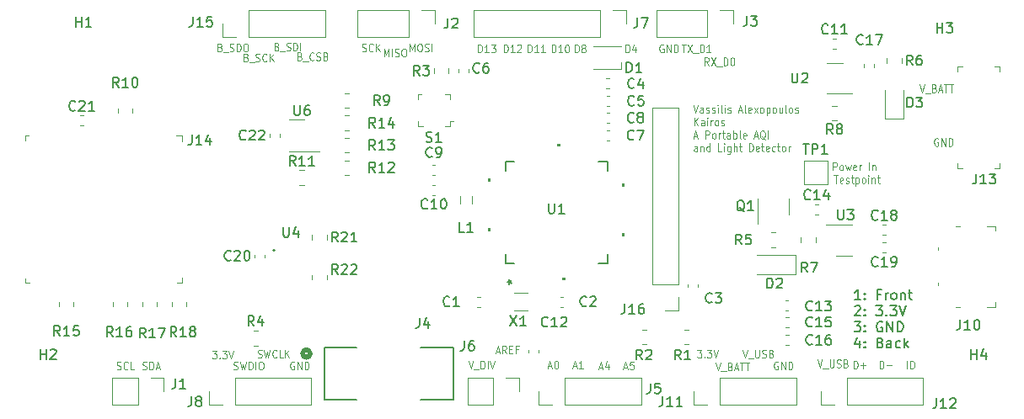
<source format=gbr>
%TF.GenerationSoftware,KiCad,Pcbnew,7.0.2-0*%
%TF.CreationDate,2024-03-04T00:44:33-08:00*%
%TF.ProjectId,EE156_4_Layer,45453135-365f-4345-9f4c-617965722e6b,rev?*%
%TF.SameCoordinates,Original*%
%TF.FileFunction,Legend,Top*%
%TF.FilePolarity,Positive*%
%FSLAX46Y46*%
G04 Gerber Fmt 4.6, Leading zero omitted, Abs format (unit mm)*
G04 Created by KiCad (PCBNEW 7.0.2-0) date 2024-03-04 00:44:33*
%MOMM*%
%LPD*%
G01*
G04 APERTURE LIST*
%ADD10C,0.120000*%
%ADD11C,0.150000*%
%ADD12C,0.508000*%
%ADD13C,0.152400*%
%ADD14C,0.100000*%
G04 APERTURE END LIST*
D10*
X222566666Y-97426095D02*
X222800000Y-98226095D01*
X222800000Y-98226095D02*
X223033333Y-97426095D01*
X223566666Y-98226095D02*
X223566666Y-97807047D01*
X223566666Y-97807047D02*
X223533333Y-97730857D01*
X223533333Y-97730857D02*
X223466666Y-97692761D01*
X223466666Y-97692761D02*
X223333333Y-97692761D01*
X223333333Y-97692761D02*
X223266666Y-97730857D01*
X223566666Y-98188000D02*
X223500000Y-98226095D01*
X223500000Y-98226095D02*
X223333333Y-98226095D01*
X223333333Y-98226095D02*
X223266666Y-98188000D01*
X223266666Y-98188000D02*
X223233333Y-98111809D01*
X223233333Y-98111809D02*
X223233333Y-98035619D01*
X223233333Y-98035619D02*
X223266666Y-97959428D01*
X223266666Y-97959428D02*
X223333333Y-97921333D01*
X223333333Y-97921333D02*
X223500000Y-97921333D01*
X223500000Y-97921333D02*
X223566666Y-97883238D01*
X223866666Y-98188000D02*
X223933333Y-98226095D01*
X223933333Y-98226095D02*
X224066666Y-98226095D01*
X224066666Y-98226095D02*
X224133333Y-98188000D01*
X224133333Y-98188000D02*
X224166666Y-98111809D01*
X224166666Y-98111809D02*
X224166666Y-98073714D01*
X224166666Y-98073714D02*
X224133333Y-97997523D01*
X224133333Y-97997523D02*
X224066666Y-97959428D01*
X224066666Y-97959428D02*
X223966666Y-97959428D01*
X223966666Y-97959428D02*
X223899999Y-97921333D01*
X223899999Y-97921333D02*
X223866666Y-97845142D01*
X223866666Y-97845142D02*
X223866666Y-97807047D01*
X223866666Y-97807047D02*
X223899999Y-97730857D01*
X223899999Y-97730857D02*
X223966666Y-97692761D01*
X223966666Y-97692761D02*
X224066666Y-97692761D01*
X224066666Y-97692761D02*
X224133333Y-97730857D01*
X224433333Y-98188000D02*
X224500000Y-98226095D01*
X224500000Y-98226095D02*
X224633333Y-98226095D01*
X224633333Y-98226095D02*
X224700000Y-98188000D01*
X224700000Y-98188000D02*
X224733333Y-98111809D01*
X224733333Y-98111809D02*
X224733333Y-98073714D01*
X224733333Y-98073714D02*
X224700000Y-97997523D01*
X224700000Y-97997523D02*
X224633333Y-97959428D01*
X224633333Y-97959428D02*
X224533333Y-97959428D01*
X224533333Y-97959428D02*
X224466666Y-97921333D01*
X224466666Y-97921333D02*
X224433333Y-97845142D01*
X224433333Y-97845142D02*
X224433333Y-97807047D01*
X224433333Y-97807047D02*
X224466666Y-97730857D01*
X224466666Y-97730857D02*
X224533333Y-97692761D01*
X224533333Y-97692761D02*
X224633333Y-97692761D01*
X224633333Y-97692761D02*
X224700000Y-97730857D01*
X225033333Y-98226095D02*
X225033333Y-97692761D01*
X225033333Y-97426095D02*
X225000000Y-97464190D01*
X225000000Y-97464190D02*
X225033333Y-97502285D01*
X225033333Y-97502285D02*
X225066667Y-97464190D01*
X225066667Y-97464190D02*
X225033333Y-97426095D01*
X225033333Y-97426095D02*
X225033333Y-97502285D01*
X225466666Y-98226095D02*
X225400000Y-98188000D01*
X225400000Y-98188000D02*
X225366666Y-98111809D01*
X225366666Y-98111809D02*
X225366666Y-97426095D01*
X225733333Y-98226095D02*
X225733333Y-97692761D01*
X225733333Y-97426095D02*
X225700000Y-97464190D01*
X225700000Y-97464190D02*
X225733333Y-97502285D01*
X225733333Y-97502285D02*
X225766667Y-97464190D01*
X225766667Y-97464190D02*
X225733333Y-97426095D01*
X225733333Y-97426095D02*
X225733333Y-97502285D01*
X226033333Y-98188000D02*
X226100000Y-98226095D01*
X226100000Y-98226095D02*
X226233333Y-98226095D01*
X226233333Y-98226095D02*
X226300000Y-98188000D01*
X226300000Y-98188000D02*
X226333333Y-98111809D01*
X226333333Y-98111809D02*
X226333333Y-98073714D01*
X226333333Y-98073714D02*
X226300000Y-97997523D01*
X226300000Y-97997523D02*
X226233333Y-97959428D01*
X226233333Y-97959428D02*
X226133333Y-97959428D01*
X226133333Y-97959428D02*
X226066666Y-97921333D01*
X226066666Y-97921333D02*
X226033333Y-97845142D01*
X226033333Y-97845142D02*
X226033333Y-97807047D01*
X226033333Y-97807047D02*
X226066666Y-97730857D01*
X226066666Y-97730857D02*
X226133333Y-97692761D01*
X226133333Y-97692761D02*
X226233333Y-97692761D01*
X226233333Y-97692761D02*
X226300000Y-97730857D01*
X227133333Y-97997523D02*
X227466666Y-97997523D01*
X227066666Y-98226095D02*
X227300000Y-97426095D01*
X227300000Y-97426095D02*
X227533333Y-98226095D01*
X227866666Y-98226095D02*
X227800000Y-98188000D01*
X227800000Y-98188000D02*
X227766666Y-98111809D01*
X227766666Y-98111809D02*
X227766666Y-97426095D01*
X228400000Y-98188000D02*
X228333333Y-98226095D01*
X228333333Y-98226095D02*
X228200000Y-98226095D01*
X228200000Y-98226095D02*
X228133333Y-98188000D01*
X228133333Y-98188000D02*
X228100000Y-98111809D01*
X228100000Y-98111809D02*
X228100000Y-97807047D01*
X228100000Y-97807047D02*
X228133333Y-97730857D01*
X228133333Y-97730857D02*
X228200000Y-97692761D01*
X228200000Y-97692761D02*
X228333333Y-97692761D01*
X228333333Y-97692761D02*
X228400000Y-97730857D01*
X228400000Y-97730857D02*
X228433333Y-97807047D01*
X228433333Y-97807047D02*
X228433333Y-97883238D01*
X228433333Y-97883238D02*
X228100000Y-97959428D01*
X228666667Y-98226095D02*
X229033333Y-97692761D01*
X228666667Y-97692761D02*
X229033333Y-98226095D01*
X229400000Y-98226095D02*
X229333334Y-98188000D01*
X229333334Y-98188000D02*
X229300000Y-98149904D01*
X229300000Y-98149904D02*
X229266667Y-98073714D01*
X229266667Y-98073714D02*
X229266667Y-97845142D01*
X229266667Y-97845142D02*
X229300000Y-97768952D01*
X229300000Y-97768952D02*
X229333334Y-97730857D01*
X229333334Y-97730857D02*
X229400000Y-97692761D01*
X229400000Y-97692761D02*
X229500000Y-97692761D01*
X229500000Y-97692761D02*
X229566667Y-97730857D01*
X229566667Y-97730857D02*
X229600000Y-97768952D01*
X229600000Y-97768952D02*
X229633334Y-97845142D01*
X229633334Y-97845142D02*
X229633334Y-98073714D01*
X229633334Y-98073714D02*
X229600000Y-98149904D01*
X229600000Y-98149904D02*
X229566667Y-98188000D01*
X229566667Y-98188000D02*
X229500000Y-98226095D01*
X229500000Y-98226095D02*
X229400000Y-98226095D01*
X229933333Y-97692761D02*
X229933333Y-98492761D01*
X229933333Y-97730857D02*
X230000000Y-97692761D01*
X230000000Y-97692761D02*
X230133333Y-97692761D01*
X230133333Y-97692761D02*
X230200000Y-97730857D01*
X230200000Y-97730857D02*
X230233333Y-97768952D01*
X230233333Y-97768952D02*
X230266667Y-97845142D01*
X230266667Y-97845142D02*
X230266667Y-98073714D01*
X230266667Y-98073714D02*
X230233333Y-98149904D01*
X230233333Y-98149904D02*
X230200000Y-98188000D01*
X230200000Y-98188000D02*
X230133333Y-98226095D01*
X230133333Y-98226095D02*
X230000000Y-98226095D01*
X230000000Y-98226095D02*
X229933333Y-98188000D01*
X230666666Y-98226095D02*
X230600000Y-98188000D01*
X230600000Y-98188000D02*
X230566666Y-98149904D01*
X230566666Y-98149904D02*
X230533333Y-98073714D01*
X230533333Y-98073714D02*
X230533333Y-97845142D01*
X230533333Y-97845142D02*
X230566666Y-97768952D01*
X230566666Y-97768952D02*
X230600000Y-97730857D01*
X230600000Y-97730857D02*
X230666666Y-97692761D01*
X230666666Y-97692761D02*
X230766666Y-97692761D01*
X230766666Y-97692761D02*
X230833333Y-97730857D01*
X230833333Y-97730857D02*
X230866666Y-97768952D01*
X230866666Y-97768952D02*
X230900000Y-97845142D01*
X230900000Y-97845142D02*
X230900000Y-98073714D01*
X230900000Y-98073714D02*
X230866666Y-98149904D01*
X230866666Y-98149904D02*
X230833333Y-98188000D01*
X230833333Y-98188000D02*
X230766666Y-98226095D01*
X230766666Y-98226095D02*
X230666666Y-98226095D01*
X231499999Y-97692761D02*
X231499999Y-98226095D01*
X231199999Y-97692761D02*
X231199999Y-98111809D01*
X231199999Y-98111809D02*
X231233333Y-98188000D01*
X231233333Y-98188000D02*
X231299999Y-98226095D01*
X231299999Y-98226095D02*
X231399999Y-98226095D01*
X231399999Y-98226095D02*
X231466666Y-98188000D01*
X231466666Y-98188000D02*
X231499999Y-98149904D01*
X231933332Y-98226095D02*
X231866666Y-98188000D01*
X231866666Y-98188000D02*
X231833332Y-98111809D01*
X231833332Y-98111809D02*
X231833332Y-97426095D01*
X232299999Y-98226095D02*
X232233333Y-98188000D01*
X232233333Y-98188000D02*
X232199999Y-98149904D01*
X232199999Y-98149904D02*
X232166666Y-98073714D01*
X232166666Y-98073714D02*
X232166666Y-97845142D01*
X232166666Y-97845142D02*
X232199999Y-97768952D01*
X232199999Y-97768952D02*
X232233333Y-97730857D01*
X232233333Y-97730857D02*
X232299999Y-97692761D01*
X232299999Y-97692761D02*
X232399999Y-97692761D01*
X232399999Y-97692761D02*
X232466666Y-97730857D01*
X232466666Y-97730857D02*
X232499999Y-97768952D01*
X232499999Y-97768952D02*
X232533333Y-97845142D01*
X232533333Y-97845142D02*
X232533333Y-98073714D01*
X232533333Y-98073714D02*
X232499999Y-98149904D01*
X232499999Y-98149904D02*
X232466666Y-98188000D01*
X232466666Y-98188000D02*
X232399999Y-98226095D01*
X232399999Y-98226095D02*
X232299999Y-98226095D01*
X232799999Y-98188000D02*
X232866666Y-98226095D01*
X232866666Y-98226095D02*
X232999999Y-98226095D01*
X232999999Y-98226095D02*
X233066666Y-98188000D01*
X233066666Y-98188000D02*
X233099999Y-98111809D01*
X233099999Y-98111809D02*
X233099999Y-98073714D01*
X233099999Y-98073714D02*
X233066666Y-97997523D01*
X233066666Y-97997523D02*
X232999999Y-97959428D01*
X232999999Y-97959428D02*
X232899999Y-97959428D01*
X232899999Y-97959428D02*
X232833332Y-97921333D01*
X232833332Y-97921333D02*
X232799999Y-97845142D01*
X232799999Y-97845142D02*
X232799999Y-97807047D01*
X232799999Y-97807047D02*
X232833332Y-97730857D01*
X232833332Y-97730857D02*
X232899999Y-97692761D01*
X232899999Y-97692761D02*
X232999999Y-97692761D01*
X232999999Y-97692761D02*
X233066666Y-97730857D01*
X222666666Y-99522095D02*
X222666666Y-98722095D01*
X223066666Y-99522095D02*
X222766666Y-99064952D01*
X223066666Y-98722095D02*
X222666666Y-99179238D01*
X223666666Y-99522095D02*
X223666666Y-99103047D01*
X223666666Y-99103047D02*
X223633333Y-99026857D01*
X223633333Y-99026857D02*
X223566666Y-98988761D01*
X223566666Y-98988761D02*
X223433333Y-98988761D01*
X223433333Y-98988761D02*
X223366666Y-99026857D01*
X223666666Y-99484000D02*
X223600000Y-99522095D01*
X223600000Y-99522095D02*
X223433333Y-99522095D01*
X223433333Y-99522095D02*
X223366666Y-99484000D01*
X223366666Y-99484000D02*
X223333333Y-99407809D01*
X223333333Y-99407809D02*
X223333333Y-99331619D01*
X223333333Y-99331619D02*
X223366666Y-99255428D01*
X223366666Y-99255428D02*
X223433333Y-99217333D01*
X223433333Y-99217333D02*
X223600000Y-99217333D01*
X223600000Y-99217333D02*
X223666666Y-99179238D01*
X223999999Y-99522095D02*
X223999999Y-98988761D01*
X223999999Y-98722095D02*
X223966666Y-98760190D01*
X223966666Y-98760190D02*
X223999999Y-98798285D01*
X223999999Y-98798285D02*
X224033333Y-98760190D01*
X224033333Y-98760190D02*
X223999999Y-98722095D01*
X223999999Y-98722095D02*
X223999999Y-98798285D01*
X224333332Y-99522095D02*
X224333332Y-98988761D01*
X224333332Y-99141142D02*
X224366666Y-99064952D01*
X224366666Y-99064952D02*
X224399999Y-99026857D01*
X224399999Y-99026857D02*
X224466666Y-98988761D01*
X224466666Y-98988761D02*
X224533332Y-98988761D01*
X224866665Y-99522095D02*
X224799999Y-99484000D01*
X224799999Y-99484000D02*
X224766665Y-99445904D01*
X224766665Y-99445904D02*
X224733332Y-99369714D01*
X224733332Y-99369714D02*
X224733332Y-99141142D01*
X224733332Y-99141142D02*
X224766665Y-99064952D01*
X224766665Y-99064952D02*
X224799999Y-99026857D01*
X224799999Y-99026857D02*
X224866665Y-98988761D01*
X224866665Y-98988761D02*
X224966665Y-98988761D01*
X224966665Y-98988761D02*
X225033332Y-99026857D01*
X225033332Y-99026857D02*
X225066665Y-99064952D01*
X225066665Y-99064952D02*
X225099999Y-99141142D01*
X225099999Y-99141142D02*
X225099999Y-99369714D01*
X225099999Y-99369714D02*
X225066665Y-99445904D01*
X225066665Y-99445904D02*
X225033332Y-99484000D01*
X225033332Y-99484000D02*
X224966665Y-99522095D01*
X224966665Y-99522095D02*
X224866665Y-99522095D01*
X225366665Y-99484000D02*
X225433332Y-99522095D01*
X225433332Y-99522095D02*
X225566665Y-99522095D01*
X225566665Y-99522095D02*
X225633332Y-99484000D01*
X225633332Y-99484000D02*
X225666665Y-99407809D01*
X225666665Y-99407809D02*
X225666665Y-99369714D01*
X225666665Y-99369714D02*
X225633332Y-99293523D01*
X225633332Y-99293523D02*
X225566665Y-99255428D01*
X225566665Y-99255428D02*
X225466665Y-99255428D01*
X225466665Y-99255428D02*
X225399998Y-99217333D01*
X225399998Y-99217333D02*
X225366665Y-99141142D01*
X225366665Y-99141142D02*
X225366665Y-99103047D01*
X225366665Y-99103047D02*
X225399998Y-99026857D01*
X225399998Y-99026857D02*
X225466665Y-98988761D01*
X225466665Y-98988761D02*
X225566665Y-98988761D01*
X225566665Y-98988761D02*
X225633332Y-99026857D01*
X222633333Y-100589523D02*
X222966666Y-100589523D01*
X222566666Y-100818095D02*
X222800000Y-100018095D01*
X222800000Y-100018095D02*
X223033333Y-100818095D01*
X223799999Y-100818095D02*
X223799999Y-100018095D01*
X223799999Y-100018095D02*
X224066666Y-100018095D01*
X224066666Y-100018095D02*
X224133333Y-100056190D01*
X224133333Y-100056190D02*
X224166666Y-100094285D01*
X224166666Y-100094285D02*
X224199999Y-100170476D01*
X224199999Y-100170476D02*
X224199999Y-100284761D01*
X224199999Y-100284761D02*
X224166666Y-100360952D01*
X224166666Y-100360952D02*
X224133333Y-100399047D01*
X224133333Y-100399047D02*
X224066666Y-100437142D01*
X224066666Y-100437142D02*
X223799999Y-100437142D01*
X224599999Y-100818095D02*
X224533333Y-100780000D01*
X224533333Y-100780000D02*
X224499999Y-100741904D01*
X224499999Y-100741904D02*
X224466666Y-100665714D01*
X224466666Y-100665714D02*
X224466666Y-100437142D01*
X224466666Y-100437142D02*
X224499999Y-100360952D01*
X224499999Y-100360952D02*
X224533333Y-100322857D01*
X224533333Y-100322857D02*
X224599999Y-100284761D01*
X224599999Y-100284761D02*
X224699999Y-100284761D01*
X224699999Y-100284761D02*
X224766666Y-100322857D01*
X224766666Y-100322857D02*
X224799999Y-100360952D01*
X224799999Y-100360952D02*
X224833333Y-100437142D01*
X224833333Y-100437142D02*
X224833333Y-100665714D01*
X224833333Y-100665714D02*
X224799999Y-100741904D01*
X224799999Y-100741904D02*
X224766666Y-100780000D01*
X224766666Y-100780000D02*
X224699999Y-100818095D01*
X224699999Y-100818095D02*
X224599999Y-100818095D01*
X225133332Y-100818095D02*
X225133332Y-100284761D01*
X225133332Y-100437142D02*
X225166666Y-100360952D01*
X225166666Y-100360952D02*
X225199999Y-100322857D01*
X225199999Y-100322857D02*
X225266666Y-100284761D01*
X225266666Y-100284761D02*
X225333332Y-100284761D01*
X225466665Y-100284761D02*
X225733332Y-100284761D01*
X225566665Y-100018095D02*
X225566665Y-100703809D01*
X225566665Y-100703809D02*
X225599999Y-100780000D01*
X225599999Y-100780000D02*
X225666665Y-100818095D01*
X225666665Y-100818095D02*
X225733332Y-100818095D01*
X226266665Y-100818095D02*
X226266665Y-100399047D01*
X226266665Y-100399047D02*
X226233332Y-100322857D01*
X226233332Y-100322857D02*
X226166665Y-100284761D01*
X226166665Y-100284761D02*
X226033332Y-100284761D01*
X226033332Y-100284761D02*
X225966665Y-100322857D01*
X226266665Y-100780000D02*
X226199999Y-100818095D01*
X226199999Y-100818095D02*
X226033332Y-100818095D01*
X226033332Y-100818095D02*
X225966665Y-100780000D01*
X225966665Y-100780000D02*
X225933332Y-100703809D01*
X225933332Y-100703809D02*
X225933332Y-100627619D01*
X225933332Y-100627619D02*
X225966665Y-100551428D01*
X225966665Y-100551428D02*
X226033332Y-100513333D01*
X226033332Y-100513333D02*
X226199999Y-100513333D01*
X226199999Y-100513333D02*
X226266665Y-100475238D01*
X226599998Y-100818095D02*
X226599998Y-100018095D01*
X226599998Y-100322857D02*
X226666665Y-100284761D01*
X226666665Y-100284761D02*
X226799998Y-100284761D01*
X226799998Y-100284761D02*
X226866665Y-100322857D01*
X226866665Y-100322857D02*
X226899998Y-100360952D01*
X226899998Y-100360952D02*
X226933332Y-100437142D01*
X226933332Y-100437142D02*
X226933332Y-100665714D01*
X226933332Y-100665714D02*
X226899998Y-100741904D01*
X226899998Y-100741904D02*
X226866665Y-100780000D01*
X226866665Y-100780000D02*
X226799998Y-100818095D01*
X226799998Y-100818095D02*
X226666665Y-100818095D01*
X226666665Y-100818095D02*
X226599998Y-100780000D01*
X227333331Y-100818095D02*
X227266665Y-100780000D01*
X227266665Y-100780000D02*
X227233331Y-100703809D01*
X227233331Y-100703809D02*
X227233331Y-100018095D01*
X227866665Y-100780000D02*
X227799998Y-100818095D01*
X227799998Y-100818095D02*
X227666665Y-100818095D01*
X227666665Y-100818095D02*
X227599998Y-100780000D01*
X227599998Y-100780000D02*
X227566665Y-100703809D01*
X227566665Y-100703809D02*
X227566665Y-100399047D01*
X227566665Y-100399047D02*
X227599998Y-100322857D01*
X227599998Y-100322857D02*
X227666665Y-100284761D01*
X227666665Y-100284761D02*
X227799998Y-100284761D01*
X227799998Y-100284761D02*
X227866665Y-100322857D01*
X227866665Y-100322857D02*
X227899998Y-100399047D01*
X227899998Y-100399047D02*
X227899998Y-100475238D01*
X227899998Y-100475238D02*
X227566665Y-100551428D01*
X228699998Y-100589523D02*
X229033331Y-100589523D01*
X228633331Y-100818095D02*
X228866665Y-100018095D01*
X228866665Y-100018095D02*
X229099998Y-100818095D01*
X229799998Y-100894285D02*
X229733331Y-100856190D01*
X229733331Y-100856190D02*
X229666665Y-100780000D01*
X229666665Y-100780000D02*
X229566665Y-100665714D01*
X229566665Y-100665714D02*
X229499998Y-100627619D01*
X229499998Y-100627619D02*
X229433331Y-100627619D01*
X229466665Y-100818095D02*
X229399998Y-100780000D01*
X229399998Y-100780000D02*
X229333331Y-100703809D01*
X229333331Y-100703809D02*
X229299998Y-100551428D01*
X229299998Y-100551428D02*
X229299998Y-100284761D01*
X229299998Y-100284761D02*
X229333331Y-100132380D01*
X229333331Y-100132380D02*
X229399998Y-100056190D01*
X229399998Y-100056190D02*
X229466665Y-100018095D01*
X229466665Y-100018095D02*
X229599998Y-100018095D01*
X229599998Y-100018095D02*
X229666665Y-100056190D01*
X229666665Y-100056190D02*
X229733331Y-100132380D01*
X229733331Y-100132380D02*
X229766665Y-100284761D01*
X229766665Y-100284761D02*
X229766665Y-100551428D01*
X229766665Y-100551428D02*
X229733331Y-100703809D01*
X229733331Y-100703809D02*
X229666665Y-100780000D01*
X229666665Y-100780000D02*
X229599998Y-100818095D01*
X229599998Y-100818095D02*
X229466665Y-100818095D01*
X230066664Y-100818095D02*
X230066664Y-100018095D01*
X222966666Y-102114095D02*
X222966666Y-101695047D01*
X222966666Y-101695047D02*
X222933333Y-101618857D01*
X222933333Y-101618857D02*
X222866666Y-101580761D01*
X222866666Y-101580761D02*
X222733333Y-101580761D01*
X222733333Y-101580761D02*
X222666666Y-101618857D01*
X222966666Y-102076000D02*
X222900000Y-102114095D01*
X222900000Y-102114095D02*
X222733333Y-102114095D01*
X222733333Y-102114095D02*
X222666666Y-102076000D01*
X222666666Y-102076000D02*
X222633333Y-101999809D01*
X222633333Y-101999809D02*
X222633333Y-101923619D01*
X222633333Y-101923619D02*
X222666666Y-101847428D01*
X222666666Y-101847428D02*
X222733333Y-101809333D01*
X222733333Y-101809333D02*
X222900000Y-101809333D01*
X222900000Y-101809333D02*
X222966666Y-101771238D01*
X223299999Y-101580761D02*
X223299999Y-102114095D01*
X223299999Y-101656952D02*
X223333333Y-101618857D01*
X223333333Y-101618857D02*
X223399999Y-101580761D01*
X223399999Y-101580761D02*
X223499999Y-101580761D01*
X223499999Y-101580761D02*
X223566666Y-101618857D01*
X223566666Y-101618857D02*
X223599999Y-101695047D01*
X223599999Y-101695047D02*
X223599999Y-102114095D01*
X224233332Y-102114095D02*
X224233332Y-101314095D01*
X224233332Y-102076000D02*
X224166666Y-102114095D01*
X224166666Y-102114095D02*
X224033332Y-102114095D01*
X224033332Y-102114095D02*
X223966666Y-102076000D01*
X223966666Y-102076000D02*
X223933332Y-102037904D01*
X223933332Y-102037904D02*
X223899999Y-101961714D01*
X223899999Y-101961714D02*
X223899999Y-101733142D01*
X223899999Y-101733142D02*
X223933332Y-101656952D01*
X223933332Y-101656952D02*
X223966666Y-101618857D01*
X223966666Y-101618857D02*
X224033332Y-101580761D01*
X224033332Y-101580761D02*
X224166666Y-101580761D01*
X224166666Y-101580761D02*
X224233332Y-101618857D01*
X225433332Y-102114095D02*
X225099998Y-102114095D01*
X225099998Y-102114095D02*
X225099998Y-101314095D01*
X225666665Y-102114095D02*
X225666665Y-101580761D01*
X225666665Y-101314095D02*
X225633332Y-101352190D01*
X225633332Y-101352190D02*
X225666665Y-101390285D01*
X225666665Y-101390285D02*
X225699999Y-101352190D01*
X225699999Y-101352190D02*
X225666665Y-101314095D01*
X225666665Y-101314095D02*
X225666665Y-101390285D01*
X226299998Y-101580761D02*
X226299998Y-102228380D01*
X226299998Y-102228380D02*
X226266665Y-102304571D01*
X226266665Y-102304571D02*
X226233332Y-102342666D01*
X226233332Y-102342666D02*
X226166665Y-102380761D01*
X226166665Y-102380761D02*
X226066665Y-102380761D01*
X226066665Y-102380761D02*
X225999998Y-102342666D01*
X226299998Y-102076000D02*
X226233332Y-102114095D01*
X226233332Y-102114095D02*
X226099998Y-102114095D01*
X226099998Y-102114095D02*
X226033332Y-102076000D01*
X226033332Y-102076000D02*
X225999998Y-102037904D01*
X225999998Y-102037904D02*
X225966665Y-101961714D01*
X225966665Y-101961714D02*
X225966665Y-101733142D01*
X225966665Y-101733142D02*
X225999998Y-101656952D01*
X225999998Y-101656952D02*
X226033332Y-101618857D01*
X226033332Y-101618857D02*
X226099998Y-101580761D01*
X226099998Y-101580761D02*
X226233332Y-101580761D01*
X226233332Y-101580761D02*
X226299998Y-101618857D01*
X226633331Y-102114095D02*
X226633331Y-101314095D01*
X226933331Y-102114095D02*
X226933331Y-101695047D01*
X226933331Y-101695047D02*
X226899998Y-101618857D01*
X226899998Y-101618857D02*
X226833331Y-101580761D01*
X226833331Y-101580761D02*
X226733331Y-101580761D01*
X226733331Y-101580761D02*
X226666665Y-101618857D01*
X226666665Y-101618857D02*
X226633331Y-101656952D01*
X227166664Y-101580761D02*
X227433331Y-101580761D01*
X227266664Y-101314095D02*
X227266664Y-101999809D01*
X227266664Y-101999809D02*
X227299998Y-102076000D01*
X227299998Y-102076000D02*
X227366664Y-102114095D01*
X227366664Y-102114095D02*
X227433331Y-102114095D01*
X228199997Y-102114095D02*
X228199997Y-101314095D01*
X228199997Y-101314095D02*
X228366664Y-101314095D01*
X228366664Y-101314095D02*
X228466664Y-101352190D01*
X228466664Y-101352190D02*
X228533331Y-101428380D01*
X228533331Y-101428380D02*
X228566664Y-101504571D01*
X228566664Y-101504571D02*
X228599997Y-101656952D01*
X228599997Y-101656952D02*
X228599997Y-101771238D01*
X228599997Y-101771238D02*
X228566664Y-101923619D01*
X228566664Y-101923619D02*
X228533331Y-101999809D01*
X228533331Y-101999809D02*
X228466664Y-102076000D01*
X228466664Y-102076000D02*
X228366664Y-102114095D01*
X228366664Y-102114095D02*
X228199997Y-102114095D01*
X229166664Y-102076000D02*
X229099997Y-102114095D01*
X229099997Y-102114095D02*
X228966664Y-102114095D01*
X228966664Y-102114095D02*
X228899997Y-102076000D01*
X228899997Y-102076000D02*
X228866664Y-101999809D01*
X228866664Y-101999809D02*
X228866664Y-101695047D01*
X228866664Y-101695047D02*
X228899997Y-101618857D01*
X228899997Y-101618857D02*
X228966664Y-101580761D01*
X228966664Y-101580761D02*
X229099997Y-101580761D01*
X229099997Y-101580761D02*
X229166664Y-101618857D01*
X229166664Y-101618857D02*
X229199997Y-101695047D01*
X229199997Y-101695047D02*
X229199997Y-101771238D01*
X229199997Y-101771238D02*
X228866664Y-101847428D01*
X229399997Y-101580761D02*
X229666664Y-101580761D01*
X229499997Y-101314095D02*
X229499997Y-101999809D01*
X229499997Y-101999809D02*
X229533331Y-102076000D01*
X229533331Y-102076000D02*
X229599997Y-102114095D01*
X229599997Y-102114095D02*
X229666664Y-102114095D01*
X230166664Y-102076000D02*
X230099997Y-102114095D01*
X230099997Y-102114095D02*
X229966664Y-102114095D01*
X229966664Y-102114095D02*
X229899997Y-102076000D01*
X229899997Y-102076000D02*
X229866664Y-101999809D01*
X229866664Y-101999809D02*
X229866664Y-101695047D01*
X229866664Y-101695047D02*
X229899997Y-101618857D01*
X229899997Y-101618857D02*
X229966664Y-101580761D01*
X229966664Y-101580761D02*
X230099997Y-101580761D01*
X230099997Y-101580761D02*
X230166664Y-101618857D01*
X230166664Y-101618857D02*
X230199997Y-101695047D01*
X230199997Y-101695047D02*
X230199997Y-101771238D01*
X230199997Y-101771238D02*
X229866664Y-101847428D01*
X230799997Y-102076000D02*
X230733331Y-102114095D01*
X230733331Y-102114095D02*
X230599997Y-102114095D01*
X230599997Y-102114095D02*
X230533331Y-102076000D01*
X230533331Y-102076000D02*
X230499997Y-102037904D01*
X230499997Y-102037904D02*
X230466664Y-101961714D01*
X230466664Y-101961714D02*
X230466664Y-101733142D01*
X230466664Y-101733142D02*
X230499997Y-101656952D01*
X230499997Y-101656952D02*
X230533331Y-101618857D01*
X230533331Y-101618857D02*
X230599997Y-101580761D01*
X230599997Y-101580761D02*
X230733331Y-101580761D01*
X230733331Y-101580761D02*
X230799997Y-101618857D01*
X230999997Y-101580761D02*
X231266664Y-101580761D01*
X231099997Y-101314095D02*
X231099997Y-101999809D01*
X231099997Y-101999809D02*
X231133331Y-102076000D01*
X231133331Y-102076000D02*
X231199997Y-102114095D01*
X231199997Y-102114095D02*
X231266664Y-102114095D01*
X231599997Y-102114095D02*
X231533331Y-102076000D01*
X231533331Y-102076000D02*
X231499997Y-102037904D01*
X231499997Y-102037904D02*
X231466664Y-101961714D01*
X231466664Y-101961714D02*
X231466664Y-101733142D01*
X231466664Y-101733142D02*
X231499997Y-101656952D01*
X231499997Y-101656952D02*
X231533331Y-101618857D01*
X231533331Y-101618857D02*
X231599997Y-101580761D01*
X231599997Y-101580761D02*
X231699997Y-101580761D01*
X231699997Y-101580761D02*
X231766664Y-101618857D01*
X231766664Y-101618857D02*
X231799997Y-101656952D01*
X231799997Y-101656952D02*
X231833331Y-101733142D01*
X231833331Y-101733142D02*
X231833331Y-101961714D01*
X231833331Y-101961714D02*
X231799997Y-102037904D01*
X231799997Y-102037904D02*
X231766664Y-102076000D01*
X231766664Y-102076000D02*
X231699997Y-102114095D01*
X231699997Y-102114095D02*
X231599997Y-102114095D01*
X232133330Y-102114095D02*
X232133330Y-101580761D01*
X232133330Y-101733142D02*
X232166664Y-101656952D01*
X232166664Y-101656952D02*
X232199997Y-101618857D01*
X232199997Y-101618857D02*
X232266664Y-101580761D01*
X232266664Y-101580761D02*
X232333330Y-101580761D01*
X236600001Y-104022095D02*
X236600001Y-103222095D01*
X236600001Y-103222095D02*
X236866668Y-103222095D01*
X236866668Y-103222095D02*
X236933335Y-103260190D01*
X236933335Y-103260190D02*
X236966668Y-103298285D01*
X236966668Y-103298285D02*
X237000001Y-103374476D01*
X237000001Y-103374476D02*
X237000001Y-103488761D01*
X237000001Y-103488761D02*
X236966668Y-103564952D01*
X236966668Y-103564952D02*
X236933335Y-103603047D01*
X236933335Y-103603047D02*
X236866668Y-103641142D01*
X236866668Y-103641142D02*
X236600001Y-103641142D01*
X237400001Y-104022095D02*
X237333335Y-103984000D01*
X237333335Y-103984000D02*
X237300001Y-103945904D01*
X237300001Y-103945904D02*
X237266668Y-103869714D01*
X237266668Y-103869714D02*
X237266668Y-103641142D01*
X237266668Y-103641142D02*
X237300001Y-103564952D01*
X237300001Y-103564952D02*
X237333335Y-103526857D01*
X237333335Y-103526857D02*
X237400001Y-103488761D01*
X237400001Y-103488761D02*
X237500001Y-103488761D01*
X237500001Y-103488761D02*
X237566668Y-103526857D01*
X237566668Y-103526857D02*
X237600001Y-103564952D01*
X237600001Y-103564952D02*
X237633335Y-103641142D01*
X237633335Y-103641142D02*
X237633335Y-103869714D01*
X237633335Y-103869714D02*
X237600001Y-103945904D01*
X237600001Y-103945904D02*
X237566668Y-103984000D01*
X237566668Y-103984000D02*
X237500001Y-104022095D01*
X237500001Y-104022095D02*
X237400001Y-104022095D01*
X237866668Y-103488761D02*
X238000001Y-104022095D01*
X238000001Y-104022095D02*
X238133334Y-103641142D01*
X238133334Y-103641142D02*
X238266668Y-104022095D01*
X238266668Y-104022095D02*
X238400001Y-103488761D01*
X238933334Y-103984000D02*
X238866667Y-104022095D01*
X238866667Y-104022095D02*
X238733334Y-104022095D01*
X238733334Y-104022095D02*
X238666667Y-103984000D01*
X238666667Y-103984000D02*
X238633334Y-103907809D01*
X238633334Y-103907809D02*
X238633334Y-103603047D01*
X238633334Y-103603047D02*
X238666667Y-103526857D01*
X238666667Y-103526857D02*
X238733334Y-103488761D01*
X238733334Y-103488761D02*
X238866667Y-103488761D01*
X238866667Y-103488761D02*
X238933334Y-103526857D01*
X238933334Y-103526857D02*
X238966667Y-103603047D01*
X238966667Y-103603047D02*
X238966667Y-103679238D01*
X238966667Y-103679238D02*
X238633334Y-103755428D01*
X239266667Y-104022095D02*
X239266667Y-103488761D01*
X239266667Y-103641142D02*
X239300001Y-103564952D01*
X239300001Y-103564952D02*
X239333334Y-103526857D01*
X239333334Y-103526857D02*
X239400001Y-103488761D01*
X239400001Y-103488761D02*
X239466667Y-103488761D01*
X240233333Y-104022095D02*
X240233333Y-103222095D01*
X240566666Y-103488761D02*
X240566666Y-104022095D01*
X240566666Y-103564952D02*
X240600000Y-103526857D01*
X240600000Y-103526857D02*
X240666666Y-103488761D01*
X240666666Y-103488761D02*
X240766666Y-103488761D01*
X240766666Y-103488761D02*
X240833333Y-103526857D01*
X240833333Y-103526857D02*
X240866666Y-103603047D01*
X240866666Y-103603047D02*
X240866666Y-104022095D01*
X236700000Y-104518095D02*
X237100000Y-104518095D01*
X236900000Y-105318095D02*
X236900000Y-104518095D01*
X237600000Y-105280000D02*
X237533333Y-105318095D01*
X237533333Y-105318095D02*
X237400000Y-105318095D01*
X237400000Y-105318095D02*
X237333333Y-105280000D01*
X237333333Y-105280000D02*
X237300000Y-105203809D01*
X237300000Y-105203809D02*
X237300000Y-104899047D01*
X237300000Y-104899047D02*
X237333333Y-104822857D01*
X237333333Y-104822857D02*
X237400000Y-104784761D01*
X237400000Y-104784761D02*
X237533333Y-104784761D01*
X237533333Y-104784761D02*
X237600000Y-104822857D01*
X237600000Y-104822857D02*
X237633333Y-104899047D01*
X237633333Y-104899047D02*
X237633333Y-104975238D01*
X237633333Y-104975238D02*
X237300000Y-105051428D01*
X237900000Y-105280000D02*
X237966667Y-105318095D01*
X237966667Y-105318095D02*
X238100000Y-105318095D01*
X238100000Y-105318095D02*
X238166667Y-105280000D01*
X238166667Y-105280000D02*
X238200000Y-105203809D01*
X238200000Y-105203809D02*
X238200000Y-105165714D01*
X238200000Y-105165714D02*
X238166667Y-105089523D01*
X238166667Y-105089523D02*
X238100000Y-105051428D01*
X238100000Y-105051428D02*
X238000000Y-105051428D01*
X238000000Y-105051428D02*
X237933333Y-105013333D01*
X237933333Y-105013333D02*
X237900000Y-104937142D01*
X237900000Y-104937142D02*
X237900000Y-104899047D01*
X237900000Y-104899047D02*
X237933333Y-104822857D01*
X237933333Y-104822857D02*
X238000000Y-104784761D01*
X238000000Y-104784761D02*
X238100000Y-104784761D01*
X238100000Y-104784761D02*
X238166667Y-104822857D01*
X238400000Y-104784761D02*
X238666667Y-104784761D01*
X238500000Y-104518095D02*
X238500000Y-105203809D01*
X238500000Y-105203809D02*
X238533334Y-105280000D01*
X238533334Y-105280000D02*
X238600000Y-105318095D01*
X238600000Y-105318095D02*
X238666667Y-105318095D01*
X238900000Y-104784761D02*
X238900000Y-105584761D01*
X238900000Y-104822857D02*
X238966667Y-104784761D01*
X238966667Y-104784761D02*
X239100000Y-104784761D01*
X239100000Y-104784761D02*
X239166667Y-104822857D01*
X239166667Y-104822857D02*
X239200000Y-104860952D01*
X239200000Y-104860952D02*
X239233334Y-104937142D01*
X239233334Y-104937142D02*
X239233334Y-105165714D01*
X239233334Y-105165714D02*
X239200000Y-105241904D01*
X239200000Y-105241904D02*
X239166667Y-105280000D01*
X239166667Y-105280000D02*
X239100000Y-105318095D01*
X239100000Y-105318095D02*
X238966667Y-105318095D01*
X238966667Y-105318095D02*
X238900000Y-105280000D01*
X239633333Y-105318095D02*
X239566667Y-105280000D01*
X239566667Y-105280000D02*
X239533333Y-105241904D01*
X239533333Y-105241904D02*
X239500000Y-105165714D01*
X239500000Y-105165714D02*
X239500000Y-104937142D01*
X239500000Y-104937142D02*
X239533333Y-104860952D01*
X239533333Y-104860952D02*
X239566667Y-104822857D01*
X239566667Y-104822857D02*
X239633333Y-104784761D01*
X239633333Y-104784761D02*
X239733333Y-104784761D01*
X239733333Y-104784761D02*
X239800000Y-104822857D01*
X239800000Y-104822857D02*
X239833333Y-104860952D01*
X239833333Y-104860952D02*
X239866667Y-104937142D01*
X239866667Y-104937142D02*
X239866667Y-105165714D01*
X239866667Y-105165714D02*
X239833333Y-105241904D01*
X239833333Y-105241904D02*
X239800000Y-105280000D01*
X239800000Y-105280000D02*
X239733333Y-105318095D01*
X239733333Y-105318095D02*
X239633333Y-105318095D01*
X240166666Y-105318095D02*
X240166666Y-104784761D01*
X240166666Y-104518095D02*
X240133333Y-104556190D01*
X240133333Y-104556190D02*
X240166666Y-104594285D01*
X240166666Y-104594285D02*
X240200000Y-104556190D01*
X240200000Y-104556190D02*
X240166666Y-104518095D01*
X240166666Y-104518095D02*
X240166666Y-104594285D01*
X240499999Y-104784761D02*
X240499999Y-105318095D01*
X240499999Y-104860952D02*
X240533333Y-104822857D01*
X240533333Y-104822857D02*
X240599999Y-104784761D01*
X240599999Y-104784761D02*
X240699999Y-104784761D01*
X240699999Y-104784761D02*
X240766666Y-104822857D01*
X240766666Y-104822857D02*
X240799999Y-104899047D01*
X240799999Y-104899047D02*
X240799999Y-105318095D01*
X241033332Y-104784761D02*
X241299999Y-104784761D01*
X241133332Y-104518095D02*
X241133332Y-105203809D01*
X241133332Y-105203809D02*
X241166666Y-105280000D01*
X241166666Y-105280000D02*
X241233332Y-105318095D01*
X241233332Y-105318095D02*
X241299999Y-105318095D01*
X164666666Y-124032000D02*
X164766666Y-124070095D01*
X164766666Y-124070095D02*
X164933333Y-124070095D01*
X164933333Y-124070095D02*
X164999999Y-124032000D01*
X164999999Y-124032000D02*
X165033333Y-123993904D01*
X165033333Y-123993904D02*
X165066666Y-123917714D01*
X165066666Y-123917714D02*
X165066666Y-123841523D01*
X165066666Y-123841523D02*
X165033333Y-123765333D01*
X165033333Y-123765333D02*
X164999999Y-123727238D01*
X164999999Y-123727238D02*
X164933333Y-123689142D01*
X164933333Y-123689142D02*
X164799999Y-123651047D01*
X164799999Y-123651047D02*
X164733333Y-123612952D01*
X164733333Y-123612952D02*
X164699999Y-123574857D01*
X164699999Y-123574857D02*
X164666666Y-123498666D01*
X164666666Y-123498666D02*
X164666666Y-123422476D01*
X164666666Y-123422476D02*
X164699999Y-123346285D01*
X164699999Y-123346285D02*
X164733333Y-123308190D01*
X164733333Y-123308190D02*
X164799999Y-123270095D01*
X164799999Y-123270095D02*
X164966666Y-123270095D01*
X164966666Y-123270095D02*
X165066666Y-123308190D01*
X165766666Y-123993904D02*
X165733333Y-124032000D01*
X165733333Y-124032000D02*
X165633333Y-124070095D01*
X165633333Y-124070095D02*
X165566666Y-124070095D01*
X165566666Y-124070095D02*
X165466666Y-124032000D01*
X165466666Y-124032000D02*
X165400000Y-123955809D01*
X165400000Y-123955809D02*
X165366666Y-123879619D01*
X165366666Y-123879619D02*
X165333333Y-123727238D01*
X165333333Y-123727238D02*
X165333333Y-123612952D01*
X165333333Y-123612952D02*
X165366666Y-123460571D01*
X165366666Y-123460571D02*
X165400000Y-123384380D01*
X165400000Y-123384380D02*
X165466666Y-123308190D01*
X165466666Y-123308190D02*
X165566666Y-123270095D01*
X165566666Y-123270095D02*
X165633333Y-123270095D01*
X165633333Y-123270095D02*
X165733333Y-123308190D01*
X165733333Y-123308190D02*
X165766666Y-123346285D01*
X166400000Y-124070095D02*
X166066666Y-124070095D01*
X166066666Y-124070095D02*
X166066666Y-123270095D01*
X167250000Y-124032000D02*
X167350000Y-124070095D01*
X167350000Y-124070095D02*
X167516667Y-124070095D01*
X167516667Y-124070095D02*
X167583333Y-124032000D01*
X167583333Y-124032000D02*
X167616667Y-123993904D01*
X167616667Y-123993904D02*
X167650000Y-123917714D01*
X167650000Y-123917714D02*
X167650000Y-123841523D01*
X167650000Y-123841523D02*
X167616667Y-123765333D01*
X167616667Y-123765333D02*
X167583333Y-123727238D01*
X167583333Y-123727238D02*
X167516667Y-123689142D01*
X167516667Y-123689142D02*
X167383333Y-123651047D01*
X167383333Y-123651047D02*
X167316667Y-123612952D01*
X167316667Y-123612952D02*
X167283333Y-123574857D01*
X167283333Y-123574857D02*
X167250000Y-123498666D01*
X167250000Y-123498666D02*
X167250000Y-123422476D01*
X167250000Y-123422476D02*
X167283333Y-123346285D01*
X167283333Y-123346285D02*
X167316667Y-123308190D01*
X167316667Y-123308190D02*
X167383333Y-123270095D01*
X167383333Y-123270095D02*
X167550000Y-123270095D01*
X167550000Y-123270095D02*
X167650000Y-123308190D01*
X167950000Y-124070095D02*
X167950000Y-123270095D01*
X167950000Y-123270095D02*
X168116667Y-123270095D01*
X168116667Y-123270095D02*
X168216667Y-123308190D01*
X168216667Y-123308190D02*
X168283334Y-123384380D01*
X168283334Y-123384380D02*
X168316667Y-123460571D01*
X168316667Y-123460571D02*
X168350000Y-123612952D01*
X168350000Y-123612952D02*
X168350000Y-123727238D01*
X168350000Y-123727238D02*
X168316667Y-123879619D01*
X168316667Y-123879619D02*
X168283334Y-123955809D01*
X168283334Y-123955809D02*
X168216667Y-124032000D01*
X168216667Y-124032000D02*
X168116667Y-124070095D01*
X168116667Y-124070095D02*
X167950000Y-124070095D01*
X168616667Y-123841523D02*
X168950000Y-123841523D01*
X168550000Y-124070095D02*
X168783334Y-123270095D01*
X168783334Y-123270095D02*
X169016667Y-124070095D01*
X174266667Y-122170095D02*
X174700000Y-122170095D01*
X174700000Y-122170095D02*
X174466667Y-122474857D01*
X174466667Y-122474857D02*
X174566667Y-122474857D01*
X174566667Y-122474857D02*
X174633333Y-122512952D01*
X174633333Y-122512952D02*
X174666667Y-122551047D01*
X174666667Y-122551047D02*
X174700000Y-122627238D01*
X174700000Y-122627238D02*
X174700000Y-122817714D01*
X174700000Y-122817714D02*
X174666667Y-122893904D01*
X174666667Y-122893904D02*
X174633333Y-122932000D01*
X174633333Y-122932000D02*
X174566667Y-122970095D01*
X174566667Y-122970095D02*
X174366667Y-122970095D01*
X174366667Y-122970095D02*
X174300000Y-122932000D01*
X174300000Y-122932000D02*
X174266667Y-122893904D01*
X175000000Y-122893904D02*
X175033334Y-122932000D01*
X175033334Y-122932000D02*
X175000000Y-122970095D01*
X175000000Y-122970095D02*
X174966667Y-122932000D01*
X174966667Y-122932000D02*
X175000000Y-122893904D01*
X175000000Y-122893904D02*
X175000000Y-122970095D01*
X175266667Y-122170095D02*
X175700000Y-122170095D01*
X175700000Y-122170095D02*
X175466667Y-122474857D01*
X175466667Y-122474857D02*
X175566667Y-122474857D01*
X175566667Y-122474857D02*
X175633333Y-122512952D01*
X175633333Y-122512952D02*
X175666667Y-122551047D01*
X175666667Y-122551047D02*
X175700000Y-122627238D01*
X175700000Y-122627238D02*
X175700000Y-122817714D01*
X175700000Y-122817714D02*
X175666667Y-122893904D01*
X175666667Y-122893904D02*
X175633333Y-122932000D01*
X175633333Y-122932000D02*
X175566667Y-122970095D01*
X175566667Y-122970095D02*
X175366667Y-122970095D01*
X175366667Y-122970095D02*
X175300000Y-122932000D01*
X175300000Y-122932000D02*
X175266667Y-122893904D01*
X175900000Y-122170095D02*
X176133334Y-122970095D01*
X176133334Y-122970095D02*
X176366667Y-122170095D01*
X176416667Y-124032000D02*
X176516667Y-124070095D01*
X176516667Y-124070095D02*
X176683334Y-124070095D01*
X176683334Y-124070095D02*
X176750000Y-124032000D01*
X176750000Y-124032000D02*
X176783334Y-123993904D01*
X176783334Y-123993904D02*
X176816667Y-123917714D01*
X176816667Y-123917714D02*
X176816667Y-123841523D01*
X176816667Y-123841523D02*
X176783334Y-123765333D01*
X176783334Y-123765333D02*
X176750000Y-123727238D01*
X176750000Y-123727238D02*
X176683334Y-123689142D01*
X176683334Y-123689142D02*
X176550000Y-123651047D01*
X176550000Y-123651047D02*
X176483334Y-123612952D01*
X176483334Y-123612952D02*
X176450000Y-123574857D01*
X176450000Y-123574857D02*
X176416667Y-123498666D01*
X176416667Y-123498666D02*
X176416667Y-123422476D01*
X176416667Y-123422476D02*
X176450000Y-123346285D01*
X176450000Y-123346285D02*
X176483334Y-123308190D01*
X176483334Y-123308190D02*
X176550000Y-123270095D01*
X176550000Y-123270095D02*
X176716667Y-123270095D01*
X176716667Y-123270095D02*
X176816667Y-123308190D01*
X177050001Y-123270095D02*
X177216667Y-124070095D01*
X177216667Y-124070095D02*
X177350001Y-123498666D01*
X177350001Y-123498666D02*
X177483334Y-124070095D01*
X177483334Y-124070095D02*
X177650001Y-123270095D01*
X177916667Y-124070095D02*
X177916667Y-123270095D01*
X177916667Y-123270095D02*
X178083334Y-123270095D01*
X178083334Y-123270095D02*
X178183334Y-123308190D01*
X178183334Y-123308190D02*
X178250001Y-123384380D01*
X178250001Y-123384380D02*
X178283334Y-123460571D01*
X178283334Y-123460571D02*
X178316667Y-123612952D01*
X178316667Y-123612952D02*
X178316667Y-123727238D01*
X178316667Y-123727238D02*
X178283334Y-123879619D01*
X178283334Y-123879619D02*
X178250001Y-123955809D01*
X178250001Y-123955809D02*
X178183334Y-124032000D01*
X178183334Y-124032000D02*
X178083334Y-124070095D01*
X178083334Y-124070095D02*
X177916667Y-124070095D01*
X178616667Y-124070095D02*
X178616667Y-123270095D01*
X179083334Y-123270095D02*
X179216667Y-123270095D01*
X179216667Y-123270095D02*
X179283334Y-123308190D01*
X179283334Y-123308190D02*
X179350000Y-123384380D01*
X179350000Y-123384380D02*
X179383334Y-123536761D01*
X179383334Y-123536761D02*
X179383334Y-123803428D01*
X179383334Y-123803428D02*
X179350000Y-123955809D01*
X179350000Y-123955809D02*
X179283334Y-124032000D01*
X179283334Y-124032000D02*
X179216667Y-124070095D01*
X179216667Y-124070095D02*
X179083334Y-124070095D01*
X179083334Y-124070095D02*
X179016667Y-124032000D01*
X179016667Y-124032000D02*
X178950000Y-123955809D01*
X178950000Y-123955809D02*
X178916667Y-123803428D01*
X178916667Y-123803428D02*
X178916667Y-123536761D01*
X178916667Y-123536761D02*
X178950000Y-123384380D01*
X178950000Y-123384380D02*
X179016667Y-123308190D01*
X179016667Y-123308190D02*
X179083334Y-123270095D01*
X178816666Y-122832000D02*
X178916666Y-122870095D01*
X178916666Y-122870095D02*
X179083333Y-122870095D01*
X179083333Y-122870095D02*
X179149999Y-122832000D01*
X179149999Y-122832000D02*
X179183333Y-122793904D01*
X179183333Y-122793904D02*
X179216666Y-122717714D01*
X179216666Y-122717714D02*
X179216666Y-122641523D01*
X179216666Y-122641523D02*
X179183333Y-122565333D01*
X179183333Y-122565333D02*
X179149999Y-122527238D01*
X179149999Y-122527238D02*
X179083333Y-122489142D01*
X179083333Y-122489142D02*
X178949999Y-122451047D01*
X178949999Y-122451047D02*
X178883333Y-122412952D01*
X178883333Y-122412952D02*
X178849999Y-122374857D01*
X178849999Y-122374857D02*
X178816666Y-122298666D01*
X178816666Y-122298666D02*
X178816666Y-122222476D01*
X178816666Y-122222476D02*
X178849999Y-122146285D01*
X178849999Y-122146285D02*
X178883333Y-122108190D01*
X178883333Y-122108190D02*
X178949999Y-122070095D01*
X178949999Y-122070095D02*
X179116666Y-122070095D01*
X179116666Y-122070095D02*
X179216666Y-122108190D01*
X179450000Y-122070095D02*
X179616666Y-122870095D01*
X179616666Y-122870095D02*
X179750000Y-122298666D01*
X179750000Y-122298666D02*
X179883333Y-122870095D01*
X179883333Y-122870095D02*
X180050000Y-122070095D01*
X180716666Y-122793904D02*
X180683333Y-122832000D01*
X180683333Y-122832000D02*
X180583333Y-122870095D01*
X180583333Y-122870095D02*
X180516666Y-122870095D01*
X180516666Y-122870095D02*
X180416666Y-122832000D01*
X180416666Y-122832000D02*
X180350000Y-122755809D01*
X180350000Y-122755809D02*
X180316666Y-122679619D01*
X180316666Y-122679619D02*
X180283333Y-122527238D01*
X180283333Y-122527238D02*
X180283333Y-122412952D01*
X180283333Y-122412952D02*
X180316666Y-122260571D01*
X180316666Y-122260571D02*
X180350000Y-122184380D01*
X180350000Y-122184380D02*
X180416666Y-122108190D01*
X180416666Y-122108190D02*
X180516666Y-122070095D01*
X180516666Y-122070095D02*
X180583333Y-122070095D01*
X180583333Y-122070095D02*
X180683333Y-122108190D01*
X180683333Y-122108190D02*
X180716666Y-122146285D01*
X181350000Y-122870095D02*
X181016666Y-122870095D01*
X181016666Y-122870095D02*
X181016666Y-122070095D01*
X181583333Y-122870095D02*
X181583333Y-122070095D01*
X181983333Y-122870095D02*
X181683333Y-122412952D01*
X181983333Y-122070095D02*
X181583333Y-122527238D01*
X182466667Y-123308190D02*
X182400000Y-123270095D01*
X182400000Y-123270095D02*
X182300000Y-123270095D01*
X182300000Y-123270095D02*
X182200000Y-123308190D01*
X182200000Y-123308190D02*
X182133334Y-123384380D01*
X182133334Y-123384380D02*
X182100000Y-123460571D01*
X182100000Y-123460571D02*
X182066667Y-123612952D01*
X182066667Y-123612952D02*
X182066667Y-123727238D01*
X182066667Y-123727238D02*
X182100000Y-123879619D01*
X182100000Y-123879619D02*
X182133334Y-123955809D01*
X182133334Y-123955809D02*
X182200000Y-124032000D01*
X182200000Y-124032000D02*
X182300000Y-124070095D01*
X182300000Y-124070095D02*
X182366667Y-124070095D01*
X182366667Y-124070095D02*
X182466667Y-124032000D01*
X182466667Y-124032000D02*
X182500000Y-123993904D01*
X182500000Y-123993904D02*
X182500000Y-123727238D01*
X182500000Y-123727238D02*
X182366667Y-123727238D01*
X182800000Y-124070095D02*
X182800000Y-123270095D01*
X182800000Y-123270095D02*
X183200000Y-124070095D01*
X183200000Y-124070095D02*
X183200000Y-123270095D01*
X183533333Y-124070095D02*
X183533333Y-123270095D01*
X183533333Y-123270095D02*
X183700000Y-123270095D01*
X183700000Y-123270095D02*
X183800000Y-123308190D01*
X183800000Y-123308190D02*
X183866667Y-123384380D01*
X183866667Y-123384380D02*
X183900000Y-123460571D01*
X183900000Y-123460571D02*
X183933333Y-123612952D01*
X183933333Y-123612952D02*
X183933333Y-123727238D01*
X183933333Y-123727238D02*
X183900000Y-123879619D01*
X183900000Y-123879619D02*
X183866667Y-123955809D01*
X183866667Y-123955809D02*
X183800000Y-124032000D01*
X183800000Y-124032000D02*
X183700000Y-124070095D01*
X183700000Y-124070095D02*
X183533333Y-124070095D01*
X202766667Y-122241523D02*
X203100000Y-122241523D01*
X202700000Y-122470095D02*
X202933334Y-121670095D01*
X202933334Y-121670095D02*
X203166667Y-122470095D01*
X203800000Y-122470095D02*
X203566667Y-122089142D01*
X203400000Y-122470095D02*
X203400000Y-121670095D01*
X203400000Y-121670095D02*
X203666667Y-121670095D01*
X203666667Y-121670095D02*
X203733334Y-121708190D01*
X203733334Y-121708190D02*
X203766667Y-121746285D01*
X203766667Y-121746285D02*
X203800000Y-121822476D01*
X203800000Y-121822476D02*
X203800000Y-121936761D01*
X203800000Y-121936761D02*
X203766667Y-122012952D01*
X203766667Y-122012952D02*
X203733334Y-122051047D01*
X203733334Y-122051047D02*
X203666667Y-122089142D01*
X203666667Y-122089142D02*
X203400000Y-122089142D01*
X204100000Y-122051047D02*
X204333334Y-122051047D01*
X204433334Y-122470095D02*
X204100000Y-122470095D01*
X204100000Y-122470095D02*
X204100000Y-121670095D01*
X204100000Y-121670095D02*
X204433334Y-121670095D01*
X204966667Y-122051047D02*
X204733333Y-122051047D01*
X204733333Y-122470095D02*
X204733333Y-121670095D01*
X204733333Y-121670095D02*
X205066667Y-121670095D01*
X199983333Y-123170095D02*
X200216667Y-123970095D01*
X200216667Y-123970095D02*
X200450000Y-123170095D01*
X200516667Y-124046285D02*
X201050000Y-124046285D01*
X201216666Y-123970095D02*
X201216666Y-123170095D01*
X201216666Y-123170095D02*
X201383333Y-123170095D01*
X201383333Y-123170095D02*
X201483333Y-123208190D01*
X201483333Y-123208190D02*
X201550000Y-123284380D01*
X201550000Y-123284380D02*
X201583333Y-123360571D01*
X201583333Y-123360571D02*
X201616666Y-123512952D01*
X201616666Y-123512952D02*
X201616666Y-123627238D01*
X201616666Y-123627238D02*
X201583333Y-123779619D01*
X201583333Y-123779619D02*
X201550000Y-123855809D01*
X201550000Y-123855809D02*
X201483333Y-123932000D01*
X201483333Y-123932000D02*
X201383333Y-123970095D01*
X201383333Y-123970095D02*
X201216666Y-123970095D01*
X201916666Y-123970095D02*
X201916666Y-123170095D01*
X202149999Y-123170095D02*
X202383333Y-123970095D01*
X202383333Y-123970095D02*
X202616666Y-123170095D01*
X208000000Y-123741523D02*
X208333333Y-123741523D01*
X207933333Y-123970095D02*
X208166667Y-123170095D01*
X208166667Y-123170095D02*
X208400000Y-123970095D01*
X208766667Y-123170095D02*
X208833333Y-123170095D01*
X208833333Y-123170095D02*
X208900000Y-123208190D01*
X208900000Y-123208190D02*
X208933333Y-123246285D01*
X208933333Y-123246285D02*
X208966667Y-123322476D01*
X208966667Y-123322476D02*
X209000000Y-123474857D01*
X209000000Y-123474857D02*
X209000000Y-123665333D01*
X209000000Y-123665333D02*
X208966667Y-123817714D01*
X208966667Y-123817714D02*
X208933333Y-123893904D01*
X208933333Y-123893904D02*
X208900000Y-123932000D01*
X208900000Y-123932000D02*
X208833333Y-123970095D01*
X208833333Y-123970095D02*
X208766667Y-123970095D01*
X208766667Y-123970095D02*
X208700000Y-123932000D01*
X208700000Y-123932000D02*
X208666667Y-123893904D01*
X208666667Y-123893904D02*
X208633333Y-123817714D01*
X208633333Y-123817714D02*
X208600000Y-123665333D01*
X208600000Y-123665333D02*
X208600000Y-123474857D01*
X208600000Y-123474857D02*
X208633333Y-123322476D01*
X208633333Y-123322476D02*
X208666667Y-123246285D01*
X208666667Y-123246285D02*
X208700000Y-123208190D01*
X208700000Y-123208190D02*
X208766667Y-123170095D01*
X210500000Y-123741523D02*
X210833333Y-123741523D01*
X210433333Y-123970095D02*
X210666667Y-123170095D01*
X210666667Y-123170095D02*
X210900000Y-123970095D01*
X211500000Y-123970095D02*
X211100000Y-123970095D01*
X211300000Y-123970095D02*
X211300000Y-123170095D01*
X211300000Y-123170095D02*
X211233333Y-123284380D01*
X211233333Y-123284380D02*
X211166667Y-123360571D01*
X211166667Y-123360571D02*
X211100000Y-123398666D01*
X213100000Y-123841523D02*
X213433333Y-123841523D01*
X213033333Y-124070095D02*
X213266667Y-123270095D01*
X213266667Y-123270095D02*
X213500000Y-124070095D01*
X214033333Y-123536761D02*
X214033333Y-124070095D01*
X213866667Y-123232000D02*
X213700000Y-123803428D01*
X213700000Y-123803428D02*
X214133333Y-123803428D01*
X215600000Y-123841523D02*
X215933333Y-123841523D01*
X215533333Y-124070095D02*
X215766667Y-123270095D01*
X215766667Y-123270095D02*
X216000000Y-124070095D01*
X216566667Y-123270095D02*
X216233333Y-123270095D01*
X216233333Y-123270095D02*
X216200000Y-123651047D01*
X216200000Y-123651047D02*
X216233333Y-123612952D01*
X216233333Y-123612952D02*
X216300000Y-123574857D01*
X216300000Y-123574857D02*
X216466667Y-123574857D01*
X216466667Y-123574857D02*
X216533333Y-123612952D01*
X216533333Y-123612952D02*
X216566667Y-123651047D01*
X216566667Y-123651047D02*
X216600000Y-123727238D01*
X216600000Y-123727238D02*
X216600000Y-123917714D01*
X216600000Y-123917714D02*
X216566667Y-123993904D01*
X216566667Y-123993904D02*
X216533333Y-124032000D01*
X216533333Y-124032000D02*
X216466667Y-124070095D01*
X216466667Y-124070095D02*
X216300000Y-124070095D01*
X216300000Y-124070095D02*
X216233333Y-124032000D01*
X216233333Y-124032000D02*
X216200000Y-123993904D01*
X222966667Y-122070095D02*
X223400000Y-122070095D01*
X223400000Y-122070095D02*
X223166667Y-122374857D01*
X223166667Y-122374857D02*
X223266667Y-122374857D01*
X223266667Y-122374857D02*
X223333333Y-122412952D01*
X223333333Y-122412952D02*
X223366667Y-122451047D01*
X223366667Y-122451047D02*
X223400000Y-122527238D01*
X223400000Y-122527238D02*
X223400000Y-122717714D01*
X223400000Y-122717714D02*
X223366667Y-122793904D01*
X223366667Y-122793904D02*
X223333333Y-122832000D01*
X223333333Y-122832000D02*
X223266667Y-122870095D01*
X223266667Y-122870095D02*
X223066667Y-122870095D01*
X223066667Y-122870095D02*
X223000000Y-122832000D01*
X223000000Y-122832000D02*
X222966667Y-122793904D01*
X223700000Y-122793904D02*
X223733334Y-122832000D01*
X223733334Y-122832000D02*
X223700000Y-122870095D01*
X223700000Y-122870095D02*
X223666667Y-122832000D01*
X223666667Y-122832000D02*
X223700000Y-122793904D01*
X223700000Y-122793904D02*
X223700000Y-122870095D01*
X223966667Y-122070095D02*
X224400000Y-122070095D01*
X224400000Y-122070095D02*
X224166667Y-122374857D01*
X224166667Y-122374857D02*
X224266667Y-122374857D01*
X224266667Y-122374857D02*
X224333333Y-122412952D01*
X224333333Y-122412952D02*
X224366667Y-122451047D01*
X224366667Y-122451047D02*
X224400000Y-122527238D01*
X224400000Y-122527238D02*
X224400000Y-122717714D01*
X224400000Y-122717714D02*
X224366667Y-122793904D01*
X224366667Y-122793904D02*
X224333333Y-122832000D01*
X224333333Y-122832000D02*
X224266667Y-122870095D01*
X224266667Y-122870095D02*
X224066667Y-122870095D01*
X224066667Y-122870095D02*
X224000000Y-122832000D01*
X224000000Y-122832000D02*
X223966667Y-122793904D01*
X224600000Y-122070095D02*
X224833334Y-122870095D01*
X224833334Y-122870095D02*
X225066667Y-122070095D01*
X224816667Y-123370095D02*
X225050001Y-124170095D01*
X225050001Y-124170095D02*
X225283334Y-123370095D01*
X225350001Y-124246285D02*
X225883334Y-124246285D01*
X226283334Y-123751047D02*
X226383334Y-123789142D01*
X226383334Y-123789142D02*
X226416667Y-123827238D01*
X226416667Y-123827238D02*
X226450000Y-123903428D01*
X226450000Y-123903428D02*
X226450000Y-124017714D01*
X226450000Y-124017714D02*
X226416667Y-124093904D01*
X226416667Y-124093904D02*
X226383334Y-124132000D01*
X226383334Y-124132000D02*
X226316667Y-124170095D01*
X226316667Y-124170095D02*
X226050000Y-124170095D01*
X226050000Y-124170095D02*
X226050000Y-123370095D01*
X226050000Y-123370095D02*
X226283334Y-123370095D01*
X226283334Y-123370095D02*
X226350000Y-123408190D01*
X226350000Y-123408190D02*
X226383334Y-123446285D01*
X226383334Y-123446285D02*
X226416667Y-123522476D01*
X226416667Y-123522476D02*
X226416667Y-123598666D01*
X226416667Y-123598666D02*
X226383334Y-123674857D01*
X226383334Y-123674857D02*
X226350000Y-123712952D01*
X226350000Y-123712952D02*
X226283334Y-123751047D01*
X226283334Y-123751047D02*
X226050000Y-123751047D01*
X226716667Y-123941523D02*
X227050000Y-123941523D01*
X226650000Y-124170095D02*
X226883334Y-123370095D01*
X226883334Y-123370095D02*
X227116667Y-124170095D01*
X227250000Y-123370095D02*
X227650000Y-123370095D01*
X227450000Y-124170095D02*
X227450000Y-123370095D01*
X227783333Y-123370095D02*
X228183333Y-123370095D01*
X227983333Y-124170095D02*
X227983333Y-123370095D01*
X227550000Y-122070095D02*
X227783334Y-122870095D01*
X227783334Y-122870095D02*
X228016667Y-122070095D01*
X228083334Y-122946285D02*
X228616667Y-122946285D01*
X228783333Y-122070095D02*
X228783333Y-122717714D01*
X228783333Y-122717714D02*
X228816667Y-122793904D01*
X228816667Y-122793904D02*
X228850000Y-122832000D01*
X228850000Y-122832000D02*
X228916667Y-122870095D01*
X228916667Y-122870095D02*
X229050000Y-122870095D01*
X229050000Y-122870095D02*
X229116667Y-122832000D01*
X229116667Y-122832000D02*
X229150000Y-122793904D01*
X229150000Y-122793904D02*
X229183333Y-122717714D01*
X229183333Y-122717714D02*
X229183333Y-122070095D01*
X229483333Y-122832000D02*
X229583333Y-122870095D01*
X229583333Y-122870095D02*
X229750000Y-122870095D01*
X229750000Y-122870095D02*
X229816666Y-122832000D01*
X229816666Y-122832000D02*
X229850000Y-122793904D01*
X229850000Y-122793904D02*
X229883333Y-122717714D01*
X229883333Y-122717714D02*
X229883333Y-122641523D01*
X229883333Y-122641523D02*
X229850000Y-122565333D01*
X229850000Y-122565333D02*
X229816666Y-122527238D01*
X229816666Y-122527238D02*
X229750000Y-122489142D01*
X229750000Y-122489142D02*
X229616666Y-122451047D01*
X229616666Y-122451047D02*
X229550000Y-122412952D01*
X229550000Y-122412952D02*
X229516666Y-122374857D01*
X229516666Y-122374857D02*
X229483333Y-122298666D01*
X229483333Y-122298666D02*
X229483333Y-122222476D01*
X229483333Y-122222476D02*
X229516666Y-122146285D01*
X229516666Y-122146285D02*
X229550000Y-122108190D01*
X229550000Y-122108190D02*
X229616666Y-122070095D01*
X229616666Y-122070095D02*
X229783333Y-122070095D01*
X229783333Y-122070095D02*
X229883333Y-122108190D01*
X230416667Y-122451047D02*
X230516667Y-122489142D01*
X230516667Y-122489142D02*
X230550000Y-122527238D01*
X230550000Y-122527238D02*
X230583333Y-122603428D01*
X230583333Y-122603428D02*
X230583333Y-122717714D01*
X230583333Y-122717714D02*
X230550000Y-122793904D01*
X230550000Y-122793904D02*
X230516667Y-122832000D01*
X230516667Y-122832000D02*
X230450000Y-122870095D01*
X230450000Y-122870095D02*
X230183333Y-122870095D01*
X230183333Y-122870095D02*
X230183333Y-122070095D01*
X230183333Y-122070095D02*
X230416667Y-122070095D01*
X230416667Y-122070095D02*
X230483333Y-122108190D01*
X230483333Y-122108190D02*
X230516667Y-122146285D01*
X230516667Y-122146285D02*
X230550000Y-122222476D01*
X230550000Y-122222476D02*
X230550000Y-122298666D01*
X230550000Y-122298666D02*
X230516667Y-122374857D01*
X230516667Y-122374857D02*
X230483333Y-122412952D01*
X230483333Y-122412952D02*
X230416667Y-122451047D01*
X230416667Y-122451047D02*
X230183333Y-122451047D01*
X231066667Y-123308190D02*
X231000000Y-123270095D01*
X231000000Y-123270095D02*
X230900000Y-123270095D01*
X230900000Y-123270095D02*
X230800000Y-123308190D01*
X230800000Y-123308190D02*
X230733334Y-123384380D01*
X230733334Y-123384380D02*
X230700000Y-123460571D01*
X230700000Y-123460571D02*
X230666667Y-123612952D01*
X230666667Y-123612952D02*
X230666667Y-123727238D01*
X230666667Y-123727238D02*
X230700000Y-123879619D01*
X230700000Y-123879619D02*
X230733334Y-123955809D01*
X230733334Y-123955809D02*
X230800000Y-124032000D01*
X230800000Y-124032000D02*
X230900000Y-124070095D01*
X230900000Y-124070095D02*
X230966667Y-124070095D01*
X230966667Y-124070095D02*
X231066667Y-124032000D01*
X231066667Y-124032000D02*
X231100000Y-123993904D01*
X231100000Y-123993904D02*
X231100000Y-123727238D01*
X231100000Y-123727238D02*
X230966667Y-123727238D01*
X231400000Y-124070095D02*
X231400000Y-123270095D01*
X231400000Y-123270095D02*
X231800000Y-124070095D01*
X231800000Y-124070095D02*
X231800000Y-123270095D01*
X232133333Y-124070095D02*
X232133333Y-123270095D01*
X232133333Y-123270095D02*
X232300000Y-123270095D01*
X232300000Y-123270095D02*
X232400000Y-123308190D01*
X232400000Y-123308190D02*
X232466667Y-123384380D01*
X232466667Y-123384380D02*
X232500000Y-123460571D01*
X232500000Y-123460571D02*
X232533333Y-123612952D01*
X232533333Y-123612952D02*
X232533333Y-123727238D01*
X232533333Y-123727238D02*
X232500000Y-123879619D01*
X232500000Y-123879619D02*
X232466667Y-123955809D01*
X232466667Y-123955809D02*
X232400000Y-124032000D01*
X232400000Y-124032000D02*
X232300000Y-124070095D01*
X232300000Y-124070095D02*
X232133333Y-124070095D01*
X235050000Y-123070095D02*
X235283334Y-123870095D01*
X235283334Y-123870095D02*
X235516667Y-123070095D01*
X235583334Y-123946285D02*
X236116667Y-123946285D01*
X236283333Y-123070095D02*
X236283333Y-123717714D01*
X236283333Y-123717714D02*
X236316667Y-123793904D01*
X236316667Y-123793904D02*
X236350000Y-123832000D01*
X236350000Y-123832000D02*
X236416667Y-123870095D01*
X236416667Y-123870095D02*
X236550000Y-123870095D01*
X236550000Y-123870095D02*
X236616667Y-123832000D01*
X236616667Y-123832000D02*
X236650000Y-123793904D01*
X236650000Y-123793904D02*
X236683333Y-123717714D01*
X236683333Y-123717714D02*
X236683333Y-123070095D01*
X236983333Y-123832000D02*
X237083333Y-123870095D01*
X237083333Y-123870095D02*
X237250000Y-123870095D01*
X237250000Y-123870095D02*
X237316666Y-123832000D01*
X237316666Y-123832000D02*
X237350000Y-123793904D01*
X237350000Y-123793904D02*
X237383333Y-123717714D01*
X237383333Y-123717714D02*
X237383333Y-123641523D01*
X237383333Y-123641523D02*
X237350000Y-123565333D01*
X237350000Y-123565333D02*
X237316666Y-123527238D01*
X237316666Y-123527238D02*
X237250000Y-123489142D01*
X237250000Y-123489142D02*
X237116666Y-123451047D01*
X237116666Y-123451047D02*
X237050000Y-123412952D01*
X237050000Y-123412952D02*
X237016666Y-123374857D01*
X237016666Y-123374857D02*
X236983333Y-123298666D01*
X236983333Y-123298666D02*
X236983333Y-123222476D01*
X236983333Y-123222476D02*
X237016666Y-123146285D01*
X237016666Y-123146285D02*
X237050000Y-123108190D01*
X237050000Y-123108190D02*
X237116666Y-123070095D01*
X237116666Y-123070095D02*
X237283333Y-123070095D01*
X237283333Y-123070095D02*
X237383333Y-123108190D01*
X237916667Y-123451047D02*
X238016667Y-123489142D01*
X238016667Y-123489142D02*
X238050000Y-123527238D01*
X238050000Y-123527238D02*
X238083333Y-123603428D01*
X238083333Y-123603428D02*
X238083333Y-123717714D01*
X238083333Y-123717714D02*
X238050000Y-123793904D01*
X238050000Y-123793904D02*
X238016667Y-123832000D01*
X238016667Y-123832000D02*
X237950000Y-123870095D01*
X237950000Y-123870095D02*
X237683333Y-123870095D01*
X237683333Y-123870095D02*
X237683333Y-123070095D01*
X237683333Y-123070095D02*
X237916667Y-123070095D01*
X237916667Y-123070095D02*
X237983333Y-123108190D01*
X237983333Y-123108190D02*
X238016667Y-123146285D01*
X238016667Y-123146285D02*
X238050000Y-123222476D01*
X238050000Y-123222476D02*
X238050000Y-123298666D01*
X238050000Y-123298666D02*
X238016667Y-123374857D01*
X238016667Y-123374857D02*
X237983333Y-123412952D01*
X237983333Y-123412952D02*
X237916667Y-123451047D01*
X237916667Y-123451047D02*
X237683333Y-123451047D01*
X238683333Y-123970095D02*
X238683333Y-123170095D01*
X238683333Y-123170095D02*
X238850000Y-123170095D01*
X238850000Y-123170095D02*
X238950000Y-123208190D01*
X238950000Y-123208190D02*
X239016667Y-123284380D01*
X239016667Y-123284380D02*
X239050000Y-123360571D01*
X239050000Y-123360571D02*
X239083333Y-123512952D01*
X239083333Y-123512952D02*
X239083333Y-123627238D01*
X239083333Y-123627238D02*
X239050000Y-123779619D01*
X239050000Y-123779619D02*
X239016667Y-123855809D01*
X239016667Y-123855809D02*
X238950000Y-123932000D01*
X238950000Y-123932000D02*
X238850000Y-123970095D01*
X238850000Y-123970095D02*
X238683333Y-123970095D01*
X239383333Y-123665333D02*
X239916667Y-123665333D01*
X239650000Y-123970095D02*
X239650000Y-123360571D01*
X241283333Y-123970095D02*
X241283333Y-123170095D01*
X241283333Y-123170095D02*
X241450000Y-123170095D01*
X241450000Y-123170095D02*
X241550000Y-123208190D01*
X241550000Y-123208190D02*
X241616667Y-123284380D01*
X241616667Y-123284380D02*
X241650000Y-123360571D01*
X241650000Y-123360571D02*
X241683333Y-123512952D01*
X241683333Y-123512952D02*
X241683333Y-123627238D01*
X241683333Y-123627238D02*
X241650000Y-123779619D01*
X241650000Y-123779619D02*
X241616667Y-123855809D01*
X241616667Y-123855809D02*
X241550000Y-123932000D01*
X241550000Y-123932000D02*
X241450000Y-123970095D01*
X241450000Y-123970095D02*
X241283333Y-123970095D01*
X241983333Y-123665333D02*
X242516667Y-123665333D01*
X244050000Y-123970095D02*
X244050000Y-123170095D01*
X244383333Y-123970095D02*
X244383333Y-123170095D01*
X244383333Y-123170095D02*
X244550000Y-123170095D01*
X244550000Y-123170095D02*
X244650000Y-123208190D01*
X244650000Y-123208190D02*
X244716667Y-123284380D01*
X244716667Y-123284380D02*
X244750000Y-123360571D01*
X244750000Y-123360571D02*
X244783333Y-123512952D01*
X244783333Y-123512952D02*
X244783333Y-123627238D01*
X244783333Y-123627238D02*
X244750000Y-123779619D01*
X244750000Y-123779619D02*
X244716667Y-123855809D01*
X244716667Y-123855809D02*
X244650000Y-123932000D01*
X244650000Y-123932000D02*
X244550000Y-123970095D01*
X244550000Y-123970095D02*
X244383333Y-123970095D01*
X245316667Y-95370095D02*
X245550001Y-96170095D01*
X245550001Y-96170095D02*
X245783334Y-95370095D01*
X245850001Y-96246285D02*
X246383334Y-96246285D01*
X246783334Y-95751047D02*
X246883334Y-95789142D01*
X246883334Y-95789142D02*
X246916667Y-95827238D01*
X246916667Y-95827238D02*
X246950000Y-95903428D01*
X246950000Y-95903428D02*
X246950000Y-96017714D01*
X246950000Y-96017714D02*
X246916667Y-96093904D01*
X246916667Y-96093904D02*
X246883334Y-96132000D01*
X246883334Y-96132000D02*
X246816667Y-96170095D01*
X246816667Y-96170095D02*
X246550000Y-96170095D01*
X246550000Y-96170095D02*
X246550000Y-95370095D01*
X246550000Y-95370095D02*
X246783334Y-95370095D01*
X246783334Y-95370095D02*
X246850000Y-95408190D01*
X246850000Y-95408190D02*
X246883334Y-95446285D01*
X246883334Y-95446285D02*
X246916667Y-95522476D01*
X246916667Y-95522476D02*
X246916667Y-95598666D01*
X246916667Y-95598666D02*
X246883334Y-95674857D01*
X246883334Y-95674857D02*
X246850000Y-95712952D01*
X246850000Y-95712952D02*
X246783334Y-95751047D01*
X246783334Y-95751047D02*
X246550000Y-95751047D01*
X247216667Y-95941523D02*
X247550000Y-95941523D01*
X247150000Y-96170095D02*
X247383334Y-95370095D01*
X247383334Y-95370095D02*
X247616667Y-96170095D01*
X247750000Y-95370095D02*
X248150000Y-95370095D01*
X247950000Y-96170095D02*
X247950000Y-95370095D01*
X248283333Y-95370095D02*
X248683333Y-95370095D01*
X248483333Y-96170095D02*
X248483333Y-95370095D01*
X247166667Y-100808190D02*
X247100000Y-100770095D01*
X247100000Y-100770095D02*
X247000000Y-100770095D01*
X247000000Y-100770095D02*
X246900000Y-100808190D01*
X246900000Y-100808190D02*
X246833334Y-100884380D01*
X246833334Y-100884380D02*
X246800000Y-100960571D01*
X246800000Y-100960571D02*
X246766667Y-101112952D01*
X246766667Y-101112952D02*
X246766667Y-101227238D01*
X246766667Y-101227238D02*
X246800000Y-101379619D01*
X246800000Y-101379619D02*
X246833334Y-101455809D01*
X246833334Y-101455809D02*
X246900000Y-101532000D01*
X246900000Y-101532000D02*
X247000000Y-101570095D01*
X247000000Y-101570095D02*
X247066667Y-101570095D01*
X247066667Y-101570095D02*
X247166667Y-101532000D01*
X247166667Y-101532000D02*
X247200000Y-101493904D01*
X247200000Y-101493904D02*
X247200000Y-101227238D01*
X247200000Y-101227238D02*
X247066667Y-101227238D01*
X247500000Y-101570095D02*
X247500000Y-100770095D01*
X247500000Y-100770095D02*
X247900000Y-101570095D01*
X247900000Y-101570095D02*
X247900000Y-100770095D01*
X248233333Y-101570095D02*
X248233333Y-100770095D01*
X248233333Y-100770095D02*
X248400000Y-100770095D01*
X248400000Y-100770095D02*
X248500000Y-100808190D01*
X248500000Y-100808190D02*
X248566667Y-100884380D01*
X248566667Y-100884380D02*
X248600000Y-100960571D01*
X248600000Y-100960571D02*
X248633333Y-101112952D01*
X248633333Y-101112952D02*
X248633333Y-101227238D01*
X248633333Y-101227238D02*
X248600000Y-101379619D01*
X248600000Y-101379619D02*
X248566667Y-101455809D01*
X248566667Y-101455809D02*
X248500000Y-101532000D01*
X248500000Y-101532000D02*
X248400000Y-101570095D01*
X248400000Y-101570095D02*
X248233333Y-101570095D01*
X224133333Y-93470095D02*
X223900000Y-93089142D01*
X223733333Y-93470095D02*
X223733333Y-92670095D01*
X223733333Y-92670095D02*
X224000000Y-92670095D01*
X224000000Y-92670095D02*
X224066667Y-92708190D01*
X224066667Y-92708190D02*
X224100000Y-92746285D01*
X224100000Y-92746285D02*
X224133333Y-92822476D01*
X224133333Y-92822476D02*
X224133333Y-92936761D01*
X224133333Y-92936761D02*
X224100000Y-93012952D01*
X224100000Y-93012952D02*
X224066667Y-93051047D01*
X224066667Y-93051047D02*
X224000000Y-93089142D01*
X224000000Y-93089142D02*
X223733333Y-93089142D01*
X224366667Y-92670095D02*
X224833333Y-93470095D01*
X224833333Y-92670095D02*
X224366667Y-93470095D01*
X224933334Y-93546285D02*
X225466667Y-93546285D01*
X225633333Y-93470095D02*
X225633333Y-92670095D01*
X225633333Y-92670095D02*
X225800000Y-92670095D01*
X225800000Y-92670095D02*
X225900000Y-92708190D01*
X225900000Y-92708190D02*
X225966667Y-92784380D01*
X225966667Y-92784380D02*
X226000000Y-92860571D01*
X226000000Y-92860571D02*
X226033333Y-93012952D01*
X226033333Y-93012952D02*
X226033333Y-93127238D01*
X226033333Y-93127238D02*
X226000000Y-93279619D01*
X226000000Y-93279619D02*
X225966667Y-93355809D01*
X225966667Y-93355809D02*
X225900000Y-93432000D01*
X225900000Y-93432000D02*
X225800000Y-93470095D01*
X225800000Y-93470095D02*
X225633333Y-93470095D01*
X226466667Y-92670095D02*
X226533333Y-92670095D01*
X226533333Y-92670095D02*
X226600000Y-92708190D01*
X226600000Y-92708190D02*
X226633333Y-92746285D01*
X226633333Y-92746285D02*
X226666667Y-92822476D01*
X226666667Y-92822476D02*
X226700000Y-92974857D01*
X226700000Y-92974857D02*
X226700000Y-93165333D01*
X226700000Y-93165333D02*
X226666667Y-93317714D01*
X226666667Y-93317714D02*
X226633333Y-93393904D01*
X226633333Y-93393904D02*
X226600000Y-93432000D01*
X226600000Y-93432000D02*
X226533333Y-93470095D01*
X226533333Y-93470095D02*
X226466667Y-93470095D01*
X226466667Y-93470095D02*
X226400000Y-93432000D01*
X226400000Y-93432000D02*
X226366667Y-93393904D01*
X226366667Y-93393904D02*
X226333333Y-93317714D01*
X226333333Y-93317714D02*
X226300000Y-93165333D01*
X226300000Y-93165333D02*
X226300000Y-92974857D01*
X226300000Y-92974857D02*
X226333333Y-92822476D01*
X226333333Y-92822476D02*
X226366667Y-92746285D01*
X226366667Y-92746285D02*
X226400000Y-92708190D01*
X226400000Y-92708190D02*
X226466667Y-92670095D01*
X221416666Y-91370095D02*
X221816666Y-91370095D01*
X221616666Y-92170095D02*
X221616666Y-91370095D01*
X221983333Y-91370095D02*
X222449999Y-92170095D01*
X222449999Y-91370095D02*
X221983333Y-92170095D01*
X222550000Y-92246285D02*
X223083333Y-92246285D01*
X223249999Y-92170095D02*
X223249999Y-91370095D01*
X223249999Y-91370095D02*
X223416666Y-91370095D01*
X223416666Y-91370095D02*
X223516666Y-91408190D01*
X223516666Y-91408190D02*
X223583333Y-91484380D01*
X223583333Y-91484380D02*
X223616666Y-91560571D01*
X223616666Y-91560571D02*
X223649999Y-91712952D01*
X223649999Y-91712952D02*
X223649999Y-91827238D01*
X223649999Y-91827238D02*
X223616666Y-91979619D01*
X223616666Y-91979619D02*
X223583333Y-92055809D01*
X223583333Y-92055809D02*
X223516666Y-92132000D01*
X223516666Y-92132000D02*
X223416666Y-92170095D01*
X223416666Y-92170095D02*
X223249999Y-92170095D01*
X224316666Y-92170095D02*
X223916666Y-92170095D01*
X224116666Y-92170095D02*
X224116666Y-91370095D01*
X224116666Y-91370095D02*
X224049999Y-91484380D01*
X224049999Y-91484380D02*
X223983333Y-91560571D01*
X223983333Y-91560571D02*
X223916666Y-91598666D01*
X219566667Y-91408190D02*
X219500000Y-91370095D01*
X219500000Y-91370095D02*
X219400000Y-91370095D01*
X219400000Y-91370095D02*
X219300000Y-91408190D01*
X219300000Y-91408190D02*
X219233334Y-91484380D01*
X219233334Y-91484380D02*
X219200000Y-91560571D01*
X219200000Y-91560571D02*
X219166667Y-91712952D01*
X219166667Y-91712952D02*
X219166667Y-91827238D01*
X219166667Y-91827238D02*
X219200000Y-91979619D01*
X219200000Y-91979619D02*
X219233334Y-92055809D01*
X219233334Y-92055809D02*
X219300000Y-92132000D01*
X219300000Y-92132000D02*
X219400000Y-92170095D01*
X219400000Y-92170095D02*
X219466667Y-92170095D01*
X219466667Y-92170095D02*
X219566667Y-92132000D01*
X219566667Y-92132000D02*
X219600000Y-92093904D01*
X219600000Y-92093904D02*
X219600000Y-91827238D01*
X219600000Y-91827238D02*
X219466667Y-91827238D01*
X219900000Y-92170095D02*
X219900000Y-91370095D01*
X219900000Y-91370095D02*
X220300000Y-92170095D01*
X220300000Y-92170095D02*
X220300000Y-91370095D01*
X220633333Y-92170095D02*
X220633333Y-91370095D01*
X220633333Y-91370095D02*
X220800000Y-91370095D01*
X220800000Y-91370095D02*
X220900000Y-91408190D01*
X220900000Y-91408190D02*
X220966667Y-91484380D01*
X220966667Y-91484380D02*
X221000000Y-91560571D01*
X221000000Y-91560571D02*
X221033333Y-91712952D01*
X221033333Y-91712952D02*
X221033333Y-91827238D01*
X221033333Y-91827238D02*
X221000000Y-91979619D01*
X221000000Y-91979619D02*
X220966667Y-92055809D01*
X220966667Y-92055809D02*
X220900000Y-92132000D01*
X220900000Y-92132000D02*
X220800000Y-92170095D01*
X220800000Y-92170095D02*
X220633333Y-92170095D01*
X215783333Y-92170095D02*
X215783333Y-91370095D01*
X215783333Y-91370095D02*
X215950000Y-91370095D01*
X215950000Y-91370095D02*
X216050000Y-91408190D01*
X216050000Y-91408190D02*
X216116667Y-91484380D01*
X216116667Y-91484380D02*
X216150000Y-91560571D01*
X216150000Y-91560571D02*
X216183333Y-91712952D01*
X216183333Y-91712952D02*
X216183333Y-91827238D01*
X216183333Y-91827238D02*
X216150000Y-91979619D01*
X216150000Y-91979619D02*
X216116667Y-92055809D01*
X216116667Y-92055809D02*
X216050000Y-92132000D01*
X216050000Y-92132000D02*
X215950000Y-92170095D01*
X215950000Y-92170095D02*
X215783333Y-92170095D01*
X216783333Y-91636761D02*
X216783333Y-92170095D01*
X216616667Y-91332000D02*
X216450000Y-91903428D01*
X216450000Y-91903428D02*
X216883333Y-91903428D01*
X210683333Y-92170095D02*
X210683333Y-91370095D01*
X210683333Y-91370095D02*
X210850000Y-91370095D01*
X210850000Y-91370095D02*
X210950000Y-91408190D01*
X210950000Y-91408190D02*
X211016667Y-91484380D01*
X211016667Y-91484380D02*
X211050000Y-91560571D01*
X211050000Y-91560571D02*
X211083333Y-91712952D01*
X211083333Y-91712952D02*
X211083333Y-91827238D01*
X211083333Y-91827238D02*
X211050000Y-91979619D01*
X211050000Y-91979619D02*
X211016667Y-92055809D01*
X211016667Y-92055809D02*
X210950000Y-92132000D01*
X210950000Y-92132000D02*
X210850000Y-92170095D01*
X210850000Y-92170095D02*
X210683333Y-92170095D01*
X211483333Y-91712952D02*
X211416667Y-91674857D01*
X211416667Y-91674857D02*
X211383333Y-91636761D01*
X211383333Y-91636761D02*
X211350000Y-91560571D01*
X211350000Y-91560571D02*
X211350000Y-91522476D01*
X211350000Y-91522476D02*
X211383333Y-91446285D01*
X211383333Y-91446285D02*
X211416667Y-91408190D01*
X211416667Y-91408190D02*
X211483333Y-91370095D01*
X211483333Y-91370095D02*
X211616667Y-91370095D01*
X211616667Y-91370095D02*
X211683333Y-91408190D01*
X211683333Y-91408190D02*
X211716667Y-91446285D01*
X211716667Y-91446285D02*
X211750000Y-91522476D01*
X211750000Y-91522476D02*
X211750000Y-91560571D01*
X211750000Y-91560571D02*
X211716667Y-91636761D01*
X211716667Y-91636761D02*
X211683333Y-91674857D01*
X211683333Y-91674857D02*
X211616667Y-91712952D01*
X211616667Y-91712952D02*
X211483333Y-91712952D01*
X211483333Y-91712952D02*
X211416667Y-91751047D01*
X211416667Y-91751047D02*
X211383333Y-91789142D01*
X211383333Y-91789142D02*
X211350000Y-91865333D01*
X211350000Y-91865333D02*
X211350000Y-92017714D01*
X211350000Y-92017714D02*
X211383333Y-92093904D01*
X211383333Y-92093904D02*
X211416667Y-92132000D01*
X211416667Y-92132000D02*
X211483333Y-92170095D01*
X211483333Y-92170095D02*
X211616667Y-92170095D01*
X211616667Y-92170095D02*
X211683333Y-92132000D01*
X211683333Y-92132000D02*
X211716667Y-92093904D01*
X211716667Y-92093904D02*
X211750000Y-92017714D01*
X211750000Y-92017714D02*
X211750000Y-91865333D01*
X211750000Y-91865333D02*
X211716667Y-91789142D01*
X211716667Y-91789142D02*
X211683333Y-91751047D01*
X211683333Y-91751047D02*
X211616667Y-91712952D01*
X208349999Y-92170095D02*
X208349999Y-91370095D01*
X208349999Y-91370095D02*
X208516666Y-91370095D01*
X208516666Y-91370095D02*
X208616666Y-91408190D01*
X208616666Y-91408190D02*
X208683333Y-91484380D01*
X208683333Y-91484380D02*
X208716666Y-91560571D01*
X208716666Y-91560571D02*
X208749999Y-91712952D01*
X208749999Y-91712952D02*
X208749999Y-91827238D01*
X208749999Y-91827238D02*
X208716666Y-91979619D01*
X208716666Y-91979619D02*
X208683333Y-92055809D01*
X208683333Y-92055809D02*
X208616666Y-92132000D01*
X208616666Y-92132000D02*
X208516666Y-92170095D01*
X208516666Y-92170095D02*
X208349999Y-92170095D01*
X209416666Y-92170095D02*
X209016666Y-92170095D01*
X209216666Y-92170095D02*
X209216666Y-91370095D01*
X209216666Y-91370095D02*
X209149999Y-91484380D01*
X209149999Y-91484380D02*
X209083333Y-91560571D01*
X209083333Y-91560571D02*
X209016666Y-91598666D01*
X209850000Y-91370095D02*
X209916666Y-91370095D01*
X209916666Y-91370095D02*
X209983333Y-91408190D01*
X209983333Y-91408190D02*
X210016666Y-91446285D01*
X210016666Y-91446285D02*
X210050000Y-91522476D01*
X210050000Y-91522476D02*
X210083333Y-91674857D01*
X210083333Y-91674857D02*
X210083333Y-91865333D01*
X210083333Y-91865333D02*
X210050000Y-92017714D01*
X210050000Y-92017714D02*
X210016666Y-92093904D01*
X210016666Y-92093904D02*
X209983333Y-92132000D01*
X209983333Y-92132000D02*
X209916666Y-92170095D01*
X209916666Y-92170095D02*
X209850000Y-92170095D01*
X209850000Y-92170095D02*
X209783333Y-92132000D01*
X209783333Y-92132000D02*
X209750000Y-92093904D01*
X209750000Y-92093904D02*
X209716666Y-92017714D01*
X209716666Y-92017714D02*
X209683333Y-91865333D01*
X209683333Y-91865333D02*
X209683333Y-91674857D01*
X209683333Y-91674857D02*
X209716666Y-91522476D01*
X209716666Y-91522476D02*
X209750000Y-91446285D01*
X209750000Y-91446285D02*
X209783333Y-91408190D01*
X209783333Y-91408190D02*
X209850000Y-91370095D01*
X205949999Y-92170095D02*
X205949999Y-91370095D01*
X205949999Y-91370095D02*
X206116666Y-91370095D01*
X206116666Y-91370095D02*
X206216666Y-91408190D01*
X206216666Y-91408190D02*
X206283333Y-91484380D01*
X206283333Y-91484380D02*
X206316666Y-91560571D01*
X206316666Y-91560571D02*
X206349999Y-91712952D01*
X206349999Y-91712952D02*
X206349999Y-91827238D01*
X206349999Y-91827238D02*
X206316666Y-91979619D01*
X206316666Y-91979619D02*
X206283333Y-92055809D01*
X206283333Y-92055809D02*
X206216666Y-92132000D01*
X206216666Y-92132000D02*
X206116666Y-92170095D01*
X206116666Y-92170095D02*
X205949999Y-92170095D01*
X207016666Y-92170095D02*
X206616666Y-92170095D01*
X206816666Y-92170095D02*
X206816666Y-91370095D01*
X206816666Y-91370095D02*
X206749999Y-91484380D01*
X206749999Y-91484380D02*
X206683333Y-91560571D01*
X206683333Y-91560571D02*
X206616666Y-91598666D01*
X207683333Y-92170095D02*
X207283333Y-92170095D01*
X207483333Y-92170095D02*
X207483333Y-91370095D01*
X207483333Y-91370095D02*
X207416666Y-91484380D01*
X207416666Y-91484380D02*
X207350000Y-91560571D01*
X207350000Y-91560571D02*
X207283333Y-91598666D01*
X203549999Y-92170095D02*
X203549999Y-91370095D01*
X203549999Y-91370095D02*
X203716666Y-91370095D01*
X203716666Y-91370095D02*
X203816666Y-91408190D01*
X203816666Y-91408190D02*
X203883333Y-91484380D01*
X203883333Y-91484380D02*
X203916666Y-91560571D01*
X203916666Y-91560571D02*
X203949999Y-91712952D01*
X203949999Y-91712952D02*
X203949999Y-91827238D01*
X203949999Y-91827238D02*
X203916666Y-91979619D01*
X203916666Y-91979619D02*
X203883333Y-92055809D01*
X203883333Y-92055809D02*
X203816666Y-92132000D01*
X203816666Y-92132000D02*
X203716666Y-92170095D01*
X203716666Y-92170095D02*
X203549999Y-92170095D01*
X204616666Y-92170095D02*
X204216666Y-92170095D01*
X204416666Y-92170095D02*
X204416666Y-91370095D01*
X204416666Y-91370095D02*
X204349999Y-91484380D01*
X204349999Y-91484380D02*
X204283333Y-91560571D01*
X204283333Y-91560571D02*
X204216666Y-91598666D01*
X204883333Y-91446285D02*
X204916666Y-91408190D01*
X204916666Y-91408190D02*
X204983333Y-91370095D01*
X204983333Y-91370095D02*
X205150000Y-91370095D01*
X205150000Y-91370095D02*
X205216666Y-91408190D01*
X205216666Y-91408190D02*
X205250000Y-91446285D01*
X205250000Y-91446285D02*
X205283333Y-91522476D01*
X205283333Y-91522476D02*
X205283333Y-91598666D01*
X205283333Y-91598666D02*
X205250000Y-91712952D01*
X205250000Y-91712952D02*
X204850000Y-92170095D01*
X204850000Y-92170095D02*
X205283333Y-92170095D01*
X200949999Y-92170095D02*
X200949999Y-91370095D01*
X200949999Y-91370095D02*
X201116666Y-91370095D01*
X201116666Y-91370095D02*
X201216666Y-91408190D01*
X201216666Y-91408190D02*
X201283333Y-91484380D01*
X201283333Y-91484380D02*
X201316666Y-91560571D01*
X201316666Y-91560571D02*
X201349999Y-91712952D01*
X201349999Y-91712952D02*
X201349999Y-91827238D01*
X201349999Y-91827238D02*
X201316666Y-91979619D01*
X201316666Y-91979619D02*
X201283333Y-92055809D01*
X201283333Y-92055809D02*
X201216666Y-92132000D01*
X201216666Y-92132000D02*
X201116666Y-92170095D01*
X201116666Y-92170095D02*
X200949999Y-92170095D01*
X202016666Y-92170095D02*
X201616666Y-92170095D01*
X201816666Y-92170095D02*
X201816666Y-91370095D01*
X201816666Y-91370095D02*
X201749999Y-91484380D01*
X201749999Y-91484380D02*
X201683333Y-91560571D01*
X201683333Y-91560571D02*
X201616666Y-91598666D01*
X202250000Y-91370095D02*
X202683333Y-91370095D01*
X202683333Y-91370095D02*
X202450000Y-91674857D01*
X202450000Y-91674857D02*
X202550000Y-91674857D01*
X202550000Y-91674857D02*
X202616666Y-91712952D01*
X202616666Y-91712952D02*
X202650000Y-91751047D01*
X202650000Y-91751047D02*
X202683333Y-91827238D01*
X202683333Y-91827238D02*
X202683333Y-92017714D01*
X202683333Y-92017714D02*
X202650000Y-92093904D01*
X202650000Y-92093904D02*
X202616666Y-92132000D01*
X202616666Y-92132000D02*
X202550000Y-92170095D01*
X202550000Y-92170095D02*
X202350000Y-92170095D01*
X202350000Y-92170095D02*
X202283333Y-92132000D01*
X202283333Y-92132000D02*
X202250000Y-92093904D01*
X194100000Y-92070095D02*
X194100000Y-91270095D01*
X194100000Y-91270095D02*
X194333334Y-91841523D01*
X194333334Y-91841523D02*
X194566667Y-91270095D01*
X194566667Y-91270095D02*
X194566667Y-92070095D01*
X195033334Y-91270095D02*
X195166667Y-91270095D01*
X195166667Y-91270095D02*
X195233334Y-91308190D01*
X195233334Y-91308190D02*
X195300000Y-91384380D01*
X195300000Y-91384380D02*
X195333334Y-91536761D01*
X195333334Y-91536761D02*
X195333334Y-91803428D01*
X195333334Y-91803428D02*
X195300000Y-91955809D01*
X195300000Y-91955809D02*
X195233334Y-92032000D01*
X195233334Y-92032000D02*
X195166667Y-92070095D01*
X195166667Y-92070095D02*
X195033334Y-92070095D01*
X195033334Y-92070095D02*
X194966667Y-92032000D01*
X194966667Y-92032000D02*
X194900000Y-91955809D01*
X194900000Y-91955809D02*
X194866667Y-91803428D01*
X194866667Y-91803428D02*
X194866667Y-91536761D01*
X194866667Y-91536761D02*
X194900000Y-91384380D01*
X194900000Y-91384380D02*
X194966667Y-91308190D01*
X194966667Y-91308190D02*
X195033334Y-91270095D01*
X195600000Y-92032000D02*
X195700000Y-92070095D01*
X195700000Y-92070095D02*
X195866667Y-92070095D01*
X195866667Y-92070095D02*
X195933333Y-92032000D01*
X195933333Y-92032000D02*
X195966667Y-91993904D01*
X195966667Y-91993904D02*
X196000000Y-91917714D01*
X196000000Y-91917714D02*
X196000000Y-91841523D01*
X196000000Y-91841523D02*
X195966667Y-91765333D01*
X195966667Y-91765333D02*
X195933333Y-91727238D01*
X195933333Y-91727238D02*
X195866667Y-91689142D01*
X195866667Y-91689142D02*
X195733333Y-91651047D01*
X195733333Y-91651047D02*
X195666667Y-91612952D01*
X195666667Y-91612952D02*
X195633333Y-91574857D01*
X195633333Y-91574857D02*
X195600000Y-91498666D01*
X195600000Y-91498666D02*
X195600000Y-91422476D01*
X195600000Y-91422476D02*
X195633333Y-91346285D01*
X195633333Y-91346285D02*
X195666667Y-91308190D01*
X195666667Y-91308190D02*
X195733333Y-91270095D01*
X195733333Y-91270095D02*
X195900000Y-91270095D01*
X195900000Y-91270095D02*
X196000000Y-91308190D01*
X196300000Y-92070095D02*
X196300000Y-91270095D01*
X191500000Y-92570095D02*
X191500000Y-91770095D01*
X191500000Y-91770095D02*
X191733334Y-92341523D01*
X191733334Y-92341523D02*
X191966667Y-91770095D01*
X191966667Y-91770095D02*
X191966667Y-92570095D01*
X192300000Y-92570095D02*
X192300000Y-91770095D01*
X192600000Y-92532000D02*
X192700000Y-92570095D01*
X192700000Y-92570095D02*
X192866667Y-92570095D01*
X192866667Y-92570095D02*
X192933333Y-92532000D01*
X192933333Y-92532000D02*
X192966667Y-92493904D01*
X192966667Y-92493904D02*
X193000000Y-92417714D01*
X193000000Y-92417714D02*
X193000000Y-92341523D01*
X193000000Y-92341523D02*
X192966667Y-92265333D01*
X192966667Y-92265333D02*
X192933333Y-92227238D01*
X192933333Y-92227238D02*
X192866667Y-92189142D01*
X192866667Y-92189142D02*
X192733333Y-92151047D01*
X192733333Y-92151047D02*
X192666667Y-92112952D01*
X192666667Y-92112952D02*
X192633333Y-92074857D01*
X192633333Y-92074857D02*
X192600000Y-91998666D01*
X192600000Y-91998666D02*
X192600000Y-91922476D01*
X192600000Y-91922476D02*
X192633333Y-91846285D01*
X192633333Y-91846285D02*
X192666667Y-91808190D01*
X192666667Y-91808190D02*
X192733333Y-91770095D01*
X192733333Y-91770095D02*
X192900000Y-91770095D01*
X192900000Y-91770095D02*
X193000000Y-91808190D01*
X193433334Y-91770095D02*
X193566667Y-91770095D01*
X193566667Y-91770095D02*
X193633334Y-91808190D01*
X193633334Y-91808190D02*
X193700000Y-91884380D01*
X193700000Y-91884380D02*
X193733334Y-92036761D01*
X193733334Y-92036761D02*
X193733334Y-92303428D01*
X193733334Y-92303428D02*
X193700000Y-92455809D01*
X193700000Y-92455809D02*
X193633334Y-92532000D01*
X193633334Y-92532000D02*
X193566667Y-92570095D01*
X193566667Y-92570095D02*
X193433334Y-92570095D01*
X193433334Y-92570095D02*
X193366667Y-92532000D01*
X193366667Y-92532000D02*
X193300000Y-92455809D01*
X193300000Y-92455809D02*
X193266667Y-92303428D01*
X193266667Y-92303428D02*
X193266667Y-92036761D01*
X193266667Y-92036761D02*
X193300000Y-91884380D01*
X193300000Y-91884380D02*
X193366667Y-91808190D01*
X193366667Y-91808190D02*
X193433334Y-91770095D01*
X189300000Y-92032000D02*
X189400000Y-92070095D01*
X189400000Y-92070095D02*
X189566667Y-92070095D01*
X189566667Y-92070095D02*
X189633333Y-92032000D01*
X189633333Y-92032000D02*
X189666667Y-91993904D01*
X189666667Y-91993904D02*
X189700000Y-91917714D01*
X189700000Y-91917714D02*
X189700000Y-91841523D01*
X189700000Y-91841523D02*
X189666667Y-91765333D01*
X189666667Y-91765333D02*
X189633333Y-91727238D01*
X189633333Y-91727238D02*
X189566667Y-91689142D01*
X189566667Y-91689142D02*
X189433333Y-91651047D01*
X189433333Y-91651047D02*
X189366667Y-91612952D01*
X189366667Y-91612952D02*
X189333333Y-91574857D01*
X189333333Y-91574857D02*
X189300000Y-91498666D01*
X189300000Y-91498666D02*
X189300000Y-91422476D01*
X189300000Y-91422476D02*
X189333333Y-91346285D01*
X189333333Y-91346285D02*
X189366667Y-91308190D01*
X189366667Y-91308190D02*
X189433333Y-91270095D01*
X189433333Y-91270095D02*
X189600000Y-91270095D01*
X189600000Y-91270095D02*
X189700000Y-91308190D01*
X190400000Y-91993904D02*
X190366667Y-92032000D01*
X190366667Y-92032000D02*
X190266667Y-92070095D01*
X190266667Y-92070095D02*
X190200000Y-92070095D01*
X190200000Y-92070095D02*
X190100000Y-92032000D01*
X190100000Y-92032000D02*
X190033334Y-91955809D01*
X190033334Y-91955809D02*
X190000000Y-91879619D01*
X190000000Y-91879619D02*
X189966667Y-91727238D01*
X189966667Y-91727238D02*
X189966667Y-91612952D01*
X189966667Y-91612952D02*
X190000000Y-91460571D01*
X190000000Y-91460571D02*
X190033334Y-91384380D01*
X190033334Y-91384380D02*
X190100000Y-91308190D01*
X190100000Y-91308190D02*
X190200000Y-91270095D01*
X190200000Y-91270095D02*
X190266667Y-91270095D01*
X190266667Y-91270095D02*
X190366667Y-91308190D01*
X190366667Y-91308190D02*
X190400000Y-91346285D01*
X190700000Y-92070095D02*
X190700000Y-91270095D01*
X191100000Y-92070095D02*
X190800000Y-91612952D01*
X191100000Y-91270095D02*
X190700000Y-91727238D01*
X183050000Y-92551047D02*
X183150000Y-92589142D01*
X183150000Y-92589142D02*
X183183333Y-92627238D01*
X183183333Y-92627238D02*
X183216666Y-92703428D01*
X183216666Y-92703428D02*
X183216666Y-92817714D01*
X183216666Y-92817714D02*
X183183333Y-92893904D01*
X183183333Y-92893904D02*
X183150000Y-92932000D01*
X183150000Y-92932000D02*
X183083333Y-92970095D01*
X183083333Y-92970095D02*
X182816666Y-92970095D01*
X182816666Y-92970095D02*
X182816666Y-92170095D01*
X182816666Y-92170095D02*
X183050000Y-92170095D01*
X183050000Y-92170095D02*
X183116666Y-92208190D01*
X183116666Y-92208190D02*
X183150000Y-92246285D01*
X183150000Y-92246285D02*
X183183333Y-92322476D01*
X183183333Y-92322476D02*
X183183333Y-92398666D01*
X183183333Y-92398666D02*
X183150000Y-92474857D01*
X183150000Y-92474857D02*
X183116666Y-92512952D01*
X183116666Y-92512952D02*
X183050000Y-92551047D01*
X183050000Y-92551047D02*
X182816666Y-92551047D01*
X183350000Y-93046285D02*
X183883333Y-93046285D01*
X184449999Y-92893904D02*
X184416666Y-92932000D01*
X184416666Y-92932000D02*
X184316666Y-92970095D01*
X184316666Y-92970095D02*
X184249999Y-92970095D01*
X184249999Y-92970095D02*
X184149999Y-92932000D01*
X184149999Y-92932000D02*
X184083333Y-92855809D01*
X184083333Y-92855809D02*
X184049999Y-92779619D01*
X184049999Y-92779619D02*
X184016666Y-92627238D01*
X184016666Y-92627238D02*
X184016666Y-92512952D01*
X184016666Y-92512952D02*
X184049999Y-92360571D01*
X184049999Y-92360571D02*
X184083333Y-92284380D01*
X184083333Y-92284380D02*
X184149999Y-92208190D01*
X184149999Y-92208190D02*
X184249999Y-92170095D01*
X184249999Y-92170095D02*
X184316666Y-92170095D01*
X184316666Y-92170095D02*
X184416666Y-92208190D01*
X184416666Y-92208190D02*
X184449999Y-92246285D01*
X184716666Y-92932000D02*
X184816666Y-92970095D01*
X184816666Y-92970095D02*
X184983333Y-92970095D01*
X184983333Y-92970095D02*
X185049999Y-92932000D01*
X185049999Y-92932000D02*
X185083333Y-92893904D01*
X185083333Y-92893904D02*
X185116666Y-92817714D01*
X185116666Y-92817714D02*
X185116666Y-92741523D01*
X185116666Y-92741523D02*
X185083333Y-92665333D01*
X185083333Y-92665333D02*
X185049999Y-92627238D01*
X185049999Y-92627238D02*
X184983333Y-92589142D01*
X184983333Y-92589142D02*
X184849999Y-92551047D01*
X184849999Y-92551047D02*
X184783333Y-92512952D01*
X184783333Y-92512952D02*
X184749999Y-92474857D01*
X184749999Y-92474857D02*
X184716666Y-92398666D01*
X184716666Y-92398666D02*
X184716666Y-92322476D01*
X184716666Y-92322476D02*
X184749999Y-92246285D01*
X184749999Y-92246285D02*
X184783333Y-92208190D01*
X184783333Y-92208190D02*
X184849999Y-92170095D01*
X184849999Y-92170095D02*
X185016666Y-92170095D01*
X185016666Y-92170095D02*
X185116666Y-92208190D01*
X185650000Y-92551047D02*
X185750000Y-92589142D01*
X185750000Y-92589142D02*
X185783333Y-92627238D01*
X185783333Y-92627238D02*
X185816666Y-92703428D01*
X185816666Y-92703428D02*
X185816666Y-92817714D01*
X185816666Y-92817714D02*
X185783333Y-92893904D01*
X185783333Y-92893904D02*
X185750000Y-92932000D01*
X185750000Y-92932000D02*
X185683333Y-92970095D01*
X185683333Y-92970095D02*
X185416666Y-92970095D01*
X185416666Y-92970095D02*
X185416666Y-92170095D01*
X185416666Y-92170095D02*
X185650000Y-92170095D01*
X185650000Y-92170095D02*
X185716666Y-92208190D01*
X185716666Y-92208190D02*
X185750000Y-92246285D01*
X185750000Y-92246285D02*
X185783333Y-92322476D01*
X185783333Y-92322476D02*
X185783333Y-92398666D01*
X185783333Y-92398666D02*
X185750000Y-92474857D01*
X185750000Y-92474857D02*
X185716666Y-92512952D01*
X185716666Y-92512952D02*
X185650000Y-92551047D01*
X185650000Y-92551047D02*
X185416666Y-92551047D01*
X180733334Y-91551047D02*
X180833334Y-91589142D01*
X180833334Y-91589142D02*
X180866667Y-91627238D01*
X180866667Y-91627238D02*
X180900000Y-91703428D01*
X180900000Y-91703428D02*
X180900000Y-91817714D01*
X180900000Y-91817714D02*
X180866667Y-91893904D01*
X180866667Y-91893904D02*
X180833334Y-91932000D01*
X180833334Y-91932000D02*
X180766667Y-91970095D01*
X180766667Y-91970095D02*
X180500000Y-91970095D01*
X180500000Y-91970095D02*
X180500000Y-91170095D01*
X180500000Y-91170095D02*
X180733334Y-91170095D01*
X180733334Y-91170095D02*
X180800000Y-91208190D01*
X180800000Y-91208190D02*
X180833334Y-91246285D01*
X180833334Y-91246285D02*
X180866667Y-91322476D01*
X180866667Y-91322476D02*
X180866667Y-91398666D01*
X180866667Y-91398666D02*
X180833334Y-91474857D01*
X180833334Y-91474857D02*
X180800000Y-91512952D01*
X180800000Y-91512952D02*
X180733334Y-91551047D01*
X180733334Y-91551047D02*
X180500000Y-91551047D01*
X181033334Y-92046285D02*
X181566667Y-92046285D01*
X181700000Y-91932000D02*
X181800000Y-91970095D01*
X181800000Y-91970095D02*
X181966667Y-91970095D01*
X181966667Y-91970095D02*
X182033333Y-91932000D01*
X182033333Y-91932000D02*
X182066667Y-91893904D01*
X182066667Y-91893904D02*
X182100000Y-91817714D01*
X182100000Y-91817714D02*
X182100000Y-91741523D01*
X182100000Y-91741523D02*
X182066667Y-91665333D01*
X182066667Y-91665333D02*
X182033333Y-91627238D01*
X182033333Y-91627238D02*
X181966667Y-91589142D01*
X181966667Y-91589142D02*
X181833333Y-91551047D01*
X181833333Y-91551047D02*
X181766667Y-91512952D01*
X181766667Y-91512952D02*
X181733333Y-91474857D01*
X181733333Y-91474857D02*
X181700000Y-91398666D01*
X181700000Y-91398666D02*
X181700000Y-91322476D01*
X181700000Y-91322476D02*
X181733333Y-91246285D01*
X181733333Y-91246285D02*
X181766667Y-91208190D01*
X181766667Y-91208190D02*
X181833333Y-91170095D01*
X181833333Y-91170095D02*
X182000000Y-91170095D01*
X182000000Y-91170095D02*
X182100000Y-91208190D01*
X182400000Y-91970095D02*
X182400000Y-91170095D01*
X182400000Y-91170095D02*
X182566667Y-91170095D01*
X182566667Y-91170095D02*
X182666667Y-91208190D01*
X182666667Y-91208190D02*
X182733334Y-91284380D01*
X182733334Y-91284380D02*
X182766667Y-91360571D01*
X182766667Y-91360571D02*
X182800000Y-91512952D01*
X182800000Y-91512952D02*
X182800000Y-91627238D01*
X182800000Y-91627238D02*
X182766667Y-91779619D01*
X182766667Y-91779619D02*
X182733334Y-91855809D01*
X182733334Y-91855809D02*
X182666667Y-91932000D01*
X182666667Y-91932000D02*
X182566667Y-91970095D01*
X182566667Y-91970095D02*
X182400000Y-91970095D01*
X183100000Y-91970095D02*
X183100000Y-91170095D01*
X177650000Y-92651047D02*
X177750000Y-92689142D01*
X177750000Y-92689142D02*
X177783333Y-92727238D01*
X177783333Y-92727238D02*
X177816666Y-92803428D01*
X177816666Y-92803428D02*
X177816666Y-92917714D01*
X177816666Y-92917714D02*
X177783333Y-92993904D01*
X177783333Y-92993904D02*
X177750000Y-93032000D01*
X177750000Y-93032000D02*
X177683333Y-93070095D01*
X177683333Y-93070095D02*
X177416666Y-93070095D01*
X177416666Y-93070095D02*
X177416666Y-92270095D01*
X177416666Y-92270095D02*
X177650000Y-92270095D01*
X177650000Y-92270095D02*
X177716666Y-92308190D01*
X177716666Y-92308190D02*
X177750000Y-92346285D01*
X177750000Y-92346285D02*
X177783333Y-92422476D01*
X177783333Y-92422476D02*
X177783333Y-92498666D01*
X177783333Y-92498666D02*
X177750000Y-92574857D01*
X177750000Y-92574857D02*
X177716666Y-92612952D01*
X177716666Y-92612952D02*
X177650000Y-92651047D01*
X177650000Y-92651047D02*
X177416666Y-92651047D01*
X177950000Y-93146285D02*
X178483333Y-93146285D01*
X178616666Y-93032000D02*
X178716666Y-93070095D01*
X178716666Y-93070095D02*
X178883333Y-93070095D01*
X178883333Y-93070095D02*
X178949999Y-93032000D01*
X178949999Y-93032000D02*
X178983333Y-92993904D01*
X178983333Y-92993904D02*
X179016666Y-92917714D01*
X179016666Y-92917714D02*
X179016666Y-92841523D01*
X179016666Y-92841523D02*
X178983333Y-92765333D01*
X178983333Y-92765333D02*
X178949999Y-92727238D01*
X178949999Y-92727238D02*
X178883333Y-92689142D01*
X178883333Y-92689142D02*
X178749999Y-92651047D01*
X178749999Y-92651047D02*
X178683333Y-92612952D01*
X178683333Y-92612952D02*
X178649999Y-92574857D01*
X178649999Y-92574857D02*
X178616666Y-92498666D01*
X178616666Y-92498666D02*
X178616666Y-92422476D01*
X178616666Y-92422476D02*
X178649999Y-92346285D01*
X178649999Y-92346285D02*
X178683333Y-92308190D01*
X178683333Y-92308190D02*
X178749999Y-92270095D01*
X178749999Y-92270095D02*
X178916666Y-92270095D01*
X178916666Y-92270095D02*
X179016666Y-92308190D01*
X179716666Y-92993904D02*
X179683333Y-93032000D01*
X179683333Y-93032000D02*
X179583333Y-93070095D01*
X179583333Y-93070095D02*
X179516666Y-93070095D01*
X179516666Y-93070095D02*
X179416666Y-93032000D01*
X179416666Y-93032000D02*
X179350000Y-92955809D01*
X179350000Y-92955809D02*
X179316666Y-92879619D01*
X179316666Y-92879619D02*
X179283333Y-92727238D01*
X179283333Y-92727238D02*
X179283333Y-92612952D01*
X179283333Y-92612952D02*
X179316666Y-92460571D01*
X179316666Y-92460571D02*
X179350000Y-92384380D01*
X179350000Y-92384380D02*
X179416666Y-92308190D01*
X179416666Y-92308190D02*
X179516666Y-92270095D01*
X179516666Y-92270095D02*
X179583333Y-92270095D01*
X179583333Y-92270095D02*
X179683333Y-92308190D01*
X179683333Y-92308190D02*
X179716666Y-92346285D01*
X180016666Y-93070095D02*
X180016666Y-92270095D01*
X180416666Y-93070095D02*
X180116666Y-92612952D01*
X180416666Y-92270095D02*
X180016666Y-92727238D01*
X175033334Y-91651047D02*
X175133334Y-91689142D01*
X175133334Y-91689142D02*
X175166667Y-91727238D01*
X175166667Y-91727238D02*
X175200000Y-91803428D01*
X175200000Y-91803428D02*
X175200000Y-91917714D01*
X175200000Y-91917714D02*
X175166667Y-91993904D01*
X175166667Y-91993904D02*
X175133334Y-92032000D01*
X175133334Y-92032000D02*
X175066667Y-92070095D01*
X175066667Y-92070095D02*
X174800000Y-92070095D01*
X174800000Y-92070095D02*
X174800000Y-91270095D01*
X174800000Y-91270095D02*
X175033334Y-91270095D01*
X175033334Y-91270095D02*
X175100000Y-91308190D01*
X175100000Y-91308190D02*
X175133334Y-91346285D01*
X175133334Y-91346285D02*
X175166667Y-91422476D01*
X175166667Y-91422476D02*
X175166667Y-91498666D01*
X175166667Y-91498666D02*
X175133334Y-91574857D01*
X175133334Y-91574857D02*
X175100000Y-91612952D01*
X175100000Y-91612952D02*
X175033334Y-91651047D01*
X175033334Y-91651047D02*
X174800000Y-91651047D01*
X175333334Y-92146285D02*
X175866667Y-92146285D01*
X176000000Y-92032000D02*
X176100000Y-92070095D01*
X176100000Y-92070095D02*
X176266667Y-92070095D01*
X176266667Y-92070095D02*
X176333333Y-92032000D01*
X176333333Y-92032000D02*
X176366667Y-91993904D01*
X176366667Y-91993904D02*
X176400000Y-91917714D01*
X176400000Y-91917714D02*
X176400000Y-91841523D01*
X176400000Y-91841523D02*
X176366667Y-91765333D01*
X176366667Y-91765333D02*
X176333333Y-91727238D01*
X176333333Y-91727238D02*
X176266667Y-91689142D01*
X176266667Y-91689142D02*
X176133333Y-91651047D01*
X176133333Y-91651047D02*
X176066667Y-91612952D01*
X176066667Y-91612952D02*
X176033333Y-91574857D01*
X176033333Y-91574857D02*
X176000000Y-91498666D01*
X176000000Y-91498666D02*
X176000000Y-91422476D01*
X176000000Y-91422476D02*
X176033333Y-91346285D01*
X176033333Y-91346285D02*
X176066667Y-91308190D01*
X176066667Y-91308190D02*
X176133333Y-91270095D01*
X176133333Y-91270095D02*
X176300000Y-91270095D01*
X176300000Y-91270095D02*
X176400000Y-91308190D01*
X176700000Y-92070095D02*
X176700000Y-91270095D01*
X176700000Y-91270095D02*
X176866667Y-91270095D01*
X176866667Y-91270095D02*
X176966667Y-91308190D01*
X176966667Y-91308190D02*
X177033334Y-91384380D01*
X177033334Y-91384380D02*
X177066667Y-91460571D01*
X177066667Y-91460571D02*
X177100000Y-91612952D01*
X177100000Y-91612952D02*
X177100000Y-91727238D01*
X177100000Y-91727238D02*
X177066667Y-91879619D01*
X177066667Y-91879619D02*
X177033334Y-91955809D01*
X177033334Y-91955809D02*
X176966667Y-92032000D01*
X176966667Y-92032000D02*
X176866667Y-92070095D01*
X176866667Y-92070095D02*
X176700000Y-92070095D01*
X177533334Y-91270095D02*
X177666667Y-91270095D01*
X177666667Y-91270095D02*
X177733334Y-91308190D01*
X177733334Y-91308190D02*
X177800000Y-91384380D01*
X177800000Y-91384380D02*
X177833334Y-91536761D01*
X177833334Y-91536761D02*
X177833334Y-91803428D01*
X177833334Y-91803428D02*
X177800000Y-91955809D01*
X177800000Y-91955809D02*
X177733334Y-92032000D01*
X177733334Y-92032000D02*
X177666667Y-92070095D01*
X177666667Y-92070095D02*
X177533334Y-92070095D01*
X177533334Y-92070095D02*
X177466667Y-92032000D01*
X177466667Y-92032000D02*
X177400000Y-91955809D01*
X177400000Y-91955809D02*
X177366667Y-91803428D01*
X177366667Y-91803428D02*
X177366667Y-91536761D01*
X177366667Y-91536761D02*
X177400000Y-91384380D01*
X177400000Y-91384380D02*
X177466667Y-91308190D01*
X177466667Y-91308190D02*
X177533334Y-91270095D01*
D11*
X239361904Y-117017619D02*
X238790476Y-117017619D01*
X239076190Y-117017619D02*
X239076190Y-116017619D01*
X239076190Y-116017619D02*
X238980952Y-116160476D01*
X238980952Y-116160476D02*
X238885714Y-116255714D01*
X238885714Y-116255714D02*
X238790476Y-116303333D01*
X239790476Y-116922380D02*
X239838095Y-116970000D01*
X239838095Y-116970000D02*
X239790476Y-117017619D01*
X239790476Y-117017619D02*
X239742857Y-116970000D01*
X239742857Y-116970000D02*
X239790476Y-116922380D01*
X239790476Y-116922380D02*
X239790476Y-117017619D01*
X239790476Y-116398571D02*
X239838095Y-116446190D01*
X239838095Y-116446190D02*
X239790476Y-116493809D01*
X239790476Y-116493809D02*
X239742857Y-116446190D01*
X239742857Y-116446190D02*
X239790476Y-116398571D01*
X239790476Y-116398571D02*
X239790476Y-116493809D01*
X241361904Y-116493809D02*
X241028571Y-116493809D01*
X241028571Y-117017619D02*
X241028571Y-116017619D01*
X241028571Y-116017619D02*
X241504761Y-116017619D01*
X241885714Y-117017619D02*
X241885714Y-116350952D01*
X241885714Y-116541428D02*
X241933333Y-116446190D01*
X241933333Y-116446190D02*
X241980952Y-116398571D01*
X241980952Y-116398571D02*
X242076190Y-116350952D01*
X242076190Y-116350952D02*
X242171428Y-116350952D01*
X242647619Y-117017619D02*
X242552381Y-116970000D01*
X242552381Y-116970000D02*
X242504762Y-116922380D01*
X242504762Y-116922380D02*
X242457143Y-116827142D01*
X242457143Y-116827142D02*
X242457143Y-116541428D01*
X242457143Y-116541428D02*
X242504762Y-116446190D01*
X242504762Y-116446190D02*
X242552381Y-116398571D01*
X242552381Y-116398571D02*
X242647619Y-116350952D01*
X242647619Y-116350952D02*
X242790476Y-116350952D01*
X242790476Y-116350952D02*
X242885714Y-116398571D01*
X242885714Y-116398571D02*
X242933333Y-116446190D01*
X242933333Y-116446190D02*
X242980952Y-116541428D01*
X242980952Y-116541428D02*
X242980952Y-116827142D01*
X242980952Y-116827142D02*
X242933333Y-116922380D01*
X242933333Y-116922380D02*
X242885714Y-116970000D01*
X242885714Y-116970000D02*
X242790476Y-117017619D01*
X242790476Y-117017619D02*
X242647619Y-117017619D01*
X243409524Y-116350952D02*
X243409524Y-117017619D01*
X243409524Y-116446190D02*
X243457143Y-116398571D01*
X243457143Y-116398571D02*
X243552381Y-116350952D01*
X243552381Y-116350952D02*
X243695238Y-116350952D01*
X243695238Y-116350952D02*
X243790476Y-116398571D01*
X243790476Y-116398571D02*
X243838095Y-116493809D01*
X243838095Y-116493809D02*
X243838095Y-117017619D01*
X244171429Y-116350952D02*
X244552381Y-116350952D01*
X244314286Y-116017619D02*
X244314286Y-116874761D01*
X244314286Y-116874761D02*
X244361905Y-116970000D01*
X244361905Y-116970000D02*
X244457143Y-117017619D01*
X244457143Y-117017619D02*
X244552381Y-117017619D01*
X238790476Y-117732857D02*
X238838095Y-117685238D01*
X238838095Y-117685238D02*
X238933333Y-117637619D01*
X238933333Y-117637619D02*
X239171428Y-117637619D01*
X239171428Y-117637619D02*
X239266666Y-117685238D01*
X239266666Y-117685238D02*
X239314285Y-117732857D01*
X239314285Y-117732857D02*
X239361904Y-117828095D01*
X239361904Y-117828095D02*
X239361904Y-117923333D01*
X239361904Y-117923333D02*
X239314285Y-118066190D01*
X239314285Y-118066190D02*
X238742857Y-118637619D01*
X238742857Y-118637619D02*
X239361904Y-118637619D01*
X239790476Y-118542380D02*
X239838095Y-118590000D01*
X239838095Y-118590000D02*
X239790476Y-118637619D01*
X239790476Y-118637619D02*
X239742857Y-118590000D01*
X239742857Y-118590000D02*
X239790476Y-118542380D01*
X239790476Y-118542380D02*
X239790476Y-118637619D01*
X239790476Y-118018571D02*
X239838095Y-118066190D01*
X239838095Y-118066190D02*
X239790476Y-118113809D01*
X239790476Y-118113809D02*
X239742857Y-118066190D01*
X239742857Y-118066190D02*
X239790476Y-118018571D01*
X239790476Y-118018571D02*
X239790476Y-118113809D01*
X240933333Y-117637619D02*
X241552380Y-117637619D01*
X241552380Y-117637619D02*
X241219047Y-118018571D01*
X241219047Y-118018571D02*
X241361904Y-118018571D01*
X241361904Y-118018571D02*
X241457142Y-118066190D01*
X241457142Y-118066190D02*
X241504761Y-118113809D01*
X241504761Y-118113809D02*
X241552380Y-118209047D01*
X241552380Y-118209047D02*
X241552380Y-118447142D01*
X241552380Y-118447142D02*
X241504761Y-118542380D01*
X241504761Y-118542380D02*
X241457142Y-118590000D01*
X241457142Y-118590000D02*
X241361904Y-118637619D01*
X241361904Y-118637619D02*
X241076190Y-118637619D01*
X241076190Y-118637619D02*
X240980952Y-118590000D01*
X240980952Y-118590000D02*
X240933333Y-118542380D01*
X241980952Y-118542380D02*
X242028571Y-118590000D01*
X242028571Y-118590000D02*
X241980952Y-118637619D01*
X241980952Y-118637619D02*
X241933333Y-118590000D01*
X241933333Y-118590000D02*
X241980952Y-118542380D01*
X241980952Y-118542380D02*
X241980952Y-118637619D01*
X242361904Y-117637619D02*
X242980951Y-117637619D01*
X242980951Y-117637619D02*
X242647618Y-118018571D01*
X242647618Y-118018571D02*
X242790475Y-118018571D01*
X242790475Y-118018571D02*
X242885713Y-118066190D01*
X242885713Y-118066190D02*
X242933332Y-118113809D01*
X242933332Y-118113809D02*
X242980951Y-118209047D01*
X242980951Y-118209047D02*
X242980951Y-118447142D01*
X242980951Y-118447142D02*
X242933332Y-118542380D01*
X242933332Y-118542380D02*
X242885713Y-118590000D01*
X242885713Y-118590000D02*
X242790475Y-118637619D01*
X242790475Y-118637619D02*
X242504761Y-118637619D01*
X242504761Y-118637619D02*
X242409523Y-118590000D01*
X242409523Y-118590000D02*
X242361904Y-118542380D01*
X243266666Y-117637619D02*
X243599999Y-118637619D01*
X243599999Y-118637619D02*
X243933332Y-117637619D01*
X238742857Y-119257619D02*
X239361904Y-119257619D01*
X239361904Y-119257619D02*
X239028571Y-119638571D01*
X239028571Y-119638571D02*
X239171428Y-119638571D01*
X239171428Y-119638571D02*
X239266666Y-119686190D01*
X239266666Y-119686190D02*
X239314285Y-119733809D01*
X239314285Y-119733809D02*
X239361904Y-119829047D01*
X239361904Y-119829047D02*
X239361904Y-120067142D01*
X239361904Y-120067142D02*
X239314285Y-120162380D01*
X239314285Y-120162380D02*
X239266666Y-120210000D01*
X239266666Y-120210000D02*
X239171428Y-120257619D01*
X239171428Y-120257619D02*
X238885714Y-120257619D01*
X238885714Y-120257619D02*
X238790476Y-120210000D01*
X238790476Y-120210000D02*
X238742857Y-120162380D01*
X239790476Y-120162380D02*
X239838095Y-120210000D01*
X239838095Y-120210000D02*
X239790476Y-120257619D01*
X239790476Y-120257619D02*
X239742857Y-120210000D01*
X239742857Y-120210000D02*
X239790476Y-120162380D01*
X239790476Y-120162380D02*
X239790476Y-120257619D01*
X239790476Y-119638571D02*
X239838095Y-119686190D01*
X239838095Y-119686190D02*
X239790476Y-119733809D01*
X239790476Y-119733809D02*
X239742857Y-119686190D01*
X239742857Y-119686190D02*
X239790476Y-119638571D01*
X239790476Y-119638571D02*
X239790476Y-119733809D01*
X241552380Y-119305238D02*
X241457142Y-119257619D01*
X241457142Y-119257619D02*
X241314285Y-119257619D01*
X241314285Y-119257619D02*
X241171428Y-119305238D01*
X241171428Y-119305238D02*
X241076190Y-119400476D01*
X241076190Y-119400476D02*
X241028571Y-119495714D01*
X241028571Y-119495714D02*
X240980952Y-119686190D01*
X240980952Y-119686190D02*
X240980952Y-119829047D01*
X240980952Y-119829047D02*
X241028571Y-120019523D01*
X241028571Y-120019523D02*
X241076190Y-120114761D01*
X241076190Y-120114761D02*
X241171428Y-120210000D01*
X241171428Y-120210000D02*
X241314285Y-120257619D01*
X241314285Y-120257619D02*
X241409523Y-120257619D01*
X241409523Y-120257619D02*
X241552380Y-120210000D01*
X241552380Y-120210000D02*
X241599999Y-120162380D01*
X241599999Y-120162380D02*
X241599999Y-119829047D01*
X241599999Y-119829047D02*
X241409523Y-119829047D01*
X242028571Y-120257619D02*
X242028571Y-119257619D01*
X242028571Y-119257619D02*
X242599999Y-120257619D01*
X242599999Y-120257619D02*
X242599999Y-119257619D01*
X243076190Y-120257619D02*
X243076190Y-119257619D01*
X243076190Y-119257619D02*
X243314285Y-119257619D01*
X243314285Y-119257619D02*
X243457142Y-119305238D01*
X243457142Y-119305238D02*
X243552380Y-119400476D01*
X243552380Y-119400476D02*
X243599999Y-119495714D01*
X243599999Y-119495714D02*
X243647618Y-119686190D01*
X243647618Y-119686190D02*
X243647618Y-119829047D01*
X243647618Y-119829047D02*
X243599999Y-120019523D01*
X243599999Y-120019523D02*
X243552380Y-120114761D01*
X243552380Y-120114761D02*
X243457142Y-120210000D01*
X243457142Y-120210000D02*
X243314285Y-120257619D01*
X243314285Y-120257619D02*
X243076190Y-120257619D01*
X239266666Y-121210952D02*
X239266666Y-121877619D01*
X239028571Y-120830000D02*
X238790476Y-121544285D01*
X238790476Y-121544285D02*
X239409523Y-121544285D01*
X239790476Y-121782380D02*
X239838095Y-121830000D01*
X239838095Y-121830000D02*
X239790476Y-121877619D01*
X239790476Y-121877619D02*
X239742857Y-121830000D01*
X239742857Y-121830000D02*
X239790476Y-121782380D01*
X239790476Y-121782380D02*
X239790476Y-121877619D01*
X239790476Y-121258571D02*
X239838095Y-121306190D01*
X239838095Y-121306190D02*
X239790476Y-121353809D01*
X239790476Y-121353809D02*
X239742857Y-121306190D01*
X239742857Y-121306190D02*
X239790476Y-121258571D01*
X239790476Y-121258571D02*
X239790476Y-121353809D01*
X241361904Y-121353809D02*
X241504761Y-121401428D01*
X241504761Y-121401428D02*
X241552380Y-121449047D01*
X241552380Y-121449047D02*
X241599999Y-121544285D01*
X241599999Y-121544285D02*
X241599999Y-121687142D01*
X241599999Y-121687142D02*
X241552380Y-121782380D01*
X241552380Y-121782380D02*
X241504761Y-121830000D01*
X241504761Y-121830000D02*
X241409523Y-121877619D01*
X241409523Y-121877619D02*
X241028571Y-121877619D01*
X241028571Y-121877619D02*
X241028571Y-120877619D01*
X241028571Y-120877619D02*
X241361904Y-120877619D01*
X241361904Y-120877619D02*
X241457142Y-120925238D01*
X241457142Y-120925238D02*
X241504761Y-120972857D01*
X241504761Y-120972857D02*
X241552380Y-121068095D01*
X241552380Y-121068095D02*
X241552380Y-121163333D01*
X241552380Y-121163333D02*
X241504761Y-121258571D01*
X241504761Y-121258571D02*
X241457142Y-121306190D01*
X241457142Y-121306190D02*
X241361904Y-121353809D01*
X241361904Y-121353809D02*
X241028571Y-121353809D01*
X242457142Y-121877619D02*
X242457142Y-121353809D01*
X242457142Y-121353809D02*
X242409523Y-121258571D01*
X242409523Y-121258571D02*
X242314285Y-121210952D01*
X242314285Y-121210952D02*
X242123809Y-121210952D01*
X242123809Y-121210952D02*
X242028571Y-121258571D01*
X242457142Y-121830000D02*
X242361904Y-121877619D01*
X242361904Y-121877619D02*
X242123809Y-121877619D01*
X242123809Y-121877619D02*
X242028571Y-121830000D01*
X242028571Y-121830000D02*
X241980952Y-121734761D01*
X241980952Y-121734761D02*
X241980952Y-121639523D01*
X241980952Y-121639523D02*
X242028571Y-121544285D01*
X242028571Y-121544285D02*
X242123809Y-121496666D01*
X242123809Y-121496666D02*
X242361904Y-121496666D01*
X242361904Y-121496666D02*
X242457142Y-121449047D01*
X243361904Y-121830000D02*
X243266666Y-121877619D01*
X243266666Y-121877619D02*
X243076190Y-121877619D01*
X243076190Y-121877619D02*
X242980952Y-121830000D01*
X242980952Y-121830000D02*
X242933333Y-121782380D01*
X242933333Y-121782380D02*
X242885714Y-121687142D01*
X242885714Y-121687142D02*
X242885714Y-121401428D01*
X242885714Y-121401428D02*
X242933333Y-121306190D01*
X242933333Y-121306190D02*
X242980952Y-121258571D01*
X242980952Y-121258571D02*
X243076190Y-121210952D01*
X243076190Y-121210952D02*
X243266666Y-121210952D01*
X243266666Y-121210952D02*
X243361904Y-121258571D01*
X243790476Y-121877619D02*
X243790476Y-120877619D01*
X243885714Y-121496666D02*
X244171428Y-121877619D01*
X244171428Y-121210952D02*
X243790476Y-121591904D01*
%TO.C,J4*%
X195066666Y-118862619D02*
X195066666Y-119576904D01*
X195066666Y-119576904D02*
X195019047Y-119719761D01*
X195019047Y-119719761D02*
X194923809Y-119815000D01*
X194923809Y-119815000D02*
X194780952Y-119862619D01*
X194780952Y-119862619D02*
X194685714Y-119862619D01*
X195971428Y-119195952D02*
X195971428Y-119862619D01*
X195733333Y-118815000D02*
X195495238Y-119529285D01*
X195495238Y-119529285D02*
X196114285Y-119529285D01*
%TO.C,U1*%
X208038095Y-107362619D02*
X208038095Y-108172142D01*
X208038095Y-108172142D02*
X208085714Y-108267380D01*
X208085714Y-108267380D02*
X208133333Y-108315000D01*
X208133333Y-108315000D02*
X208228571Y-108362619D01*
X208228571Y-108362619D02*
X208419047Y-108362619D01*
X208419047Y-108362619D02*
X208514285Y-108315000D01*
X208514285Y-108315000D02*
X208561904Y-108267380D01*
X208561904Y-108267380D02*
X208609523Y-108172142D01*
X208609523Y-108172142D02*
X208609523Y-107362619D01*
X209609523Y-108362619D02*
X209038095Y-108362619D01*
X209323809Y-108362619D02*
X209323809Y-107362619D01*
X209323809Y-107362619D02*
X209228571Y-107505476D01*
X209228571Y-107505476D02*
X209133333Y-107600714D01*
X209133333Y-107600714D02*
X209038095Y-107648333D01*
X203904719Y-115234999D02*
X204142814Y-115234999D01*
X204047576Y-115473094D02*
X204142814Y-115234999D01*
X204142814Y-115234999D02*
X204047576Y-114996904D01*
X204333290Y-115377856D02*
X204142814Y-115234999D01*
X204142814Y-115234999D02*
X204333290Y-115092142D01*
%TO.C,R3*%
X195083333Y-94462619D02*
X194750000Y-93986428D01*
X194511905Y-94462619D02*
X194511905Y-93462619D01*
X194511905Y-93462619D02*
X194892857Y-93462619D01*
X194892857Y-93462619D02*
X194988095Y-93510238D01*
X194988095Y-93510238D02*
X195035714Y-93557857D01*
X195035714Y-93557857D02*
X195083333Y-93653095D01*
X195083333Y-93653095D02*
X195083333Y-93795952D01*
X195083333Y-93795952D02*
X195035714Y-93891190D01*
X195035714Y-93891190D02*
X194988095Y-93938809D01*
X194988095Y-93938809D02*
X194892857Y-93986428D01*
X194892857Y-93986428D02*
X194511905Y-93986428D01*
X195416667Y-93462619D02*
X196035714Y-93462619D01*
X196035714Y-93462619D02*
X195702381Y-93843571D01*
X195702381Y-93843571D02*
X195845238Y-93843571D01*
X195845238Y-93843571D02*
X195940476Y-93891190D01*
X195940476Y-93891190D02*
X195988095Y-93938809D01*
X195988095Y-93938809D02*
X196035714Y-94034047D01*
X196035714Y-94034047D02*
X196035714Y-94272142D01*
X196035714Y-94272142D02*
X195988095Y-94367380D01*
X195988095Y-94367380D02*
X195940476Y-94415000D01*
X195940476Y-94415000D02*
X195845238Y-94462619D01*
X195845238Y-94462619D02*
X195559524Y-94462619D01*
X195559524Y-94462619D02*
X195464286Y-94415000D01*
X195464286Y-94415000D02*
X195416667Y-94367380D01*
%TO.C,C6*%
X201083333Y-94117380D02*
X201035714Y-94165000D01*
X201035714Y-94165000D02*
X200892857Y-94212619D01*
X200892857Y-94212619D02*
X200797619Y-94212619D01*
X200797619Y-94212619D02*
X200654762Y-94165000D01*
X200654762Y-94165000D02*
X200559524Y-94069761D01*
X200559524Y-94069761D02*
X200511905Y-93974523D01*
X200511905Y-93974523D02*
X200464286Y-93784047D01*
X200464286Y-93784047D02*
X200464286Y-93641190D01*
X200464286Y-93641190D02*
X200511905Y-93450714D01*
X200511905Y-93450714D02*
X200559524Y-93355476D01*
X200559524Y-93355476D02*
X200654762Y-93260238D01*
X200654762Y-93260238D02*
X200797619Y-93212619D01*
X200797619Y-93212619D02*
X200892857Y-93212619D01*
X200892857Y-93212619D02*
X201035714Y-93260238D01*
X201035714Y-93260238D02*
X201083333Y-93307857D01*
X201940476Y-93212619D02*
X201750000Y-93212619D01*
X201750000Y-93212619D02*
X201654762Y-93260238D01*
X201654762Y-93260238D02*
X201607143Y-93307857D01*
X201607143Y-93307857D02*
X201511905Y-93450714D01*
X201511905Y-93450714D02*
X201464286Y-93641190D01*
X201464286Y-93641190D02*
X201464286Y-94022142D01*
X201464286Y-94022142D02*
X201511905Y-94117380D01*
X201511905Y-94117380D02*
X201559524Y-94165000D01*
X201559524Y-94165000D02*
X201654762Y-94212619D01*
X201654762Y-94212619D02*
X201845238Y-94212619D01*
X201845238Y-94212619D02*
X201940476Y-94165000D01*
X201940476Y-94165000D02*
X201988095Y-94117380D01*
X201988095Y-94117380D02*
X202035714Y-94022142D01*
X202035714Y-94022142D02*
X202035714Y-93784047D01*
X202035714Y-93784047D02*
X201988095Y-93688809D01*
X201988095Y-93688809D02*
X201940476Y-93641190D01*
X201940476Y-93641190D02*
X201845238Y-93593571D01*
X201845238Y-93593571D02*
X201654762Y-93593571D01*
X201654762Y-93593571D02*
X201559524Y-93641190D01*
X201559524Y-93641190D02*
X201511905Y-93688809D01*
X201511905Y-93688809D02*
X201464286Y-93784047D01*
%TO.C,S1*%
X195738095Y-101115000D02*
X195880952Y-101162619D01*
X195880952Y-101162619D02*
X196119047Y-101162619D01*
X196119047Y-101162619D02*
X196214285Y-101115000D01*
X196214285Y-101115000D02*
X196261904Y-101067380D01*
X196261904Y-101067380D02*
X196309523Y-100972142D01*
X196309523Y-100972142D02*
X196309523Y-100876904D01*
X196309523Y-100876904D02*
X196261904Y-100781666D01*
X196261904Y-100781666D02*
X196214285Y-100734047D01*
X196214285Y-100734047D02*
X196119047Y-100686428D01*
X196119047Y-100686428D02*
X195928571Y-100638809D01*
X195928571Y-100638809D02*
X195833333Y-100591190D01*
X195833333Y-100591190D02*
X195785714Y-100543571D01*
X195785714Y-100543571D02*
X195738095Y-100448333D01*
X195738095Y-100448333D02*
X195738095Y-100353095D01*
X195738095Y-100353095D02*
X195785714Y-100257857D01*
X195785714Y-100257857D02*
X195833333Y-100210238D01*
X195833333Y-100210238D02*
X195928571Y-100162619D01*
X195928571Y-100162619D02*
X196166666Y-100162619D01*
X196166666Y-100162619D02*
X196309523Y-100210238D01*
X197261904Y-101162619D02*
X196690476Y-101162619D01*
X196976190Y-101162619D02*
X196976190Y-100162619D01*
X196976190Y-100162619D02*
X196880952Y-100305476D01*
X196880952Y-100305476D02*
X196785714Y-100400714D01*
X196785714Y-100400714D02*
X196690476Y-100448333D01*
%TO.C,J16*%
X215690476Y-117462619D02*
X215690476Y-118176904D01*
X215690476Y-118176904D02*
X215642857Y-118319761D01*
X215642857Y-118319761D02*
X215547619Y-118415000D01*
X215547619Y-118415000D02*
X215404762Y-118462619D01*
X215404762Y-118462619D02*
X215309524Y-118462619D01*
X216690476Y-118462619D02*
X216119048Y-118462619D01*
X216404762Y-118462619D02*
X216404762Y-117462619D01*
X216404762Y-117462619D02*
X216309524Y-117605476D01*
X216309524Y-117605476D02*
X216214286Y-117700714D01*
X216214286Y-117700714D02*
X216119048Y-117748333D01*
X217547619Y-117462619D02*
X217357143Y-117462619D01*
X217357143Y-117462619D02*
X217261905Y-117510238D01*
X217261905Y-117510238D02*
X217214286Y-117557857D01*
X217214286Y-117557857D02*
X217119048Y-117700714D01*
X217119048Y-117700714D02*
X217071429Y-117891190D01*
X217071429Y-117891190D02*
X217071429Y-118272142D01*
X217071429Y-118272142D02*
X217119048Y-118367380D01*
X217119048Y-118367380D02*
X217166667Y-118415000D01*
X217166667Y-118415000D02*
X217261905Y-118462619D01*
X217261905Y-118462619D02*
X217452381Y-118462619D01*
X217452381Y-118462619D02*
X217547619Y-118415000D01*
X217547619Y-118415000D02*
X217595238Y-118367380D01*
X217595238Y-118367380D02*
X217642857Y-118272142D01*
X217642857Y-118272142D02*
X217642857Y-118034047D01*
X217642857Y-118034047D02*
X217595238Y-117938809D01*
X217595238Y-117938809D02*
X217547619Y-117891190D01*
X217547619Y-117891190D02*
X217452381Y-117843571D01*
X217452381Y-117843571D02*
X217261905Y-117843571D01*
X217261905Y-117843571D02*
X217166667Y-117891190D01*
X217166667Y-117891190D02*
X217119048Y-117938809D01*
X217119048Y-117938809D02*
X217071429Y-118034047D01*
%TO.C,X1*%
X204190476Y-118662619D02*
X204857142Y-119662619D01*
X204857142Y-118662619D02*
X204190476Y-119662619D01*
X205761904Y-119662619D02*
X205190476Y-119662619D01*
X205476190Y-119662619D02*
X205476190Y-118662619D01*
X205476190Y-118662619D02*
X205380952Y-118805476D01*
X205380952Y-118805476D02*
X205285714Y-118900714D01*
X205285714Y-118900714D02*
X205190476Y-118948333D01*
%TO.C,D2*%
X229988905Y-115867619D02*
X229988905Y-114867619D01*
X229988905Y-114867619D02*
X230227000Y-114867619D01*
X230227000Y-114867619D02*
X230369857Y-114915238D01*
X230369857Y-114915238D02*
X230465095Y-115010476D01*
X230465095Y-115010476D02*
X230512714Y-115105714D01*
X230512714Y-115105714D02*
X230560333Y-115296190D01*
X230560333Y-115296190D02*
X230560333Y-115439047D01*
X230560333Y-115439047D02*
X230512714Y-115629523D01*
X230512714Y-115629523D02*
X230465095Y-115724761D01*
X230465095Y-115724761D02*
X230369857Y-115820000D01*
X230369857Y-115820000D02*
X230227000Y-115867619D01*
X230227000Y-115867619D02*
X229988905Y-115867619D01*
X230941286Y-114962857D02*
X230988905Y-114915238D01*
X230988905Y-114915238D02*
X231084143Y-114867619D01*
X231084143Y-114867619D02*
X231322238Y-114867619D01*
X231322238Y-114867619D02*
X231417476Y-114915238D01*
X231417476Y-114915238D02*
X231465095Y-114962857D01*
X231465095Y-114962857D02*
X231512714Y-115058095D01*
X231512714Y-115058095D02*
X231512714Y-115153333D01*
X231512714Y-115153333D02*
X231465095Y-115296190D01*
X231465095Y-115296190D02*
X230893667Y-115867619D01*
X230893667Y-115867619D02*
X231512714Y-115867619D01*
%TO.C,U6*%
X182488095Y-97462619D02*
X182488095Y-98272142D01*
X182488095Y-98272142D02*
X182535714Y-98367380D01*
X182535714Y-98367380D02*
X182583333Y-98415000D01*
X182583333Y-98415000D02*
X182678571Y-98462619D01*
X182678571Y-98462619D02*
X182869047Y-98462619D01*
X182869047Y-98462619D02*
X182964285Y-98415000D01*
X182964285Y-98415000D02*
X183011904Y-98367380D01*
X183011904Y-98367380D02*
X183059523Y-98272142D01*
X183059523Y-98272142D02*
X183059523Y-97462619D01*
X183964285Y-97462619D02*
X183773809Y-97462619D01*
X183773809Y-97462619D02*
X183678571Y-97510238D01*
X183678571Y-97510238D02*
X183630952Y-97557857D01*
X183630952Y-97557857D02*
X183535714Y-97700714D01*
X183535714Y-97700714D02*
X183488095Y-97891190D01*
X183488095Y-97891190D02*
X183488095Y-98272142D01*
X183488095Y-98272142D02*
X183535714Y-98367380D01*
X183535714Y-98367380D02*
X183583333Y-98415000D01*
X183583333Y-98415000D02*
X183678571Y-98462619D01*
X183678571Y-98462619D02*
X183869047Y-98462619D01*
X183869047Y-98462619D02*
X183964285Y-98415000D01*
X183964285Y-98415000D02*
X184011904Y-98367380D01*
X184011904Y-98367380D02*
X184059523Y-98272142D01*
X184059523Y-98272142D02*
X184059523Y-98034047D01*
X184059523Y-98034047D02*
X184011904Y-97938809D01*
X184011904Y-97938809D02*
X183964285Y-97891190D01*
X183964285Y-97891190D02*
X183869047Y-97843571D01*
X183869047Y-97843571D02*
X183678571Y-97843571D01*
X183678571Y-97843571D02*
X183583333Y-97891190D01*
X183583333Y-97891190D02*
X183535714Y-97938809D01*
X183535714Y-97938809D02*
X183488095Y-98034047D01*
%TO.C,U4*%
X181391195Y-109712619D02*
X181391195Y-110522142D01*
X181391195Y-110522142D02*
X181438814Y-110617380D01*
X181438814Y-110617380D02*
X181486433Y-110665000D01*
X181486433Y-110665000D02*
X181581671Y-110712619D01*
X181581671Y-110712619D02*
X181772147Y-110712619D01*
X181772147Y-110712619D02*
X181867385Y-110665000D01*
X181867385Y-110665000D02*
X181915004Y-110617380D01*
X181915004Y-110617380D02*
X181962623Y-110522142D01*
X181962623Y-110522142D02*
X181962623Y-109712619D01*
X182867385Y-110045952D02*
X182867385Y-110712619D01*
X182629290Y-109665000D02*
X182391195Y-110379285D01*
X182391195Y-110379285D02*
X183010242Y-110379285D01*
%TO.C,U3*%
X237100595Y-107962619D02*
X237100595Y-108772142D01*
X237100595Y-108772142D02*
X237148214Y-108867380D01*
X237148214Y-108867380D02*
X237195833Y-108915000D01*
X237195833Y-108915000D02*
X237291071Y-108962619D01*
X237291071Y-108962619D02*
X237481547Y-108962619D01*
X237481547Y-108962619D02*
X237576785Y-108915000D01*
X237576785Y-108915000D02*
X237624404Y-108867380D01*
X237624404Y-108867380D02*
X237672023Y-108772142D01*
X237672023Y-108772142D02*
X237672023Y-107962619D01*
X238052976Y-107962619D02*
X238672023Y-107962619D01*
X238672023Y-107962619D02*
X238338690Y-108343571D01*
X238338690Y-108343571D02*
X238481547Y-108343571D01*
X238481547Y-108343571D02*
X238576785Y-108391190D01*
X238576785Y-108391190D02*
X238624404Y-108438809D01*
X238624404Y-108438809D02*
X238672023Y-108534047D01*
X238672023Y-108534047D02*
X238672023Y-108772142D01*
X238672023Y-108772142D02*
X238624404Y-108867380D01*
X238624404Y-108867380D02*
X238576785Y-108915000D01*
X238576785Y-108915000D02*
X238481547Y-108962619D01*
X238481547Y-108962619D02*
X238195833Y-108962619D01*
X238195833Y-108962619D02*
X238100595Y-108915000D01*
X238100595Y-108915000D02*
X238052976Y-108867380D01*
%TO.C,U2*%
X232488095Y-94212619D02*
X232488095Y-95022142D01*
X232488095Y-95022142D02*
X232535714Y-95117380D01*
X232535714Y-95117380D02*
X232583333Y-95165000D01*
X232583333Y-95165000D02*
X232678571Y-95212619D01*
X232678571Y-95212619D02*
X232869047Y-95212619D01*
X232869047Y-95212619D02*
X232964285Y-95165000D01*
X232964285Y-95165000D02*
X233011904Y-95117380D01*
X233011904Y-95117380D02*
X233059523Y-95022142D01*
X233059523Y-95022142D02*
X233059523Y-94212619D01*
X233488095Y-94307857D02*
X233535714Y-94260238D01*
X233535714Y-94260238D02*
X233630952Y-94212619D01*
X233630952Y-94212619D02*
X233869047Y-94212619D01*
X233869047Y-94212619D02*
X233964285Y-94260238D01*
X233964285Y-94260238D02*
X234011904Y-94307857D01*
X234011904Y-94307857D02*
X234059523Y-94403095D01*
X234059523Y-94403095D02*
X234059523Y-94498333D01*
X234059523Y-94498333D02*
X234011904Y-94641190D01*
X234011904Y-94641190D02*
X233440476Y-95212619D01*
X233440476Y-95212619D02*
X234059523Y-95212619D01*
%TO.C,TP1*%
X233600595Y-101362619D02*
X234172023Y-101362619D01*
X233886309Y-102362619D02*
X233886309Y-101362619D01*
X234505357Y-102362619D02*
X234505357Y-101362619D01*
X234505357Y-101362619D02*
X234886309Y-101362619D01*
X234886309Y-101362619D02*
X234981547Y-101410238D01*
X234981547Y-101410238D02*
X235029166Y-101457857D01*
X235029166Y-101457857D02*
X235076785Y-101553095D01*
X235076785Y-101553095D02*
X235076785Y-101695952D01*
X235076785Y-101695952D02*
X235029166Y-101791190D01*
X235029166Y-101791190D02*
X234981547Y-101838809D01*
X234981547Y-101838809D02*
X234886309Y-101886428D01*
X234886309Y-101886428D02*
X234505357Y-101886428D01*
X236029166Y-102362619D02*
X235457738Y-102362619D01*
X235743452Y-102362619D02*
X235743452Y-101362619D01*
X235743452Y-101362619D02*
X235648214Y-101505476D01*
X235648214Y-101505476D02*
X235552976Y-101600714D01*
X235552976Y-101600714D02*
X235457738Y-101648333D01*
%TO.C,R22*%
X186857142Y-114462619D02*
X186523809Y-113986428D01*
X186285714Y-114462619D02*
X186285714Y-113462619D01*
X186285714Y-113462619D02*
X186666666Y-113462619D01*
X186666666Y-113462619D02*
X186761904Y-113510238D01*
X186761904Y-113510238D02*
X186809523Y-113557857D01*
X186809523Y-113557857D02*
X186857142Y-113653095D01*
X186857142Y-113653095D02*
X186857142Y-113795952D01*
X186857142Y-113795952D02*
X186809523Y-113891190D01*
X186809523Y-113891190D02*
X186761904Y-113938809D01*
X186761904Y-113938809D02*
X186666666Y-113986428D01*
X186666666Y-113986428D02*
X186285714Y-113986428D01*
X187238095Y-113557857D02*
X187285714Y-113510238D01*
X187285714Y-113510238D02*
X187380952Y-113462619D01*
X187380952Y-113462619D02*
X187619047Y-113462619D01*
X187619047Y-113462619D02*
X187714285Y-113510238D01*
X187714285Y-113510238D02*
X187761904Y-113557857D01*
X187761904Y-113557857D02*
X187809523Y-113653095D01*
X187809523Y-113653095D02*
X187809523Y-113748333D01*
X187809523Y-113748333D02*
X187761904Y-113891190D01*
X187761904Y-113891190D02*
X187190476Y-114462619D01*
X187190476Y-114462619D02*
X187809523Y-114462619D01*
X188190476Y-113557857D02*
X188238095Y-113510238D01*
X188238095Y-113510238D02*
X188333333Y-113462619D01*
X188333333Y-113462619D02*
X188571428Y-113462619D01*
X188571428Y-113462619D02*
X188666666Y-113510238D01*
X188666666Y-113510238D02*
X188714285Y-113557857D01*
X188714285Y-113557857D02*
X188761904Y-113653095D01*
X188761904Y-113653095D02*
X188761904Y-113748333D01*
X188761904Y-113748333D02*
X188714285Y-113891190D01*
X188714285Y-113891190D02*
X188142857Y-114462619D01*
X188142857Y-114462619D02*
X188761904Y-114462619D01*
%TO.C,R21*%
X186857142Y-111212619D02*
X186523809Y-110736428D01*
X186285714Y-111212619D02*
X186285714Y-110212619D01*
X186285714Y-110212619D02*
X186666666Y-110212619D01*
X186666666Y-110212619D02*
X186761904Y-110260238D01*
X186761904Y-110260238D02*
X186809523Y-110307857D01*
X186809523Y-110307857D02*
X186857142Y-110403095D01*
X186857142Y-110403095D02*
X186857142Y-110545952D01*
X186857142Y-110545952D02*
X186809523Y-110641190D01*
X186809523Y-110641190D02*
X186761904Y-110688809D01*
X186761904Y-110688809D02*
X186666666Y-110736428D01*
X186666666Y-110736428D02*
X186285714Y-110736428D01*
X187238095Y-110307857D02*
X187285714Y-110260238D01*
X187285714Y-110260238D02*
X187380952Y-110212619D01*
X187380952Y-110212619D02*
X187619047Y-110212619D01*
X187619047Y-110212619D02*
X187714285Y-110260238D01*
X187714285Y-110260238D02*
X187761904Y-110307857D01*
X187761904Y-110307857D02*
X187809523Y-110403095D01*
X187809523Y-110403095D02*
X187809523Y-110498333D01*
X187809523Y-110498333D02*
X187761904Y-110641190D01*
X187761904Y-110641190D02*
X187190476Y-111212619D01*
X187190476Y-111212619D02*
X187809523Y-111212619D01*
X188761904Y-111212619D02*
X188190476Y-111212619D01*
X188476190Y-111212619D02*
X188476190Y-110212619D01*
X188476190Y-110212619D02*
X188380952Y-110355476D01*
X188380952Y-110355476D02*
X188285714Y-110450714D01*
X188285714Y-110450714D02*
X188190476Y-110498333D01*
%TO.C,R18*%
X170657142Y-120762619D02*
X170323809Y-120286428D01*
X170085714Y-120762619D02*
X170085714Y-119762619D01*
X170085714Y-119762619D02*
X170466666Y-119762619D01*
X170466666Y-119762619D02*
X170561904Y-119810238D01*
X170561904Y-119810238D02*
X170609523Y-119857857D01*
X170609523Y-119857857D02*
X170657142Y-119953095D01*
X170657142Y-119953095D02*
X170657142Y-120095952D01*
X170657142Y-120095952D02*
X170609523Y-120191190D01*
X170609523Y-120191190D02*
X170561904Y-120238809D01*
X170561904Y-120238809D02*
X170466666Y-120286428D01*
X170466666Y-120286428D02*
X170085714Y-120286428D01*
X171609523Y-120762619D02*
X171038095Y-120762619D01*
X171323809Y-120762619D02*
X171323809Y-119762619D01*
X171323809Y-119762619D02*
X171228571Y-119905476D01*
X171228571Y-119905476D02*
X171133333Y-120000714D01*
X171133333Y-120000714D02*
X171038095Y-120048333D01*
X172180952Y-120191190D02*
X172085714Y-120143571D01*
X172085714Y-120143571D02*
X172038095Y-120095952D01*
X172038095Y-120095952D02*
X171990476Y-120000714D01*
X171990476Y-120000714D02*
X171990476Y-119953095D01*
X171990476Y-119953095D02*
X172038095Y-119857857D01*
X172038095Y-119857857D02*
X172085714Y-119810238D01*
X172085714Y-119810238D02*
X172180952Y-119762619D01*
X172180952Y-119762619D02*
X172371428Y-119762619D01*
X172371428Y-119762619D02*
X172466666Y-119810238D01*
X172466666Y-119810238D02*
X172514285Y-119857857D01*
X172514285Y-119857857D02*
X172561904Y-119953095D01*
X172561904Y-119953095D02*
X172561904Y-120000714D01*
X172561904Y-120000714D02*
X172514285Y-120095952D01*
X172514285Y-120095952D02*
X172466666Y-120143571D01*
X172466666Y-120143571D02*
X172371428Y-120191190D01*
X172371428Y-120191190D02*
X172180952Y-120191190D01*
X172180952Y-120191190D02*
X172085714Y-120238809D01*
X172085714Y-120238809D02*
X172038095Y-120286428D01*
X172038095Y-120286428D02*
X171990476Y-120381666D01*
X171990476Y-120381666D02*
X171990476Y-120572142D01*
X171990476Y-120572142D02*
X172038095Y-120667380D01*
X172038095Y-120667380D02*
X172085714Y-120715000D01*
X172085714Y-120715000D02*
X172180952Y-120762619D01*
X172180952Y-120762619D02*
X172371428Y-120762619D01*
X172371428Y-120762619D02*
X172466666Y-120715000D01*
X172466666Y-120715000D02*
X172514285Y-120667380D01*
X172514285Y-120667380D02*
X172561904Y-120572142D01*
X172561904Y-120572142D02*
X172561904Y-120381666D01*
X172561904Y-120381666D02*
X172514285Y-120286428D01*
X172514285Y-120286428D02*
X172466666Y-120238809D01*
X172466666Y-120238809D02*
X172371428Y-120191190D01*
%TO.C,R17*%
X167557142Y-120862619D02*
X167223809Y-120386428D01*
X166985714Y-120862619D02*
X166985714Y-119862619D01*
X166985714Y-119862619D02*
X167366666Y-119862619D01*
X167366666Y-119862619D02*
X167461904Y-119910238D01*
X167461904Y-119910238D02*
X167509523Y-119957857D01*
X167509523Y-119957857D02*
X167557142Y-120053095D01*
X167557142Y-120053095D02*
X167557142Y-120195952D01*
X167557142Y-120195952D02*
X167509523Y-120291190D01*
X167509523Y-120291190D02*
X167461904Y-120338809D01*
X167461904Y-120338809D02*
X167366666Y-120386428D01*
X167366666Y-120386428D02*
X166985714Y-120386428D01*
X168509523Y-120862619D02*
X167938095Y-120862619D01*
X168223809Y-120862619D02*
X168223809Y-119862619D01*
X168223809Y-119862619D02*
X168128571Y-120005476D01*
X168128571Y-120005476D02*
X168033333Y-120100714D01*
X168033333Y-120100714D02*
X167938095Y-120148333D01*
X168842857Y-119862619D02*
X169509523Y-119862619D01*
X169509523Y-119862619D02*
X169080952Y-120862619D01*
%TO.C,R16*%
X164257142Y-120762619D02*
X163923809Y-120286428D01*
X163685714Y-120762619D02*
X163685714Y-119762619D01*
X163685714Y-119762619D02*
X164066666Y-119762619D01*
X164066666Y-119762619D02*
X164161904Y-119810238D01*
X164161904Y-119810238D02*
X164209523Y-119857857D01*
X164209523Y-119857857D02*
X164257142Y-119953095D01*
X164257142Y-119953095D02*
X164257142Y-120095952D01*
X164257142Y-120095952D02*
X164209523Y-120191190D01*
X164209523Y-120191190D02*
X164161904Y-120238809D01*
X164161904Y-120238809D02*
X164066666Y-120286428D01*
X164066666Y-120286428D02*
X163685714Y-120286428D01*
X165209523Y-120762619D02*
X164638095Y-120762619D01*
X164923809Y-120762619D02*
X164923809Y-119762619D01*
X164923809Y-119762619D02*
X164828571Y-119905476D01*
X164828571Y-119905476D02*
X164733333Y-120000714D01*
X164733333Y-120000714D02*
X164638095Y-120048333D01*
X166066666Y-119762619D02*
X165876190Y-119762619D01*
X165876190Y-119762619D02*
X165780952Y-119810238D01*
X165780952Y-119810238D02*
X165733333Y-119857857D01*
X165733333Y-119857857D02*
X165638095Y-120000714D01*
X165638095Y-120000714D02*
X165590476Y-120191190D01*
X165590476Y-120191190D02*
X165590476Y-120572142D01*
X165590476Y-120572142D02*
X165638095Y-120667380D01*
X165638095Y-120667380D02*
X165685714Y-120715000D01*
X165685714Y-120715000D02*
X165780952Y-120762619D01*
X165780952Y-120762619D02*
X165971428Y-120762619D01*
X165971428Y-120762619D02*
X166066666Y-120715000D01*
X166066666Y-120715000D02*
X166114285Y-120667380D01*
X166114285Y-120667380D02*
X166161904Y-120572142D01*
X166161904Y-120572142D02*
X166161904Y-120334047D01*
X166161904Y-120334047D02*
X166114285Y-120238809D01*
X166114285Y-120238809D02*
X166066666Y-120191190D01*
X166066666Y-120191190D02*
X165971428Y-120143571D01*
X165971428Y-120143571D02*
X165780952Y-120143571D01*
X165780952Y-120143571D02*
X165685714Y-120191190D01*
X165685714Y-120191190D02*
X165638095Y-120238809D01*
X165638095Y-120238809D02*
X165590476Y-120334047D01*
%TO.C,R15*%
X158957142Y-120662619D02*
X158623809Y-120186428D01*
X158385714Y-120662619D02*
X158385714Y-119662619D01*
X158385714Y-119662619D02*
X158766666Y-119662619D01*
X158766666Y-119662619D02*
X158861904Y-119710238D01*
X158861904Y-119710238D02*
X158909523Y-119757857D01*
X158909523Y-119757857D02*
X158957142Y-119853095D01*
X158957142Y-119853095D02*
X158957142Y-119995952D01*
X158957142Y-119995952D02*
X158909523Y-120091190D01*
X158909523Y-120091190D02*
X158861904Y-120138809D01*
X158861904Y-120138809D02*
X158766666Y-120186428D01*
X158766666Y-120186428D02*
X158385714Y-120186428D01*
X159909523Y-120662619D02*
X159338095Y-120662619D01*
X159623809Y-120662619D02*
X159623809Y-119662619D01*
X159623809Y-119662619D02*
X159528571Y-119805476D01*
X159528571Y-119805476D02*
X159433333Y-119900714D01*
X159433333Y-119900714D02*
X159338095Y-119948333D01*
X160814285Y-119662619D02*
X160338095Y-119662619D01*
X160338095Y-119662619D02*
X160290476Y-120138809D01*
X160290476Y-120138809D02*
X160338095Y-120091190D01*
X160338095Y-120091190D02*
X160433333Y-120043571D01*
X160433333Y-120043571D02*
X160671428Y-120043571D01*
X160671428Y-120043571D02*
X160766666Y-120091190D01*
X160766666Y-120091190D02*
X160814285Y-120138809D01*
X160814285Y-120138809D02*
X160861904Y-120234047D01*
X160861904Y-120234047D02*
X160861904Y-120472142D01*
X160861904Y-120472142D02*
X160814285Y-120567380D01*
X160814285Y-120567380D02*
X160766666Y-120615000D01*
X160766666Y-120615000D02*
X160671428Y-120662619D01*
X160671428Y-120662619D02*
X160433333Y-120662619D01*
X160433333Y-120662619D02*
X160338095Y-120615000D01*
X160338095Y-120615000D02*
X160290476Y-120567380D01*
%TO.C,R14*%
X190607142Y-99712619D02*
X190273809Y-99236428D01*
X190035714Y-99712619D02*
X190035714Y-98712619D01*
X190035714Y-98712619D02*
X190416666Y-98712619D01*
X190416666Y-98712619D02*
X190511904Y-98760238D01*
X190511904Y-98760238D02*
X190559523Y-98807857D01*
X190559523Y-98807857D02*
X190607142Y-98903095D01*
X190607142Y-98903095D02*
X190607142Y-99045952D01*
X190607142Y-99045952D02*
X190559523Y-99141190D01*
X190559523Y-99141190D02*
X190511904Y-99188809D01*
X190511904Y-99188809D02*
X190416666Y-99236428D01*
X190416666Y-99236428D02*
X190035714Y-99236428D01*
X191559523Y-99712619D02*
X190988095Y-99712619D01*
X191273809Y-99712619D02*
X191273809Y-98712619D01*
X191273809Y-98712619D02*
X191178571Y-98855476D01*
X191178571Y-98855476D02*
X191083333Y-98950714D01*
X191083333Y-98950714D02*
X190988095Y-98998333D01*
X192416666Y-99045952D02*
X192416666Y-99712619D01*
X192178571Y-98665000D02*
X191940476Y-99379285D01*
X191940476Y-99379285D02*
X192559523Y-99379285D01*
%TO.C,R13*%
X190607142Y-101962619D02*
X190273809Y-101486428D01*
X190035714Y-101962619D02*
X190035714Y-100962619D01*
X190035714Y-100962619D02*
X190416666Y-100962619D01*
X190416666Y-100962619D02*
X190511904Y-101010238D01*
X190511904Y-101010238D02*
X190559523Y-101057857D01*
X190559523Y-101057857D02*
X190607142Y-101153095D01*
X190607142Y-101153095D02*
X190607142Y-101295952D01*
X190607142Y-101295952D02*
X190559523Y-101391190D01*
X190559523Y-101391190D02*
X190511904Y-101438809D01*
X190511904Y-101438809D02*
X190416666Y-101486428D01*
X190416666Y-101486428D02*
X190035714Y-101486428D01*
X191559523Y-101962619D02*
X190988095Y-101962619D01*
X191273809Y-101962619D02*
X191273809Y-100962619D01*
X191273809Y-100962619D02*
X191178571Y-101105476D01*
X191178571Y-101105476D02*
X191083333Y-101200714D01*
X191083333Y-101200714D02*
X190988095Y-101248333D01*
X191892857Y-100962619D02*
X192511904Y-100962619D01*
X192511904Y-100962619D02*
X192178571Y-101343571D01*
X192178571Y-101343571D02*
X192321428Y-101343571D01*
X192321428Y-101343571D02*
X192416666Y-101391190D01*
X192416666Y-101391190D02*
X192464285Y-101438809D01*
X192464285Y-101438809D02*
X192511904Y-101534047D01*
X192511904Y-101534047D02*
X192511904Y-101772142D01*
X192511904Y-101772142D02*
X192464285Y-101867380D01*
X192464285Y-101867380D02*
X192416666Y-101915000D01*
X192416666Y-101915000D02*
X192321428Y-101962619D01*
X192321428Y-101962619D02*
X192035714Y-101962619D01*
X192035714Y-101962619D02*
X191940476Y-101915000D01*
X191940476Y-101915000D02*
X191892857Y-101867380D01*
%TO.C,R12*%
X190607142Y-104212619D02*
X190273809Y-103736428D01*
X190035714Y-104212619D02*
X190035714Y-103212619D01*
X190035714Y-103212619D02*
X190416666Y-103212619D01*
X190416666Y-103212619D02*
X190511904Y-103260238D01*
X190511904Y-103260238D02*
X190559523Y-103307857D01*
X190559523Y-103307857D02*
X190607142Y-103403095D01*
X190607142Y-103403095D02*
X190607142Y-103545952D01*
X190607142Y-103545952D02*
X190559523Y-103641190D01*
X190559523Y-103641190D02*
X190511904Y-103688809D01*
X190511904Y-103688809D02*
X190416666Y-103736428D01*
X190416666Y-103736428D02*
X190035714Y-103736428D01*
X191559523Y-104212619D02*
X190988095Y-104212619D01*
X191273809Y-104212619D02*
X191273809Y-103212619D01*
X191273809Y-103212619D02*
X191178571Y-103355476D01*
X191178571Y-103355476D02*
X191083333Y-103450714D01*
X191083333Y-103450714D02*
X190988095Y-103498333D01*
X191940476Y-103307857D02*
X191988095Y-103260238D01*
X191988095Y-103260238D02*
X192083333Y-103212619D01*
X192083333Y-103212619D02*
X192321428Y-103212619D01*
X192321428Y-103212619D02*
X192416666Y-103260238D01*
X192416666Y-103260238D02*
X192464285Y-103307857D01*
X192464285Y-103307857D02*
X192511904Y-103403095D01*
X192511904Y-103403095D02*
X192511904Y-103498333D01*
X192511904Y-103498333D02*
X192464285Y-103641190D01*
X192464285Y-103641190D02*
X191892857Y-104212619D01*
X191892857Y-104212619D02*
X192511904Y-104212619D01*
%TO.C,R11*%
X182607142Y-103562619D02*
X182273809Y-103086428D01*
X182035714Y-103562619D02*
X182035714Y-102562619D01*
X182035714Y-102562619D02*
X182416666Y-102562619D01*
X182416666Y-102562619D02*
X182511904Y-102610238D01*
X182511904Y-102610238D02*
X182559523Y-102657857D01*
X182559523Y-102657857D02*
X182607142Y-102753095D01*
X182607142Y-102753095D02*
X182607142Y-102895952D01*
X182607142Y-102895952D02*
X182559523Y-102991190D01*
X182559523Y-102991190D02*
X182511904Y-103038809D01*
X182511904Y-103038809D02*
X182416666Y-103086428D01*
X182416666Y-103086428D02*
X182035714Y-103086428D01*
X183559523Y-103562619D02*
X182988095Y-103562619D01*
X183273809Y-103562619D02*
X183273809Y-102562619D01*
X183273809Y-102562619D02*
X183178571Y-102705476D01*
X183178571Y-102705476D02*
X183083333Y-102800714D01*
X183083333Y-102800714D02*
X182988095Y-102848333D01*
X184511904Y-103562619D02*
X183940476Y-103562619D01*
X184226190Y-103562619D02*
X184226190Y-102562619D01*
X184226190Y-102562619D02*
X184130952Y-102705476D01*
X184130952Y-102705476D02*
X184035714Y-102800714D01*
X184035714Y-102800714D02*
X183940476Y-102848333D01*
%TO.C,R10*%
X164857142Y-95662619D02*
X164523809Y-95186428D01*
X164285714Y-95662619D02*
X164285714Y-94662619D01*
X164285714Y-94662619D02*
X164666666Y-94662619D01*
X164666666Y-94662619D02*
X164761904Y-94710238D01*
X164761904Y-94710238D02*
X164809523Y-94757857D01*
X164809523Y-94757857D02*
X164857142Y-94853095D01*
X164857142Y-94853095D02*
X164857142Y-94995952D01*
X164857142Y-94995952D02*
X164809523Y-95091190D01*
X164809523Y-95091190D02*
X164761904Y-95138809D01*
X164761904Y-95138809D02*
X164666666Y-95186428D01*
X164666666Y-95186428D02*
X164285714Y-95186428D01*
X165809523Y-95662619D02*
X165238095Y-95662619D01*
X165523809Y-95662619D02*
X165523809Y-94662619D01*
X165523809Y-94662619D02*
X165428571Y-94805476D01*
X165428571Y-94805476D02*
X165333333Y-94900714D01*
X165333333Y-94900714D02*
X165238095Y-94948333D01*
X166428571Y-94662619D02*
X166523809Y-94662619D01*
X166523809Y-94662619D02*
X166619047Y-94710238D01*
X166619047Y-94710238D02*
X166666666Y-94757857D01*
X166666666Y-94757857D02*
X166714285Y-94853095D01*
X166714285Y-94853095D02*
X166761904Y-95043571D01*
X166761904Y-95043571D02*
X166761904Y-95281666D01*
X166761904Y-95281666D02*
X166714285Y-95472142D01*
X166714285Y-95472142D02*
X166666666Y-95567380D01*
X166666666Y-95567380D02*
X166619047Y-95615000D01*
X166619047Y-95615000D02*
X166523809Y-95662619D01*
X166523809Y-95662619D02*
X166428571Y-95662619D01*
X166428571Y-95662619D02*
X166333333Y-95615000D01*
X166333333Y-95615000D02*
X166285714Y-95567380D01*
X166285714Y-95567380D02*
X166238095Y-95472142D01*
X166238095Y-95472142D02*
X166190476Y-95281666D01*
X166190476Y-95281666D02*
X166190476Y-95043571D01*
X166190476Y-95043571D02*
X166238095Y-94853095D01*
X166238095Y-94853095D02*
X166285714Y-94757857D01*
X166285714Y-94757857D02*
X166333333Y-94710238D01*
X166333333Y-94710238D02*
X166428571Y-94662619D01*
%TO.C,R9*%
X191083333Y-97462619D02*
X190750000Y-96986428D01*
X190511905Y-97462619D02*
X190511905Y-96462619D01*
X190511905Y-96462619D02*
X190892857Y-96462619D01*
X190892857Y-96462619D02*
X190988095Y-96510238D01*
X190988095Y-96510238D02*
X191035714Y-96557857D01*
X191035714Y-96557857D02*
X191083333Y-96653095D01*
X191083333Y-96653095D02*
X191083333Y-96795952D01*
X191083333Y-96795952D02*
X191035714Y-96891190D01*
X191035714Y-96891190D02*
X190988095Y-96938809D01*
X190988095Y-96938809D02*
X190892857Y-96986428D01*
X190892857Y-96986428D02*
X190511905Y-96986428D01*
X191559524Y-97462619D02*
X191750000Y-97462619D01*
X191750000Y-97462619D02*
X191845238Y-97415000D01*
X191845238Y-97415000D02*
X191892857Y-97367380D01*
X191892857Y-97367380D02*
X191988095Y-97224523D01*
X191988095Y-97224523D02*
X192035714Y-97034047D01*
X192035714Y-97034047D02*
X192035714Y-96653095D01*
X192035714Y-96653095D02*
X191988095Y-96557857D01*
X191988095Y-96557857D02*
X191940476Y-96510238D01*
X191940476Y-96510238D02*
X191845238Y-96462619D01*
X191845238Y-96462619D02*
X191654762Y-96462619D01*
X191654762Y-96462619D02*
X191559524Y-96510238D01*
X191559524Y-96510238D02*
X191511905Y-96557857D01*
X191511905Y-96557857D02*
X191464286Y-96653095D01*
X191464286Y-96653095D02*
X191464286Y-96891190D01*
X191464286Y-96891190D02*
X191511905Y-96986428D01*
X191511905Y-96986428D02*
X191559524Y-97034047D01*
X191559524Y-97034047D02*
X191654762Y-97081666D01*
X191654762Y-97081666D02*
X191845238Y-97081666D01*
X191845238Y-97081666D02*
X191940476Y-97034047D01*
X191940476Y-97034047D02*
X191988095Y-96986428D01*
X191988095Y-96986428D02*
X192035714Y-96891190D01*
%TO.C,R8*%
X236583333Y-100362619D02*
X236250000Y-99886428D01*
X236011905Y-100362619D02*
X236011905Y-99362619D01*
X236011905Y-99362619D02*
X236392857Y-99362619D01*
X236392857Y-99362619D02*
X236488095Y-99410238D01*
X236488095Y-99410238D02*
X236535714Y-99457857D01*
X236535714Y-99457857D02*
X236583333Y-99553095D01*
X236583333Y-99553095D02*
X236583333Y-99695952D01*
X236583333Y-99695952D02*
X236535714Y-99791190D01*
X236535714Y-99791190D02*
X236488095Y-99838809D01*
X236488095Y-99838809D02*
X236392857Y-99886428D01*
X236392857Y-99886428D02*
X236011905Y-99886428D01*
X237154762Y-99791190D02*
X237059524Y-99743571D01*
X237059524Y-99743571D02*
X237011905Y-99695952D01*
X237011905Y-99695952D02*
X236964286Y-99600714D01*
X236964286Y-99600714D02*
X236964286Y-99553095D01*
X236964286Y-99553095D02*
X237011905Y-99457857D01*
X237011905Y-99457857D02*
X237059524Y-99410238D01*
X237059524Y-99410238D02*
X237154762Y-99362619D01*
X237154762Y-99362619D02*
X237345238Y-99362619D01*
X237345238Y-99362619D02*
X237440476Y-99410238D01*
X237440476Y-99410238D02*
X237488095Y-99457857D01*
X237488095Y-99457857D02*
X237535714Y-99553095D01*
X237535714Y-99553095D02*
X237535714Y-99600714D01*
X237535714Y-99600714D02*
X237488095Y-99695952D01*
X237488095Y-99695952D02*
X237440476Y-99743571D01*
X237440476Y-99743571D02*
X237345238Y-99791190D01*
X237345238Y-99791190D02*
X237154762Y-99791190D01*
X237154762Y-99791190D02*
X237059524Y-99838809D01*
X237059524Y-99838809D02*
X237011905Y-99886428D01*
X237011905Y-99886428D02*
X236964286Y-99981666D01*
X236964286Y-99981666D02*
X236964286Y-100172142D01*
X236964286Y-100172142D02*
X237011905Y-100267380D01*
X237011905Y-100267380D02*
X237059524Y-100315000D01*
X237059524Y-100315000D02*
X237154762Y-100362619D01*
X237154762Y-100362619D02*
X237345238Y-100362619D01*
X237345238Y-100362619D02*
X237440476Y-100315000D01*
X237440476Y-100315000D02*
X237488095Y-100267380D01*
X237488095Y-100267380D02*
X237535714Y-100172142D01*
X237535714Y-100172142D02*
X237535714Y-99981666D01*
X237535714Y-99981666D02*
X237488095Y-99886428D01*
X237488095Y-99886428D02*
X237440476Y-99838809D01*
X237440476Y-99838809D02*
X237345238Y-99791190D01*
%TO.C,R7*%
X234033333Y-114262619D02*
X233700000Y-113786428D01*
X233461905Y-114262619D02*
X233461905Y-113262619D01*
X233461905Y-113262619D02*
X233842857Y-113262619D01*
X233842857Y-113262619D02*
X233938095Y-113310238D01*
X233938095Y-113310238D02*
X233985714Y-113357857D01*
X233985714Y-113357857D02*
X234033333Y-113453095D01*
X234033333Y-113453095D02*
X234033333Y-113595952D01*
X234033333Y-113595952D02*
X233985714Y-113691190D01*
X233985714Y-113691190D02*
X233938095Y-113738809D01*
X233938095Y-113738809D02*
X233842857Y-113786428D01*
X233842857Y-113786428D02*
X233461905Y-113786428D01*
X234366667Y-113262619D02*
X235033333Y-113262619D01*
X235033333Y-113262619D02*
X234604762Y-114262619D01*
%TO.C,R6*%
X244583333Y-93437619D02*
X244250000Y-92961428D01*
X244011905Y-93437619D02*
X244011905Y-92437619D01*
X244011905Y-92437619D02*
X244392857Y-92437619D01*
X244392857Y-92437619D02*
X244488095Y-92485238D01*
X244488095Y-92485238D02*
X244535714Y-92532857D01*
X244535714Y-92532857D02*
X244583333Y-92628095D01*
X244583333Y-92628095D02*
X244583333Y-92770952D01*
X244583333Y-92770952D02*
X244535714Y-92866190D01*
X244535714Y-92866190D02*
X244488095Y-92913809D01*
X244488095Y-92913809D02*
X244392857Y-92961428D01*
X244392857Y-92961428D02*
X244011905Y-92961428D01*
X245440476Y-92437619D02*
X245250000Y-92437619D01*
X245250000Y-92437619D02*
X245154762Y-92485238D01*
X245154762Y-92485238D02*
X245107143Y-92532857D01*
X245107143Y-92532857D02*
X245011905Y-92675714D01*
X245011905Y-92675714D02*
X244964286Y-92866190D01*
X244964286Y-92866190D02*
X244964286Y-93247142D01*
X244964286Y-93247142D02*
X245011905Y-93342380D01*
X245011905Y-93342380D02*
X245059524Y-93390000D01*
X245059524Y-93390000D02*
X245154762Y-93437619D01*
X245154762Y-93437619D02*
X245345238Y-93437619D01*
X245345238Y-93437619D02*
X245440476Y-93390000D01*
X245440476Y-93390000D02*
X245488095Y-93342380D01*
X245488095Y-93342380D02*
X245535714Y-93247142D01*
X245535714Y-93247142D02*
X245535714Y-93009047D01*
X245535714Y-93009047D02*
X245488095Y-92913809D01*
X245488095Y-92913809D02*
X245440476Y-92866190D01*
X245440476Y-92866190D02*
X245345238Y-92818571D01*
X245345238Y-92818571D02*
X245154762Y-92818571D01*
X245154762Y-92818571D02*
X245059524Y-92866190D01*
X245059524Y-92866190D02*
X245011905Y-92913809D01*
X245011905Y-92913809D02*
X244964286Y-93009047D01*
%TO.C,R5*%
X227433333Y-111462619D02*
X227100000Y-110986428D01*
X226861905Y-111462619D02*
X226861905Y-110462619D01*
X226861905Y-110462619D02*
X227242857Y-110462619D01*
X227242857Y-110462619D02*
X227338095Y-110510238D01*
X227338095Y-110510238D02*
X227385714Y-110557857D01*
X227385714Y-110557857D02*
X227433333Y-110653095D01*
X227433333Y-110653095D02*
X227433333Y-110795952D01*
X227433333Y-110795952D02*
X227385714Y-110891190D01*
X227385714Y-110891190D02*
X227338095Y-110938809D01*
X227338095Y-110938809D02*
X227242857Y-110986428D01*
X227242857Y-110986428D02*
X226861905Y-110986428D01*
X228338095Y-110462619D02*
X227861905Y-110462619D01*
X227861905Y-110462619D02*
X227814286Y-110938809D01*
X227814286Y-110938809D02*
X227861905Y-110891190D01*
X227861905Y-110891190D02*
X227957143Y-110843571D01*
X227957143Y-110843571D02*
X228195238Y-110843571D01*
X228195238Y-110843571D02*
X228290476Y-110891190D01*
X228290476Y-110891190D02*
X228338095Y-110938809D01*
X228338095Y-110938809D02*
X228385714Y-111034047D01*
X228385714Y-111034047D02*
X228385714Y-111272142D01*
X228385714Y-111272142D02*
X228338095Y-111367380D01*
X228338095Y-111367380D02*
X228290476Y-111415000D01*
X228290476Y-111415000D02*
X228195238Y-111462619D01*
X228195238Y-111462619D02*
X227957143Y-111462619D01*
X227957143Y-111462619D02*
X227861905Y-111415000D01*
X227861905Y-111415000D02*
X227814286Y-111367380D01*
%TO.C,R4*%
X178433333Y-119662619D02*
X178100000Y-119186428D01*
X177861905Y-119662619D02*
X177861905Y-118662619D01*
X177861905Y-118662619D02*
X178242857Y-118662619D01*
X178242857Y-118662619D02*
X178338095Y-118710238D01*
X178338095Y-118710238D02*
X178385714Y-118757857D01*
X178385714Y-118757857D02*
X178433333Y-118853095D01*
X178433333Y-118853095D02*
X178433333Y-118995952D01*
X178433333Y-118995952D02*
X178385714Y-119091190D01*
X178385714Y-119091190D02*
X178338095Y-119138809D01*
X178338095Y-119138809D02*
X178242857Y-119186428D01*
X178242857Y-119186428D02*
X177861905Y-119186428D01*
X179290476Y-118995952D02*
X179290476Y-119662619D01*
X179052381Y-118615000D02*
X178814286Y-119329285D01*
X178814286Y-119329285D02*
X179433333Y-119329285D01*
%TO.C,R2*%
X217433333Y-123062619D02*
X217100000Y-122586428D01*
X216861905Y-123062619D02*
X216861905Y-122062619D01*
X216861905Y-122062619D02*
X217242857Y-122062619D01*
X217242857Y-122062619D02*
X217338095Y-122110238D01*
X217338095Y-122110238D02*
X217385714Y-122157857D01*
X217385714Y-122157857D02*
X217433333Y-122253095D01*
X217433333Y-122253095D02*
X217433333Y-122395952D01*
X217433333Y-122395952D02*
X217385714Y-122491190D01*
X217385714Y-122491190D02*
X217338095Y-122538809D01*
X217338095Y-122538809D02*
X217242857Y-122586428D01*
X217242857Y-122586428D02*
X216861905Y-122586428D01*
X217814286Y-122157857D02*
X217861905Y-122110238D01*
X217861905Y-122110238D02*
X217957143Y-122062619D01*
X217957143Y-122062619D02*
X218195238Y-122062619D01*
X218195238Y-122062619D02*
X218290476Y-122110238D01*
X218290476Y-122110238D02*
X218338095Y-122157857D01*
X218338095Y-122157857D02*
X218385714Y-122253095D01*
X218385714Y-122253095D02*
X218385714Y-122348333D01*
X218385714Y-122348333D02*
X218338095Y-122491190D01*
X218338095Y-122491190D02*
X217766667Y-123062619D01*
X217766667Y-123062619D02*
X218385714Y-123062619D01*
%TO.C,R1*%
X221333333Y-123062619D02*
X221000000Y-122586428D01*
X220761905Y-123062619D02*
X220761905Y-122062619D01*
X220761905Y-122062619D02*
X221142857Y-122062619D01*
X221142857Y-122062619D02*
X221238095Y-122110238D01*
X221238095Y-122110238D02*
X221285714Y-122157857D01*
X221285714Y-122157857D02*
X221333333Y-122253095D01*
X221333333Y-122253095D02*
X221333333Y-122395952D01*
X221333333Y-122395952D02*
X221285714Y-122491190D01*
X221285714Y-122491190D02*
X221238095Y-122538809D01*
X221238095Y-122538809D02*
X221142857Y-122586428D01*
X221142857Y-122586428D02*
X220761905Y-122586428D01*
X222285714Y-123062619D02*
X221714286Y-123062619D01*
X222000000Y-123062619D02*
X222000000Y-122062619D01*
X222000000Y-122062619D02*
X221904762Y-122205476D01*
X221904762Y-122205476D02*
X221809524Y-122300714D01*
X221809524Y-122300714D02*
X221714286Y-122348333D01*
%TO.C,Q1*%
X227704761Y-108157857D02*
X227609523Y-108110238D01*
X227609523Y-108110238D02*
X227514285Y-108015000D01*
X227514285Y-108015000D02*
X227371428Y-107872142D01*
X227371428Y-107872142D02*
X227276190Y-107824523D01*
X227276190Y-107824523D02*
X227180952Y-107824523D01*
X227228571Y-108062619D02*
X227133333Y-108015000D01*
X227133333Y-108015000D02*
X227038095Y-107919761D01*
X227038095Y-107919761D02*
X226990476Y-107729285D01*
X226990476Y-107729285D02*
X226990476Y-107395952D01*
X226990476Y-107395952D02*
X227038095Y-107205476D01*
X227038095Y-107205476D02*
X227133333Y-107110238D01*
X227133333Y-107110238D02*
X227228571Y-107062619D01*
X227228571Y-107062619D02*
X227419047Y-107062619D01*
X227419047Y-107062619D02*
X227514285Y-107110238D01*
X227514285Y-107110238D02*
X227609523Y-107205476D01*
X227609523Y-107205476D02*
X227657142Y-107395952D01*
X227657142Y-107395952D02*
X227657142Y-107729285D01*
X227657142Y-107729285D02*
X227609523Y-107919761D01*
X227609523Y-107919761D02*
X227514285Y-108015000D01*
X227514285Y-108015000D02*
X227419047Y-108062619D01*
X227419047Y-108062619D02*
X227228571Y-108062619D01*
X228609523Y-108062619D02*
X228038095Y-108062619D01*
X228323809Y-108062619D02*
X228323809Y-107062619D01*
X228323809Y-107062619D02*
X228228571Y-107205476D01*
X228228571Y-107205476D02*
X228133333Y-107300714D01*
X228133333Y-107300714D02*
X228038095Y-107348333D01*
%TO.C,L1*%
X199583333Y-110212619D02*
X199107143Y-110212619D01*
X199107143Y-110212619D02*
X199107143Y-109212619D01*
X200440476Y-110212619D02*
X199869048Y-110212619D01*
X200154762Y-110212619D02*
X200154762Y-109212619D01*
X200154762Y-109212619D02*
X200059524Y-109355476D01*
X200059524Y-109355476D02*
X199964286Y-109450714D01*
X199964286Y-109450714D02*
X199869048Y-109498333D01*
%TO.C,J15*%
X172290476Y-88562619D02*
X172290476Y-89276904D01*
X172290476Y-89276904D02*
X172242857Y-89419761D01*
X172242857Y-89419761D02*
X172147619Y-89515000D01*
X172147619Y-89515000D02*
X172004762Y-89562619D01*
X172004762Y-89562619D02*
X171909524Y-89562619D01*
X173290476Y-89562619D02*
X172719048Y-89562619D01*
X173004762Y-89562619D02*
X173004762Y-88562619D01*
X173004762Y-88562619D02*
X172909524Y-88705476D01*
X172909524Y-88705476D02*
X172814286Y-88800714D01*
X172814286Y-88800714D02*
X172719048Y-88848333D01*
X174195238Y-88562619D02*
X173719048Y-88562619D01*
X173719048Y-88562619D02*
X173671429Y-89038809D01*
X173671429Y-89038809D02*
X173719048Y-88991190D01*
X173719048Y-88991190D02*
X173814286Y-88943571D01*
X173814286Y-88943571D02*
X174052381Y-88943571D01*
X174052381Y-88943571D02*
X174147619Y-88991190D01*
X174147619Y-88991190D02*
X174195238Y-89038809D01*
X174195238Y-89038809D02*
X174242857Y-89134047D01*
X174242857Y-89134047D02*
X174242857Y-89372142D01*
X174242857Y-89372142D02*
X174195238Y-89467380D01*
X174195238Y-89467380D02*
X174147619Y-89515000D01*
X174147619Y-89515000D02*
X174052381Y-89562619D01*
X174052381Y-89562619D02*
X173814286Y-89562619D01*
X173814286Y-89562619D02*
X173719048Y-89515000D01*
X173719048Y-89515000D02*
X173671429Y-89467380D01*
%TO.C,J14*%
X172190476Y-100462619D02*
X172190476Y-101176904D01*
X172190476Y-101176904D02*
X172142857Y-101319761D01*
X172142857Y-101319761D02*
X172047619Y-101415000D01*
X172047619Y-101415000D02*
X171904762Y-101462619D01*
X171904762Y-101462619D02*
X171809524Y-101462619D01*
X173190476Y-101462619D02*
X172619048Y-101462619D01*
X172904762Y-101462619D02*
X172904762Y-100462619D01*
X172904762Y-100462619D02*
X172809524Y-100605476D01*
X172809524Y-100605476D02*
X172714286Y-100700714D01*
X172714286Y-100700714D02*
X172619048Y-100748333D01*
X174047619Y-100795952D02*
X174047619Y-101462619D01*
X173809524Y-100415000D02*
X173571429Y-101129285D01*
X173571429Y-101129285D02*
X174190476Y-101129285D01*
%TO.C,J13*%
X250990476Y-104362619D02*
X250990476Y-105076904D01*
X250990476Y-105076904D02*
X250942857Y-105219761D01*
X250942857Y-105219761D02*
X250847619Y-105315000D01*
X250847619Y-105315000D02*
X250704762Y-105362619D01*
X250704762Y-105362619D02*
X250609524Y-105362619D01*
X251990476Y-105362619D02*
X251419048Y-105362619D01*
X251704762Y-105362619D02*
X251704762Y-104362619D01*
X251704762Y-104362619D02*
X251609524Y-104505476D01*
X251609524Y-104505476D02*
X251514286Y-104600714D01*
X251514286Y-104600714D02*
X251419048Y-104648333D01*
X252323810Y-104362619D02*
X252942857Y-104362619D01*
X252942857Y-104362619D02*
X252609524Y-104743571D01*
X252609524Y-104743571D02*
X252752381Y-104743571D01*
X252752381Y-104743571D02*
X252847619Y-104791190D01*
X252847619Y-104791190D02*
X252895238Y-104838809D01*
X252895238Y-104838809D02*
X252942857Y-104934047D01*
X252942857Y-104934047D02*
X252942857Y-105172142D01*
X252942857Y-105172142D02*
X252895238Y-105267380D01*
X252895238Y-105267380D02*
X252847619Y-105315000D01*
X252847619Y-105315000D02*
X252752381Y-105362619D01*
X252752381Y-105362619D02*
X252466667Y-105362619D01*
X252466667Y-105362619D02*
X252371429Y-105315000D01*
X252371429Y-105315000D02*
X252323810Y-105267380D01*
%TO.C,J12*%
X246990476Y-126962619D02*
X246990476Y-127676904D01*
X246990476Y-127676904D02*
X246942857Y-127819761D01*
X246942857Y-127819761D02*
X246847619Y-127915000D01*
X246847619Y-127915000D02*
X246704762Y-127962619D01*
X246704762Y-127962619D02*
X246609524Y-127962619D01*
X247990476Y-127962619D02*
X247419048Y-127962619D01*
X247704762Y-127962619D02*
X247704762Y-126962619D01*
X247704762Y-126962619D02*
X247609524Y-127105476D01*
X247609524Y-127105476D02*
X247514286Y-127200714D01*
X247514286Y-127200714D02*
X247419048Y-127248333D01*
X248371429Y-127057857D02*
X248419048Y-127010238D01*
X248419048Y-127010238D02*
X248514286Y-126962619D01*
X248514286Y-126962619D02*
X248752381Y-126962619D01*
X248752381Y-126962619D02*
X248847619Y-127010238D01*
X248847619Y-127010238D02*
X248895238Y-127057857D01*
X248895238Y-127057857D02*
X248942857Y-127153095D01*
X248942857Y-127153095D02*
X248942857Y-127248333D01*
X248942857Y-127248333D02*
X248895238Y-127391190D01*
X248895238Y-127391190D02*
X248323810Y-127962619D01*
X248323810Y-127962619D02*
X248942857Y-127962619D01*
%TO.C,J11*%
X219490476Y-126762619D02*
X219490476Y-127476904D01*
X219490476Y-127476904D02*
X219442857Y-127619761D01*
X219442857Y-127619761D02*
X219347619Y-127715000D01*
X219347619Y-127715000D02*
X219204762Y-127762619D01*
X219204762Y-127762619D02*
X219109524Y-127762619D01*
X220490476Y-127762619D02*
X219919048Y-127762619D01*
X220204762Y-127762619D02*
X220204762Y-126762619D01*
X220204762Y-126762619D02*
X220109524Y-126905476D01*
X220109524Y-126905476D02*
X220014286Y-127000714D01*
X220014286Y-127000714D02*
X219919048Y-127048333D01*
X221442857Y-127762619D02*
X220871429Y-127762619D01*
X221157143Y-127762619D02*
X221157143Y-126762619D01*
X221157143Y-126762619D02*
X221061905Y-126905476D01*
X221061905Y-126905476D02*
X220966667Y-127000714D01*
X220966667Y-127000714D02*
X220871429Y-127048333D01*
%TO.C,J10*%
X249390476Y-119062619D02*
X249390476Y-119776904D01*
X249390476Y-119776904D02*
X249342857Y-119919761D01*
X249342857Y-119919761D02*
X249247619Y-120015000D01*
X249247619Y-120015000D02*
X249104762Y-120062619D01*
X249104762Y-120062619D02*
X249009524Y-120062619D01*
X250390476Y-120062619D02*
X249819048Y-120062619D01*
X250104762Y-120062619D02*
X250104762Y-119062619D01*
X250104762Y-119062619D02*
X250009524Y-119205476D01*
X250009524Y-119205476D02*
X249914286Y-119300714D01*
X249914286Y-119300714D02*
X249819048Y-119348333D01*
X251009524Y-119062619D02*
X251104762Y-119062619D01*
X251104762Y-119062619D02*
X251200000Y-119110238D01*
X251200000Y-119110238D02*
X251247619Y-119157857D01*
X251247619Y-119157857D02*
X251295238Y-119253095D01*
X251295238Y-119253095D02*
X251342857Y-119443571D01*
X251342857Y-119443571D02*
X251342857Y-119681666D01*
X251342857Y-119681666D02*
X251295238Y-119872142D01*
X251295238Y-119872142D02*
X251247619Y-119967380D01*
X251247619Y-119967380D02*
X251200000Y-120015000D01*
X251200000Y-120015000D02*
X251104762Y-120062619D01*
X251104762Y-120062619D02*
X251009524Y-120062619D01*
X251009524Y-120062619D02*
X250914286Y-120015000D01*
X250914286Y-120015000D02*
X250866667Y-119967380D01*
X250866667Y-119967380D02*
X250819048Y-119872142D01*
X250819048Y-119872142D02*
X250771429Y-119681666D01*
X250771429Y-119681666D02*
X250771429Y-119443571D01*
X250771429Y-119443571D02*
X250819048Y-119253095D01*
X250819048Y-119253095D02*
X250866667Y-119157857D01*
X250866667Y-119157857D02*
X250914286Y-119110238D01*
X250914286Y-119110238D02*
X251009524Y-119062619D01*
%TO.C,J8*%
X172166666Y-126762619D02*
X172166666Y-127476904D01*
X172166666Y-127476904D02*
X172119047Y-127619761D01*
X172119047Y-127619761D02*
X172023809Y-127715000D01*
X172023809Y-127715000D02*
X171880952Y-127762619D01*
X171880952Y-127762619D02*
X171785714Y-127762619D01*
X172785714Y-127191190D02*
X172690476Y-127143571D01*
X172690476Y-127143571D02*
X172642857Y-127095952D01*
X172642857Y-127095952D02*
X172595238Y-127000714D01*
X172595238Y-127000714D02*
X172595238Y-126953095D01*
X172595238Y-126953095D02*
X172642857Y-126857857D01*
X172642857Y-126857857D02*
X172690476Y-126810238D01*
X172690476Y-126810238D02*
X172785714Y-126762619D01*
X172785714Y-126762619D02*
X172976190Y-126762619D01*
X172976190Y-126762619D02*
X173071428Y-126810238D01*
X173071428Y-126810238D02*
X173119047Y-126857857D01*
X173119047Y-126857857D02*
X173166666Y-126953095D01*
X173166666Y-126953095D02*
X173166666Y-127000714D01*
X173166666Y-127000714D02*
X173119047Y-127095952D01*
X173119047Y-127095952D02*
X173071428Y-127143571D01*
X173071428Y-127143571D02*
X172976190Y-127191190D01*
X172976190Y-127191190D02*
X172785714Y-127191190D01*
X172785714Y-127191190D02*
X172690476Y-127238809D01*
X172690476Y-127238809D02*
X172642857Y-127286428D01*
X172642857Y-127286428D02*
X172595238Y-127381666D01*
X172595238Y-127381666D02*
X172595238Y-127572142D01*
X172595238Y-127572142D02*
X172642857Y-127667380D01*
X172642857Y-127667380D02*
X172690476Y-127715000D01*
X172690476Y-127715000D02*
X172785714Y-127762619D01*
X172785714Y-127762619D02*
X172976190Y-127762619D01*
X172976190Y-127762619D02*
X173071428Y-127715000D01*
X173071428Y-127715000D02*
X173119047Y-127667380D01*
X173119047Y-127667380D02*
X173166666Y-127572142D01*
X173166666Y-127572142D02*
X173166666Y-127381666D01*
X173166666Y-127381666D02*
X173119047Y-127286428D01*
X173119047Y-127286428D02*
X173071428Y-127238809D01*
X173071428Y-127238809D02*
X172976190Y-127191190D01*
%TO.C,J7*%
X216966666Y-88662619D02*
X216966666Y-89376904D01*
X216966666Y-89376904D02*
X216919047Y-89519761D01*
X216919047Y-89519761D02*
X216823809Y-89615000D01*
X216823809Y-89615000D02*
X216680952Y-89662619D01*
X216680952Y-89662619D02*
X216585714Y-89662619D01*
X217347619Y-88662619D02*
X218014285Y-88662619D01*
X218014285Y-88662619D02*
X217585714Y-89662619D01*
%TO.C,J6*%
X199566666Y-121162619D02*
X199566666Y-121876904D01*
X199566666Y-121876904D02*
X199519047Y-122019761D01*
X199519047Y-122019761D02*
X199423809Y-122115000D01*
X199423809Y-122115000D02*
X199280952Y-122162619D01*
X199280952Y-122162619D02*
X199185714Y-122162619D01*
X200471428Y-121162619D02*
X200280952Y-121162619D01*
X200280952Y-121162619D02*
X200185714Y-121210238D01*
X200185714Y-121210238D02*
X200138095Y-121257857D01*
X200138095Y-121257857D02*
X200042857Y-121400714D01*
X200042857Y-121400714D02*
X199995238Y-121591190D01*
X199995238Y-121591190D02*
X199995238Y-121972142D01*
X199995238Y-121972142D02*
X200042857Y-122067380D01*
X200042857Y-122067380D02*
X200090476Y-122115000D01*
X200090476Y-122115000D02*
X200185714Y-122162619D01*
X200185714Y-122162619D02*
X200376190Y-122162619D01*
X200376190Y-122162619D02*
X200471428Y-122115000D01*
X200471428Y-122115000D02*
X200519047Y-122067380D01*
X200519047Y-122067380D02*
X200566666Y-121972142D01*
X200566666Y-121972142D02*
X200566666Y-121734047D01*
X200566666Y-121734047D02*
X200519047Y-121638809D01*
X200519047Y-121638809D02*
X200471428Y-121591190D01*
X200471428Y-121591190D02*
X200376190Y-121543571D01*
X200376190Y-121543571D02*
X200185714Y-121543571D01*
X200185714Y-121543571D02*
X200090476Y-121591190D01*
X200090476Y-121591190D02*
X200042857Y-121638809D01*
X200042857Y-121638809D02*
X199995238Y-121734047D01*
%TO.C,J5*%
X218266666Y-125462619D02*
X218266666Y-126176904D01*
X218266666Y-126176904D02*
X218219047Y-126319761D01*
X218219047Y-126319761D02*
X218123809Y-126415000D01*
X218123809Y-126415000D02*
X217980952Y-126462619D01*
X217980952Y-126462619D02*
X217885714Y-126462619D01*
X219219047Y-125462619D02*
X218742857Y-125462619D01*
X218742857Y-125462619D02*
X218695238Y-125938809D01*
X218695238Y-125938809D02*
X218742857Y-125891190D01*
X218742857Y-125891190D02*
X218838095Y-125843571D01*
X218838095Y-125843571D02*
X219076190Y-125843571D01*
X219076190Y-125843571D02*
X219171428Y-125891190D01*
X219171428Y-125891190D02*
X219219047Y-125938809D01*
X219219047Y-125938809D02*
X219266666Y-126034047D01*
X219266666Y-126034047D02*
X219266666Y-126272142D01*
X219266666Y-126272142D02*
X219219047Y-126367380D01*
X219219047Y-126367380D02*
X219171428Y-126415000D01*
X219171428Y-126415000D02*
X219076190Y-126462619D01*
X219076190Y-126462619D02*
X218838095Y-126462619D01*
X218838095Y-126462619D02*
X218742857Y-126415000D01*
X218742857Y-126415000D02*
X218695238Y-126367380D01*
%TO.C,J3*%
X227966666Y-88462619D02*
X227966666Y-89176904D01*
X227966666Y-89176904D02*
X227919047Y-89319761D01*
X227919047Y-89319761D02*
X227823809Y-89415000D01*
X227823809Y-89415000D02*
X227680952Y-89462619D01*
X227680952Y-89462619D02*
X227585714Y-89462619D01*
X228347619Y-88462619D02*
X228966666Y-88462619D01*
X228966666Y-88462619D02*
X228633333Y-88843571D01*
X228633333Y-88843571D02*
X228776190Y-88843571D01*
X228776190Y-88843571D02*
X228871428Y-88891190D01*
X228871428Y-88891190D02*
X228919047Y-88938809D01*
X228919047Y-88938809D02*
X228966666Y-89034047D01*
X228966666Y-89034047D02*
X228966666Y-89272142D01*
X228966666Y-89272142D02*
X228919047Y-89367380D01*
X228919047Y-89367380D02*
X228871428Y-89415000D01*
X228871428Y-89415000D02*
X228776190Y-89462619D01*
X228776190Y-89462619D02*
X228490476Y-89462619D01*
X228490476Y-89462619D02*
X228395238Y-89415000D01*
X228395238Y-89415000D02*
X228347619Y-89367380D01*
%TO.C,J2*%
X197916666Y-88712619D02*
X197916666Y-89426904D01*
X197916666Y-89426904D02*
X197869047Y-89569761D01*
X197869047Y-89569761D02*
X197773809Y-89665000D01*
X197773809Y-89665000D02*
X197630952Y-89712619D01*
X197630952Y-89712619D02*
X197535714Y-89712619D01*
X198345238Y-88807857D02*
X198392857Y-88760238D01*
X198392857Y-88760238D02*
X198488095Y-88712619D01*
X198488095Y-88712619D02*
X198726190Y-88712619D01*
X198726190Y-88712619D02*
X198821428Y-88760238D01*
X198821428Y-88760238D02*
X198869047Y-88807857D01*
X198869047Y-88807857D02*
X198916666Y-88903095D01*
X198916666Y-88903095D02*
X198916666Y-88998333D01*
X198916666Y-88998333D02*
X198869047Y-89141190D01*
X198869047Y-89141190D02*
X198297619Y-89712619D01*
X198297619Y-89712619D02*
X198916666Y-89712619D01*
%TO.C,J1*%
X170566666Y-124962619D02*
X170566666Y-125676904D01*
X170566666Y-125676904D02*
X170519047Y-125819761D01*
X170519047Y-125819761D02*
X170423809Y-125915000D01*
X170423809Y-125915000D02*
X170280952Y-125962619D01*
X170280952Y-125962619D02*
X170185714Y-125962619D01*
X171566666Y-125962619D02*
X170995238Y-125962619D01*
X171280952Y-125962619D02*
X171280952Y-124962619D01*
X171280952Y-124962619D02*
X171185714Y-125105476D01*
X171185714Y-125105476D02*
X171090476Y-125200714D01*
X171090476Y-125200714D02*
X170995238Y-125248333D01*
%TO.C,H4*%
X250488095Y-123012619D02*
X250488095Y-122012619D01*
X250488095Y-122488809D02*
X251059523Y-122488809D01*
X251059523Y-123012619D02*
X251059523Y-122012619D01*
X251964285Y-122345952D02*
X251964285Y-123012619D01*
X251726190Y-121965000D02*
X251488095Y-122679285D01*
X251488095Y-122679285D02*
X252107142Y-122679285D01*
%TO.C,H3*%
X247038095Y-90162619D02*
X247038095Y-89162619D01*
X247038095Y-89638809D02*
X247609523Y-89638809D01*
X247609523Y-90162619D02*
X247609523Y-89162619D01*
X247990476Y-89162619D02*
X248609523Y-89162619D01*
X248609523Y-89162619D02*
X248276190Y-89543571D01*
X248276190Y-89543571D02*
X248419047Y-89543571D01*
X248419047Y-89543571D02*
X248514285Y-89591190D01*
X248514285Y-89591190D02*
X248561904Y-89638809D01*
X248561904Y-89638809D02*
X248609523Y-89734047D01*
X248609523Y-89734047D02*
X248609523Y-89972142D01*
X248609523Y-89972142D02*
X248561904Y-90067380D01*
X248561904Y-90067380D02*
X248514285Y-90115000D01*
X248514285Y-90115000D02*
X248419047Y-90162619D01*
X248419047Y-90162619D02*
X248133333Y-90162619D01*
X248133333Y-90162619D02*
X248038095Y-90115000D01*
X248038095Y-90115000D02*
X247990476Y-90067380D01*
%TO.C,H2*%
X156988095Y-123012619D02*
X156988095Y-122012619D01*
X156988095Y-122488809D02*
X157559523Y-122488809D01*
X157559523Y-123012619D02*
X157559523Y-122012619D01*
X157988095Y-122107857D02*
X158035714Y-122060238D01*
X158035714Y-122060238D02*
X158130952Y-122012619D01*
X158130952Y-122012619D02*
X158369047Y-122012619D01*
X158369047Y-122012619D02*
X158464285Y-122060238D01*
X158464285Y-122060238D02*
X158511904Y-122107857D01*
X158511904Y-122107857D02*
X158559523Y-122203095D01*
X158559523Y-122203095D02*
X158559523Y-122298333D01*
X158559523Y-122298333D02*
X158511904Y-122441190D01*
X158511904Y-122441190D02*
X157940476Y-123012619D01*
X157940476Y-123012619D02*
X158559523Y-123012619D01*
%TO.C,H1*%
X160538095Y-89562619D02*
X160538095Y-88562619D01*
X160538095Y-89038809D02*
X161109523Y-89038809D01*
X161109523Y-89562619D02*
X161109523Y-88562619D01*
X162109523Y-89562619D02*
X161538095Y-89562619D01*
X161823809Y-89562619D02*
X161823809Y-88562619D01*
X161823809Y-88562619D02*
X161728571Y-88705476D01*
X161728571Y-88705476D02*
X161633333Y-88800714D01*
X161633333Y-88800714D02*
X161538095Y-88848333D01*
%TO.C,D3*%
X244061905Y-97662619D02*
X244061905Y-96662619D01*
X244061905Y-96662619D02*
X244300000Y-96662619D01*
X244300000Y-96662619D02*
X244442857Y-96710238D01*
X244442857Y-96710238D02*
X244538095Y-96805476D01*
X244538095Y-96805476D02*
X244585714Y-96900714D01*
X244585714Y-96900714D02*
X244633333Y-97091190D01*
X244633333Y-97091190D02*
X244633333Y-97234047D01*
X244633333Y-97234047D02*
X244585714Y-97424523D01*
X244585714Y-97424523D02*
X244538095Y-97519761D01*
X244538095Y-97519761D02*
X244442857Y-97615000D01*
X244442857Y-97615000D02*
X244300000Y-97662619D01*
X244300000Y-97662619D02*
X244061905Y-97662619D01*
X244966667Y-96662619D02*
X245585714Y-96662619D01*
X245585714Y-96662619D02*
X245252381Y-97043571D01*
X245252381Y-97043571D02*
X245395238Y-97043571D01*
X245395238Y-97043571D02*
X245490476Y-97091190D01*
X245490476Y-97091190D02*
X245538095Y-97138809D01*
X245538095Y-97138809D02*
X245585714Y-97234047D01*
X245585714Y-97234047D02*
X245585714Y-97472142D01*
X245585714Y-97472142D02*
X245538095Y-97567380D01*
X245538095Y-97567380D02*
X245490476Y-97615000D01*
X245490476Y-97615000D02*
X245395238Y-97662619D01*
X245395238Y-97662619D02*
X245109524Y-97662619D01*
X245109524Y-97662619D02*
X245014286Y-97615000D01*
X245014286Y-97615000D02*
X244966667Y-97567380D01*
%TO.C,D1*%
X215861905Y-94162619D02*
X215861905Y-93162619D01*
X215861905Y-93162619D02*
X216100000Y-93162619D01*
X216100000Y-93162619D02*
X216242857Y-93210238D01*
X216242857Y-93210238D02*
X216338095Y-93305476D01*
X216338095Y-93305476D02*
X216385714Y-93400714D01*
X216385714Y-93400714D02*
X216433333Y-93591190D01*
X216433333Y-93591190D02*
X216433333Y-93734047D01*
X216433333Y-93734047D02*
X216385714Y-93924523D01*
X216385714Y-93924523D02*
X216338095Y-94019761D01*
X216338095Y-94019761D02*
X216242857Y-94115000D01*
X216242857Y-94115000D02*
X216100000Y-94162619D01*
X216100000Y-94162619D02*
X215861905Y-94162619D01*
X217385714Y-94162619D02*
X216814286Y-94162619D01*
X217100000Y-94162619D02*
X217100000Y-93162619D01*
X217100000Y-93162619D02*
X217004762Y-93305476D01*
X217004762Y-93305476D02*
X216909524Y-93400714D01*
X216909524Y-93400714D02*
X216814286Y-93448333D01*
%TO.C,C22*%
X177607142Y-100867380D02*
X177559523Y-100915000D01*
X177559523Y-100915000D02*
X177416666Y-100962619D01*
X177416666Y-100962619D02*
X177321428Y-100962619D01*
X177321428Y-100962619D02*
X177178571Y-100915000D01*
X177178571Y-100915000D02*
X177083333Y-100819761D01*
X177083333Y-100819761D02*
X177035714Y-100724523D01*
X177035714Y-100724523D02*
X176988095Y-100534047D01*
X176988095Y-100534047D02*
X176988095Y-100391190D01*
X176988095Y-100391190D02*
X177035714Y-100200714D01*
X177035714Y-100200714D02*
X177083333Y-100105476D01*
X177083333Y-100105476D02*
X177178571Y-100010238D01*
X177178571Y-100010238D02*
X177321428Y-99962619D01*
X177321428Y-99962619D02*
X177416666Y-99962619D01*
X177416666Y-99962619D02*
X177559523Y-100010238D01*
X177559523Y-100010238D02*
X177607142Y-100057857D01*
X177988095Y-100057857D02*
X178035714Y-100010238D01*
X178035714Y-100010238D02*
X178130952Y-99962619D01*
X178130952Y-99962619D02*
X178369047Y-99962619D01*
X178369047Y-99962619D02*
X178464285Y-100010238D01*
X178464285Y-100010238D02*
X178511904Y-100057857D01*
X178511904Y-100057857D02*
X178559523Y-100153095D01*
X178559523Y-100153095D02*
X178559523Y-100248333D01*
X178559523Y-100248333D02*
X178511904Y-100391190D01*
X178511904Y-100391190D02*
X177940476Y-100962619D01*
X177940476Y-100962619D02*
X178559523Y-100962619D01*
X178940476Y-100057857D02*
X178988095Y-100010238D01*
X178988095Y-100010238D02*
X179083333Y-99962619D01*
X179083333Y-99962619D02*
X179321428Y-99962619D01*
X179321428Y-99962619D02*
X179416666Y-100010238D01*
X179416666Y-100010238D02*
X179464285Y-100057857D01*
X179464285Y-100057857D02*
X179511904Y-100153095D01*
X179511904Y-100153095D02*
X179511904Y-100248333D01*
X179511904Y-100248333D02*
X179464285Y-100391190D01*
X179464285Y-100391190D02*
X178892857Y-100962619D01*
X178892857Y-100962619D02*
X179511904Y-100962619D01*
%TO.C,C21*%
X160494642Y-97937380D02*
X160447023Y-97985000D01*
X160447023Y-97985000D02*
X160304166Y-98032619D01*
X160304166Y-98032619D02*
X160208928Y-98032619D01*
X160208928Y-98032619D02*
X160066071Y-97985000D01*
X160066071Y-97985000D02*
X159970833Y-97889761D01*
X159970833Y-97889761D02*
X159923214Y-97794523D01*
X159923214Y-97794523D02*
X159875595Y-97604047D01*
X159875595Y-97604047D02*
X159875595Y-97461190D01*
X159875595Y-97461190D02*
X159923214Y-97270714D01*
X159923214Y-97270714D02*
X159970833Y-97175476D01*
X159970833Y-97175476D02*
X160066071Y-97080238D01*
X160066071Y-97080238D02*
X160208928Y-97032619D01*
X160208928Y-97032619D02*
X160304166Y-97032619D01*
X160304166Y-97032619D02*
X160447023Y-97080238D01*
X160447023Y-97080238D02*
X160494642Y-97127857D01*
X160875595Y-97127857D02*
X160923214Y-97080238D01*
X160923214Y-97080238D02*
X161018452Y-97032619D01*
X161018452Y-97032619D02*
X161256547Y-97032619D01*
X161256547Y-97032619D02*
X161351785Y-97080238D01*
X161351785Y-97080238D02*
X161399404Y-97127857D01*
X161399404Y-97127857D02*
X161447023Y-97223095D01*
X161447023Y-97223095D02*
X161447023Y-97318333D01*
X161447023Y-97318333D02*
X161399404Y-97461190D01*
X161399404Y-97461190D02*
X160827976Y-98032619D01*
X160827976Y-98032619D02*
X161447023Y-98032619D01*
X162399404Y-98032619D02*
X161827976Y-98032619D01*
X162113690Y-98032619D02*
X162113690Y-97032619D01*
X162113690Y-97032619D02*
X162018452Y-97175476D01*
X162018452Y-97175476D02*
X161923214Y-97270714D01*
X161923214Y-97270714D02*
X161827976Y-97318333D01*
%TO.C,C20*%
X176107142Y-113004880D02*
X176059523Y-113052500D01*
X176059523Y-113052500D02*
X175916666Y-113100119D01*
X175916666Y-113100119D02*
X175821428Y-113100119D01*
X175821428Y-113100119D02*
X175678571Y-113052500D01*
X175678571Y-113052500D02*
X175583333Y-112957261D01*
X175583333Y-112957261D02*
X175535714Y-112862023D01*
X175535714Y-112862023D02*
X175488095Y-112671547D01*
X175488095Y-112671547D02*
X175488095Y-112528690D01*
X175488095Y-112528690D02*
X175535714Y-112338214D01*
X175535714Y-112338214D02*
X175583333Y-112242976D01*
X175583333Y-112242976D02*
X175678571Y-112147738D01*
X175678571Y-112147738D02*
X175821428Y-112100119D01*
X175821428Y-112100119D02*
X175916666Y-112100119D01*
X175916666Y-112100119D02*
X176059523Y-112147738D01*
X176059523Y-112147738D02*
X176107142Y-112195357D01*
X176488095Y-112195357D02*
X176535714Y-112147738D01*
X176535714Y-112147738D02*
X176630952Y-112100119D01*
X176630952Y-112100119D02*
X176869047Y-112100119D01*
X176869047Y-112100119D02*
X176964285Y-112147738D01*
X176964285Y-112147738D02*
X177011904Y-112195357D01*
X177011904Y-112195357D02*
X177059523Y-112290595D01*
X177059523Y-112290595D02*
X177059523Y-112385833D01*
X177059523Y-112385833D02*
X177011904Y-112528690D01*
X177011904Y-112528690D02*
X176440476Y-113100119D01*
X176440476Y-113100119D02*
X177059523Y-113100119D01*
X177678571Y-112100119D02*
X177773809Y-112100119D01*
X177773809Y-112100119D02*
X177869047Y-112147738D01*
X177869047Y-112147738D02*
X177916666Y-112195357D01*
X177916666Y-112195357D02*
X177964285Y-112290595D01*
X177964285Y-112290595D02*
X178011904Y-112481071D01*
X178011904Y-112481071D02*
X178011904Y-112719166D01*
X178011904Y-112719166D02*
X177964285Y-112909642D01*
X177964285Y-112909642D02*
X177916666Y-113004880D01*
X177916666Y-113004880D02*
X177869047Y-113052500D01*
X177869047Y-113052500D02*
X177773809Y-113100119D01*
X177773809Y-113100119D02*
X177678571Y-113100119D01*
X177678571Y-113100119D02*
X177583333Y-113052500D01*
X177583333Y-113052500D02*
X177535714Y-113004880D01*
X177535714Y-113004880D02*
X177488095Y-112909642D01*
X177488095Y-112909642D02*
X177440476Y-112719166D01*
X177440476Y-112719166D02*
X177440476Y-112481071D01*
X177440476Y-112481071D02*
X177488095Y-112290595D01*
X177488095Y-112290595D02*
X177535714Y-112195357D01*
X177535714Y-112195357D02*
X177583333Y-112147738D01*
X177583333Y-112147738D02*
X177678571Y-112100119D01*
%TO.C,C19*%
X241107142Y-113617380D02*
X241059523Y-113665000D01*
X241059523Y-113665000D02*
X240916666Y-113712619D01*
X240916666Y-113712619D02*
X240821428Y-113712619D01*
X240821428Y-113712619D02*
X240678571Y-113665000D01*
X240678571Y-113665000D02*
X240583333Y-113569761D01*
X240583333Y-113569761D02*
X240535714Y-113474523D01*
X240535714Y-113474523D02*
X240488095Y-113284047D01*
X240488095Y-113284047D02*
X240488095Y-113141190D01*
X240488095Y-113141190D02*
X240535714Y-112950714D01*
X240535714Y-112950714D02*
X240583333Y-112855476D01*
X240583333Y-112855476D02*
X240678571Y-112760238D01*
X240678571Y-112760238D02*
X240821428Y-112712619D01*
X240821428Y-112712619D02*
X240916666Y-112712619D01*
X240916666Y-112712619D02*
X241059523Y-112760238D01*
X241059523Y-112760238D02*
X241107142Y-112807857D01*
X242059523Y-113712619D02*
X241488095Y-113712619D01*
X241773809Y-113712619D02*
X241773809Y-112712619D01*
X241773809Y-112712619D02*
X241678571Y-112855476D01*
X241678571Y-112855476D02*
X241583333Y-112950714D01*
X241583333Y-112950714D02*
X241488095Y-112998333D01*
X242535714Y-113712619D02*
X242726190Y-113712619D01*
X242726190Y-113712619D02*
X242821428Y-113665000D01*
X242821428Y-113665000D02*
X242869047Y-113617380D01*
X242869047Y-113617380D02*
X242964285Y-113474523D01*
X242964285Y-113474523D02*
X243011904Y-113284047D01*
X243011904Y-113284047D02*
X243011904Y-112903095D01*
X243011904Y-112903095D02*
X242964285Y-112807857D01*
X242964285Y-112807857D02*
X242916666Y-112760238D01*
X242916666Y-112760238D02*
X242821428Y-112712619D01*
X242821428Y-112712619D02*
X242630952Y-112712619D01*
X242630952Y-112712619D02*
X242535714Y-112760238D01*
X242535714Y-112760238D02*
X242488095Y-112807857D01*
X242488095Y-112807857D02*
X242440476Y-112903095D01*
X242440476Y-112903095D02*
X242440476Y-113141190D01*
X242440476Y-113141190D02*
X242488095Y-113236428D01*
X242488095Y-113236428D02*
X242535714Y-113284047D01*
X242535714Y-113284047D02*
X242630952Y-113331666D01*
X242630952Y-113331666D02*
X242821428Y-113331666D01*
X242821428Y-113331666D02*
X242916666Y-113284047D01*
X242916666Y-113284047D02*
X242964285Y-113236428D01*
X242964285Y-113236428D02*
X243011904Y-113141190D01*
%TO.C,C18*%
X241107142Y-108927380D02*
X241059523Y-108975000D01*
X241059523Y-108975000D02*
X240916666Y-109022619D01*
X240916666Y-109022619D02*
X240821428Y-109022619D01*
X240821428Y-109022619D02*
X240678571Y-108975000D01*
X240678571Y-108975000D02*
X240583333Y-108879761D01*
X240583333Y-108879761D02*
X240535714Y-108784523D01*
X240535714Y-108784523D02*
X240488095Y-108594047D01*
X240488095Y-108594047D02*
X240488095Y-108451190D01*
X240488095Y-108451190D02*
X240535714Y-108260714D01*
X240535714Y-108260714D02*
X240583333Y-108165476D01*
X240583333Y-108165476D02*
X240678571Y-108070238D01*
X240678571Y-108070238D02*
X240821428Y-108022619D01*
X240821428Y-108022619D02*
X240916666Y-108022619D01*
X240916666Y-108022619D02*
X241059523Y-108070238D01*
X241059523Y-108070238D02*
X241107142Y-108117857D01*
X242059523Y-109022619D02*
X241488095Y-109022619D01*
X241773809Y-109022619D02*
X241773809Y-108022619D01*
X241773809Y-108022619D02*
X241678571Y-108165476D01*
X241678571Y-108165476D02*
X241583333Y-108260714D01*
X241583333Y-108260714D02*
X241488095Y-108308333D01*
X242630952Y-108451190D02*
X242535714Y-108403571D01*
X242535714Y-108403571D02*
X242488095Y-108355952D01*
X242488095Y-108355952D02*
X242440476Y-108260714D01*
X242440476Y-108260714D02*
X242440476Y-108213095D01*
X242440476Y-108213095D02*
X242488095Y-108117857D01*
X242488095Y-108117857D02*
X242535714Y-108070238D01*
X242535714Y-108070238D02*
X242630952Y-108022619D01*
X242630952Y-108022619D02*
X242821428Y-108022619D01*
X242821428Y-108022619D02*
X242916666Y-108070238D01*
X242916666Y-108070238D02*
X242964285Y-108117857D01*
X242964285Y-108117857D02*
X243011904Y-108213095D01*
X243011904Y-108213095D02*
X243011904Y-108260714D01*
X243011904Y-108260714D02*
X242964285Y-108355952D01*
X242964285Y-108355952D02*
X242916666Y-108403571D01*
X242916666Y-108403571D02*
X242821428Y-108451190D01*
X242821428Y-108451190D02*
X242630952Y-108451190D01*
X242630952Y-108451190D02*
X242535714Y-108498809D01*
X242535714Y-108498809D02*
X242488095Y-108546428D01*
X242488095Y-108546428D02*
X242440476Y-108641666D01*
X242440476Y-108641666D02*
X242440476Y-108832142D01*
X242440476Y-108832142D02*
X242488095Y-108927380D01*
X242488095Y-108927380D02*
X242535714Y-108975000D01*
X242535714Y-108975000D02*
X242630952Y-109022619D01*
X242630952Y-109022619D02*
X242821428Y-109022619D01*
X242821428Y-109022619D02*
X242916666Y-108975000D01*
X242916666Y-108975000D02*
X242964285Y-108927380D01*
X242964285Y-108927380D02*
X243011904Y-108832142D01*
X243011904Y-108832142D02*
X243011904Y-108641666D01*
X243011904Y-108641666D02*
X242964285Y-108546428D01*
X242964285Y-108546428D02*
X242916666Y-108498809D01*
X242916666Y-108498809D02*
X242821428Y-108451190D01*
%TO.C,C17*%
X239607142Y-91267380D02*
X239559523Y-91315000D01*
X239559523Y-91315000D02*
X239416666Y-91362619D01*
X239416666Y-91362619D02*
X239321428Y-91362619D01*
X239321428Y-91362619D02*
X239178571Y-91315000D01*
X239178571Y-91315000D02*
X239083333Y-91219761D01*
X239083333Y-91219761D02*
X239035714Y-91124523D01*
X239035714Y-91124523D02*
X238988095Y-90934047D01*
X238988095Y-90934047D02*
X238988095Y-90791190D01*
X238988095Y-90791190D02*
X239035714Y-90600714D01*
X239035714Y-90600714D02*
X239083333Y-90505476D01*
X239083333Y-90505476D02*
X239178571Y-90410238D01*
X239178571Y-90410238D02*
X239321428Y-90362619D01*
X239321428Y-90362619D02*
X239416666Y-90362619D01*
X239416666Y-90362619D02*
X239559523Y-90410238D01*
X239559523Y-90410238D02*
X239607142Y-90457857D01*
X240559523Y-91362619D02*
X239988095Y-91362619D01*
X240273809Y-91362619D02*
X240273809Y-90362619D01*
X240273809Y-90362619D02*
X240178571Y-90505476D01*
X240178571Y-90505476D02*
X240083333Y-90600714D01*
X240083333Y-90600714D02*
X239988095Y-90648333D01*
X240892857Y-90362619D02*
X241559523Y-90362619D01*
X241559523Y-90362619D02*
X241130952Y-91362619D01*
%TO.C,C16*%
X234519642Y-121467380D02*
X234472023Y-121515000D01*
X234472023Y-121515000D02*
X234329166Y-121562619D01*
X234329166Y-121562619D02*
X234233928Y-121562619D01*
X234233928Y-121562619D02*
X234091071Y-121515000D01*
X234091071Y-121515000D02*
X233995833Y-121419761D01*
X233995833Y-121419761D02*
X233948214Y-121324523D01*
X233948214Y-121324523D02*
X233900595Y-121134047D01*
X233900595Y-121134047D02*
X233900595Y-120991190D01*
X233900595Y-120991190D02*
X233948214Y-120800714D01*
X233948214Y-120800714D02*
X233995833Y-120705476D01*
X233995833Y-120705476D02*
X234091071Y-120610238D01*
X234091071Y-120610238D02*
X234233928Y-120562619D01*
X234233928Y-120562619D02*
X234329166Y-120562619D01*
X234329166Y-120562619D02*
X234472023Y-120610238D01*
X234472023Y-120610238D02*
X234519642Y-120657857D01*
X235472023Y-121562619D02*
X234900595Y-121562619D01*
X235186309Y-121562619D02*
X235186309Y-120562619D01*
X235186309Y-120562619D02*
X235091071Y-120705476D01*
X235091071Y-120705476D02*
X234995833Y-120800714D01*
X234995833Y-120800714D02*
X234900595Y-120848333D01*
X236329166Y-120562619D02*
X236138690Y-120562619D01*
X236138690Y-120562619D02*
X236043452Y-120610238D01*
X236043452Y-120610238D02*
X235995833Y-120657857D01*
X235995833Y-120657857D02*
X235900595Y-120800714D01*
X235900595Y-120800714D02*
X235852976Y-120991190D01*
X235852976Y-120991190D02*
X235852976Y-121372142D01*
X235852976Y-121372142D02*
X235900595Y-121467380D01*
X235900595Y-121467380D02*
X235948214Y-121515000D01*
X235948214Y-121515000D02*
X236043452Y-121562619D01*
X236043452Y-121562619D02*
X236233928Y-121562619D01*
X236233928Y-121562619D02*
X236329166Y-121515000D01*
X236329166Y-121515000D02*
X236376785Y-121467380D01*
X236376785Y-121467380D02*
X236424404Y-121372142D01*
X236424404Y-121372142D02*
X236424404Y-121134047D01*
X236424404Y-121134047D02*
X236376785Y-121038809D01*
X236376785Y-121038809D02*
X236329166Y-120991190D01*
X236329166Y-120991190D02*
X236233928Y-120943571D01*
X236233928Y-120943571D02*
X236043452Y-120943571D01*
X236043452Y-120943571D02*
X235948214Y-120991190D01*
X235948214Y-120991190D02*
X235900595Y-121038809D01*
X235900595Y-121038809D02*
X235852976Y-121134047D01*
%TO.C,C15*%
X234519642Y-119667380D02*
X234472023Y-119715000D01*
X234472023Y-119715000D02*
X234329166Y-119762619D01*
X234329166Y-119762619D02*
X234233928Y-119762619D01*
X234233928Y-119762619D02*
X234091071Y-119715000D01*
X234091071Y-119715000D02*
X233995833Y-119619761D01*
X233995833Y-119619761D02*
X233948214Y-119524523D01*
X233948214Y-119524523D02*
X233900595Y-119334047D01*
X233900595Y-119334047D02*
X233900595Y-119191190D01*
X233900595Y-119191190D02*
X233948214Y-119000714D01*
X233948214Y-119000714D02*
X233995833Y-118905476D01*
X233995833Y-118905476D02*
X234091071Y-118810238D01*
X234091071Y-118810238D02*
X234233928Y-118762619D01*
X234233928Y-118762619D02*
X234329166Y-118762619D01*
X234329166Y-118762619D02*
X234472023Y-118810238D01*
X234472023Y-118810238D02*
X234519642Y-118857857D01*
X235472023Y-119762619D02*
X234900595Y-119762619D01*
X235186309Y-119762619D02*
X235186309Y-118762619D01*
X235186309Y-118762619D02*
X235091071Y-118905476D01*
X235091071Y-118905476D02*
X234995833Y-119000714D01*
X234995833Y-119000714D02*
X234900595Y-119048333D01*
X236376785Y-118762619D02*
X235900595Y-118762619D01*
X235900595Y-118762619D02*
X235852976Y-119238809D01*
X235852976Y-119238809D02*
X235900595Y-119191190D01*
X235900595Y-119191190D02*
X235995833Y-119143571D01*
X235995833Y-119143571D02*
X236233928Y-119143571D01*
X236233928Y-119143571D02*
X236329166Y-119191190D01*
X236329166Y-119191190D02*
X236376785Y-119238809D01*
X236376785Y-119238809D02*
X236424404Y-119334047D01*
X236424404Y-119334047D02*
X236424404Y-119572142D01*
X236424404Y-119572142D02*
X236376785Y-119667380D01*
X236376785Y-119667380D02*
X236329166Y-119715000D01*
X236329166Y-119715000D02*
X236233928Y-119762619D01*
X236233928Y-119762619D02*
X235995833Y-119762619D01*
X235995833Y-119762619D02*
X235900595Y-119715000D01*
X235900595Y-119715000D02*
X235852976Y-119667380D01*
%TO.C,C14*%
X234332142Y-106867380D02*
X234284523Y-106915000D01*
X234284523Y-106915000D02*
X234141666Y-106962619D01*
X234141666Y-106962619D02*
X234046428Y-106962619D01*
X234046428Y-106962619D02*
X233903571Y-106915000D01*
X233903571Y-106915000D02*
X233808333Y-106819761D01*
X233808333Y-106819761D02*
X233760714Y-106724523D01*
X233760714Y-106724523D02*
X233713095Y-106534047D01*
X233713095Y-106534047D02*
X233713095Y-106391190D01*
X233713095Y-106391190D02*
X233760714Y-106200714D01*
X233760714Y-106200714D02*
X233808333Y-106105476D01*
X233808333Y-106105476D02*
X233903571Y-106010238D01*
X233903571Y-106010238D02*
X234046428Y-105962619D01*
X234046428Y-105962619D02*
X234141666Y-105962619D01*
X234141666Y-105962619D02*
X234284523Y-106010238D01*
X234284523Y-106010238D02*
X234332142Y-106057857D01*
X235284523Y-106962619D02*
X234713095Y-106962619D01*
X234998809Y-106962619D02*
X234998809Y-105962619D01*
X234998809Y-105962619D02*
X234903571Y-106105476D01*
X234903571Y-106105476D02*
X234808333Y-106200714D01*
X234808333Y-106200714D02*
X234713095Y-106248333D01*
X236141666Y-106295952D02*
X236141666Y-106962619D01*
X235903571Y-105915000D02*
X235665476Y-106629285D01*
X235665476Y-106629285D02*
X236284523Y-106629285D01*
%TO.C,C13*%
X234519642Y-118067380D02*
X234472023Y-118115000D01*
X234472023Y-118115000D02*
X234329166Y-118162619D01*
X234329166Y-118162619D02*
X234233928Y-118162619D01*
X234233928Y-118162619D02*
X234091071Y-118115000D01*
X234091071Y-118115000D02*
X233995833Y-118019761D01*
X233995833Y-118019761D02*
X233948214Y-117924523D01*
X233948214Y-117924523D02*
X233900595Y-117734047D01*
X233900595Y-117734047D02*
X233900595Y-117591190D01*
X233900595Y-117591190D02*
X233948214Y-117400714D01*
X233948214Y-117400714D02*
X233995833Y-117305476D01*
X233995833Y-117305476D02*
X234091071Y-117210238D01*
X234091071Y-117210238D02*
X234233928Y-117162619D01*
X234233928Y-117162619D02*
X234329166Y-117162619D01*
X234329166Y-117162619D02*
X234472023Y-117210238D01*
X234472023Y-117210238D02*
X234519642Y-117257857D01*
X235472023Y-118162619D02*
X234900595Y-118162619D01*
X235186309Y-118162619D02*
X235186309Y-117162619D01*
X235186309Y-117162619D02*
X235091071Y-117305476D01*
X235091071Y-117305476D02*
X234995833Y-117400714D01*
X234995833Y-117400714D02*
X234900595Y-117448333D01*
X235805357Y-117162619D02*
X236424404Y-117162619D01*
X236424404Y-117162619D02*
X236091071Y-117543571D01*
X236091071Y-117543571D02*
X236233928Y-117543571D01*
X236233928Y-117543571D02*
X236329166Y-117591190D01*
X236329166Y-117591190D02*
X236376785Y-117638809D01*
X236376785Y-117638809D02*
X236424404Y-117734047D01*
X236424404Y-117734047D02*
X236424404Y-117972142D01*
X236424404Y-117972142D02*
X236376785Y-118067380D01*
X236376785Y-118067380D02*
X236329166Y-118115000D01*
X236329166Y-118115000D02*
X236233928Y-118162619D01*
X236233928Y-118162619D02*
X235948214Y-118162619D01*
X235948214Y-118162619D02*
X235852976Y-118115000D01*
X235852976Y-118115000D02*
X235805357Y-118067380D01*
%TO.C,C12*%
X207957142Y-119667380D02*
X207909523Y-119715000D01*
X207909523Y-119715000D02*
X207766666Y-119762619D01*
X207766666Y-119762619D02*
X207671428Y-119762619D01*
X207671428Y-119762619D02*
X207528571Y-119715000D01*
X207528571Y-119715000D02*
X207433333Y-119619761D01*
X207433333Y-119619761D02*
X207385714Y-119524523D01*
X207385714Y-119524523D02*
X207338095Y-119334047D01*
X207338095Y-119334047D02*
X207338095Y-119191190D01*
X207338095Y-119191190D02*
X207385714Y-119000714D01*
X207385714Y-119000714D02*
X207433333Y-118905476D01*
X207433333Y-118905476D02*
X207528571Y-118810238D01*
X207528571Y-118810238D02*
X207671428Y-118762619D01*
X207671428Y-118762619D02*
X207766666Y-118762619D01*
X207766666Y-118762619D02*
X207909523Y-118810238D01*
X207909523Y-118810238D02*
X207957142Y-118857857D01*
X208909523Y-119762619D02*
X208338095Y-119762619D01*
X208623809Y-119762619D02*
X208623809Y-118762619D01*
X208623809Y-118762619D02*
X208528571Y-118905476D01*
X208528571Y-118905476D02*
X208433333Y-119000714D01*
X208433333Y-119000714D02*
X208338095Y-119048333D01*
X209290476Y-118857857D02*
X209338095Y-118810238D01*
X209338095Y-118810238D02*
X209433333Y-118762619D01*
X209433333Y-118762619D02*
X209671428Y-118762619D01*
X209671428Y-118762619D02*
X209766666Y-118810238D01*
X209766666Y-118810238D02*
X209814285Y-118857857D01*
X209814285Y-118857857D02*
X209861904Y-118953095D01*
X209861904Y-118953095D02*
X209861904Y-119048333D01*
X209861904Y-119048333D02*
X209814285Y-119191190D01*
X209814285Y-119191190D02*
X209242857Y-119762619D01*
X209242857Y-119762619D02*
X209861904Y-119762619D01*
%TO.C,C11*%
X236107142Y-90187380D02*
X236059523Y-90235000D01*
X236059523Y-90235000D02*
X235916666Y-90282619D01*
X235916666Y-90282619D02*
X235821428Y-90282619D01*
X235821428Y-90282619D02*
X235678571Y-90235000D01*
X235678571Y-90235000D02*
X235583333Y-90139761D01*
X235583333Y-90139761D02*
X235535714Y-90044523D01*
X235535714Y-90044523D02*
X235488095Y-89854047D01*
X235488095Y-89854047D02*
X235488095Y-89711190D01*
X235488095Y-89711190D02*
X235535714Y-89520714D01*
X235535714Y-89520714D02*
X235583333Y-89425476D01*
X235583333Y-89425476D02*
X235678571Y-89330238D01*
X235678571Y-89330238D02*
X235821428Y-89282619D01*
X235821428Y-89282619D02*
X235916666Y-89282619D01*
X235916666Y-89282619D02*
X236059523Y-89330238D01*
X236059523Y-89330238D02*
X236107142Y-89377857D01*
X237059523Y-90282619D02*
X236488095Y-90282619D01*
X236773809Y-90282619D02*
X236773809Y-89282619D01*
X236773809Y-89282619D02*
X236678571Y-89425476D01*
X236678571Y-89425476D02*
X236583333Y-89520714D01*
X236583333Y-89520714D02*
X236488095Y-89568333D01*
X238011904Y-90282619D02*
X237440476Y-90282619D01*
X237726190Y-90282619D02*
X237726190Y-89282619D01*
X237726190Y-89282619D02*
X237630952Y-89425476D01*
X237630952Y-89425476D02*
X237535714Y-89520714D01*
X237535714Y-89520714D02*
X237440476Y-89568333D01*
%TO.C,C10*%
X195857142Y-107797380D02*
X195809523Y-107845000D01*
X195809523Y-107845000D02*
X195666666Y-107892619D01*
X195666666Y-107892619D02*
X195571428Y-107892619D01*
X195571428Y-107892619D02*
X195428571Y-107845000D01*
X195428571Y-107845000D02*
X195333333Y-107749761D01*
X195333333Y-107749761D02*
X195285714Y-107654523D01*
X195285714Y-107654523D02*
X195238095Y-107464047D01*
X195238095Y-107464047D02*
X195238095Y-107321190D01*
X195238095Y-107321190D02*
X195285714Y-107130714D01*
X195285714Y-107130714D02*
X195333333Y-107035476D01*
X195333333Y-107035476D02*
X195428571Y-106940238D01*
X195428571Y-106940238D02*
X195571428Y-106892619D01*
X195571428Y-106892619D02*
X195666666Y-106892619D01*
X195666666Y-106892619D02*
X195809523Y-106940238D01*
X195809523Y-106940238D02*
X195857142Y-106987857D01*
X196809523Y-107892619D02*
X196238095Y-107892619D01*
X196523809Y-107892619D02*
X196523809Y-106892619D01*
X196523809Y-106892619D02*
X196428571Y-107035476D01*
X196428571Y-107035476D02*
X196333333Y-107130714D01*
X196333333Y-107130714D02*
X196238095Y-107178333D01*
X197428571Y-106892619D02*
X197523809Y-106892619D01*
X197523809Y-106892619D02*
X197619047Y-106940238D01*
X197619047Y-106940238D02*
X197666666Y-106987857D01*
X197666666Y-106987857D02*
X197714285Y-107083095D01*
X197714285Y-107083095D02*
X197761904Y-107273571D01*
X197761904Y-107273571D02*
X197761904Y-107511666D01*
X197761904Y-107511666D02*
X197714285Y-107702142D01*
X197714285Y-107702142D02*
X197666666Y-107797380D01*
X197666666Y-107797380D02*
X197619047Y-107845000D01*
X197619047Y-107845000D02*
X197523809Y-107892619D01*
X197523809Y-107892619D02*
X197428571Y-107892619D01*
X197428571Y-107892619D02*
X197333333Y-107845000D01*
X197333333Y-107845000D02*
X197285714Y-107797380D01*
X197285714Y-107797380D02*
X197238095Y-107702142D01*
X197238095Y-107702142D02*
X197190476Y-107511666D01*
X197190476Y-107511666D02*
X197190476Y-107273571D01*
X197190476Y-107273571D02*
X197238095Y-107083095D01*
X197238095Y-107083095D02*
X197285714Y-106987857D01*
X197285714Y-106987857D02*
X197333333Y-106940238D01*
X197333333Y-106940238D02*
X197428571Y-106892619D01*
%TO.C,C9*%
X196333333Y-102617380D02*
X196285714Y-102665000D01*
X196285714Y-102665000D02*
X196142857Y-102712619D01*
X196142857Y-102712619D02*
X196047619Y-102712619D01*
X196047619Y-102712619D02*
X195904762Y-102665000D01*
X195904762Y-102665000D02*
X195809524Y-102569761D01*
X195809524Y-102569761D02*
X195761905Y-102474523D01*
X195761905Y-102474523D02*
X195714286Y-102284047D01*
X195714286Y-102284047D02*
X195714286Y-102141190D01*
X195714286Y-102141190D02*
X195761905Y-101950714D01*
X195761905Y-101950714D02*
X195809524Y-101855476D01*
X195809524Y-101855476D02*
X195904762Y-101760238D01*
X195904762Y-101760238D02*
X196047619Y-101712619D01*
X196047619Y-101712619D02*
X196142857Y-101712619D01*
X196142857Y-101712619D02*
X196285714Y-101760238D01*
X196285714Y-101760238D02*
X196333333Y-101807857D01*
X196809524Y-102712619D02*
X197000000Y-102712619D01*
X197000000Y-102712619D02*
X197095238Y-102665000D01*
X197095238Y-102665000D02*
X197142857Y-102617380D01*
X197142857Y-102617380D02*
X197238095Y-102474523D01*
X197238095Y-102474523D02*
X197285714Y-102284047D01*
X197285714Y-102284047D02*
X197285714Y-101903095D01*
X197285714Y-101903095D02*
X197238095Y-101807857D01*
X197238095Y-101807857D02*
X197190476Y-101760238D01*
X197190476Y-101760238D02*
X197095238Y-101712619D01*
X197095238Y-101712619D02*
X196904762Y-101712619D01*
X196904762Y-101712619D02*
X196809524Y-101760238D01*
X196809524Y-101760238D02*
X196761905Y-101807857D01*
X196761905Y-101807857D02*
X196714286Y-101903095D01*
X196714286Y-101903095D02*
X196714286Y-102141190D01*
X196714286Y-102141190D02*
X196761905Y-102236428D01*
X196761905Y-102236428D02*
X196809524Y-102284047D01*
X196809524Y-102284047D02*
X196904762Y-102331666D01*
X196904762Y-102331666D02*
X197095238Y-102331666D01*
X197095238Y-102331666D02*
X197190476Y-102284047D01*
X197190476Y-102284047D02*
X197238095Y-102236428D01*
X197238095Y-102236428D02*
X197285714Y-102141190D01*
%TO.C,C8*%
X216583333Y-99117380D02*
X216535714Y-99165000D01*
X216535714Y-99165000D02*
X216392857Y-99212619D01*
X216392857Y-99212619D02*
X216297619Y-99212619D01*
X216297619Y-99212619D02*
X216154762Y-99165000D01*
X216154762Y-99165000D02*
X216059524Y-99069761D01*
X216059524Y-99069761D02*
X216011905Y-98974523D01*
X216011905Y-98974523D02*
X215964286Y-98784047D01*
X215964286Y-98784047D02*
X215964286Y-98641190D01*
X215964286Y-98641190D02*
X216011905Y-98450714D01*
X216011905Y-98450714D02*
X216059524Y-98355476D01*
X216059524Y-98355476D02*
X216154762Y-98260238D01*
X216154762Y-98260238D02*
X216297619Y-98212619D01*
X216297619Y-98212619D02*
X216392857Y-98212619D01*
X216392857Y-98212619D02*
X216535714Y-98260238D01*
X216535714Y-98260238D02*
X216583333Y-98307857D01*
X217154762Y-98641190D02*
X217059524Y-98593571D01*
X217059524Y-98593571D02*
X217011905Y-98545952D01*
X217011905Y-98545952D02*
X216964286Y-98450714D01*
X216964286Y-98450714D02*
X216964286Y-98403095D01*
X216964286Y-98403095D02*
X217011905Y-98307857D01*
X217011905Y-98307857D02*
X217059524Y-98260238D01*
X217059524Y-98260238D02*
X217154762Y-98212619D01*
X217154762Y-98212619D02*
X217345238Y-98212619D01*
X217345238Y-98212619D02*
X217440476Y-98260238D01*
X217440476Y-98260238D02*
X217488095Y-98307857D01*
X217488095Y-98307857D02*
X217535714Y-98403095D01*
X217535714Y-98403095D02*
X217535714Y-98450714D01*
X217535714Y-98450714D02*
X217488095Y-98545952D01*
X217488095Y-98545952D02*
X217440476Y-98593571D01*
X217440476Y-98593571D02*
X217345238Y-98641190D01*
X217345238Y-98641190D02*
X217154762Y-98641190D01*
X217154762Y-98641190D02*
X217059524Y-98688809D01*
X217059524Y-98688809D02*
X217011905Y-98736428D01*
X217011905Y-98736428D02*
X216964286Y-98831666D01*
X216964286Y-98831666D02*
X216964286Y-99022142D01*
X216964286Y-99022142D02*
X217011905Y-99117380D01*
X217011905Y-99117380D02*
X217059524Y-99165000D01*
X217059524Y-99165000D02*
X217154762Y-99212619D01*
X217154762Y-99212619D02*
X217345238Y-99212619D01*
X217345238Y-99212619D02*
X217440476Y-99165000D01*
X217440476Y-99165000D02*
X217488095Y-99117380D01*
X217488095Y-99117380D02*
X217535714Y-99022142D01*
X217535714Y-99022142D02*
X217535714Y-98831666D01*
X217535714Y-98831666D02*
X217488095Y-98736428D01*
X217488095Y-98736428D02*
X217440476Y-98688809D01*
X217440476Y-98688809D02*
X217345238Y-98641190D01*
%TO.C,C7*%
X216583333Y-100867380D02*
X216535714Y-100915000D01*
X216535714Y-100915000D02*
X216392857Y-100962619D01*
X216392857Y-100962619D02*
X216297619Y-100962619D01*
X216297619Y-100962619D02*
X216154762Y-100915000D01*
X216154762Y-100915000D02*
X216059524Y-100819761D01*
X216059524Y-100819761D02*
X216011905Y-100724523D01*
X216011905Y-100724523D02*
X215964286Y-100534047D01*
X215964286Y-100534047D02*
X215964286Y-100391190D01*
X215964286Y-100391190D02*
X216011905Y-100200714D01*
X216011905Y-100200714D02*
X216059524Y-100105476D01*
X216059524Y-100105476D02*
X216154762Y-100010238D01*
X216154762Y-100010238D02*
X216297619Y-99962619D01*
X216297619Y-99962619D02*
X216392857Y-99962619D01*
X216392857Y-99962619D02*
X216535714Y-100010238D01*
X216535714Y-100010238D02*
X216583333Y-100057857D01*
X216916667Y-99962619D02*
X217583333Y-99962619D01*
X217583333Y-99962619D02*
X217154762Y-100962619D01*
%TO.C,C5*%
X216633333Y-97417380D02*
X216585714Y-97465000D01*
X216585714Y-97465000D02*
X216442857Y-97512619D01*
X216442857Y-97512619D02*
X216347619Y-97512619D01*
X216347619Y-97512619D02*
X216204762Y-97465000D01*
X216204762Y-97465000D02*
X216109524Y-97369761D01*
X216109524Y-97369761D02*
X216061905Y-97274523D01*
X216061905Y-97274523D02*
X216014286Y-97084047D01*
X216014286Y-97084047D02*
X216014286Y-96941190D01*
X216014286Y-96941190D02*
X216061905Y-96750714D01*
X216061905Y-96750714D02*
X216109524Y-96655476D01*
X216109524Y-96655476D02*
X216204762Y-96560238D01*
X216204762Y-96560238D02*
X216347619Y-96512619D01*
X216347619Y-96512619D02*
X216442857Y-96512619D01*
X216442857Y-96512619D02*
X216585714Y-96560238D01*
X216585714Y-96560238D02*
X216633333Y-96607857D01*
X217538095Y-96512619D02*
X217061905Y-96512619D01*
X217061905Y-96512619D02*
X217014286Y-96988809D01*
X217014286Y-96988809D02*
X217061905Y-96941190D01*
X217061905Y-96941190D02*
X217157143Y-96893571D01*
X217157143Y-96893571D02*
X217395238Y-96893571D01*
X217395238Y-96893571D02*
X217490476Y-96941190D01*
X217490476Y-96941190D02*
X217538095Y-96988809D01*
X217538095Y-96988809D02*
X217585714Y-97084047D01*
X217585714Y-97084047D02*
X217585714Y-97322142D01*
X217585714Y-97322142D02*
X217538095Y-97417380D01*
X217538095Y-97417380D02*
X217490476Y-97465000D01*
X217490476Y-97465000D02*
X217395238Y-97512619D01*
X217395238Y-97512619D02*
X217157143Y-97512619D01*
X217157143Y-97512619D02*
X217061905Y-97465000D01*
X217061905Y-97465000D02*
X217014286Y-97417380D01*
%TO.C,C4*%
X216633333Y-95667380D02*
X216585714Y-95715000D01*
X216585714Y-95715000D02*
X216442857Y-95762619D01*
X216442857Y-95762619D02*
X216347619Y-95762619D01*
X216347619Y-95762619D02*
X216204762Y-95715000D01*
X216204762Y-95715000D02*
X216109524Y-95619761D01*
X216109524Y-95619761D02*
X216061905Y-95524523D01*
X216061905Y-95524523D02*
X216014286Y-95334047D01*
X216014286Y-95334047D02*
X216014286Y-95191190D01*
X216014286Y-95191190D02*
X216061905Y-95000714D01*
X216061905Y-95000714D02*
X216109524Y-94905476D01*
X216109524Y-94905476D02*
X216204762Y-94810238D01*
X216204762Y-94810238D02*
X216347619Y-94762619D01*
X216347619Y-94762619D02*
X216442857Y-94762619D01*
X216442857Y-94762619D02*
X216585714Y-94810238D01*
X216585714Y-94810238D02*
X216633333Y-94857857D01*
X217490476Y-95095952D02*
X217490476Y-95762619D01*
X217252381Y-94715000D02*
X217014286Y-95429285D01*
X217014286Y-95429285D02*
X217633333Y-95429285D01*
%TO.C,C3*%
X224433333Y-117267380D02*
X224385714Y-117315000D01*
X224385714Y-117315000D02*
X224242857Y-117362619D01*
X224242857Y-117362619D02*
X224147619Y-117362619D01*
X224147619Y-117362619D02*
X224004762Y-117315000D01*
X224004762Y-117315000D02*
X223909524Y-117219761D01*
X223909524Y-117219761D02*
X223861905Y-117124523D01*
X223861905Y-117124523D02*
X223814286Y-116934047D01*
X223814286Y-116934047D02*
X223814286Y-116791190D01*
X223814286Y-116791190D02*
X223861905Y-116600714D01*
X223861905Y-116600714D02*
X223909524Y-116505476D01*
X223909524Y-116505476D02*
X224004762Y-116410238D01*
X224004762Y-116410238D02*
X224147619Y-116362619D01*
X224147619Y-116362619D02*
X224242857Y-116362619D01*
X224242857Y-116362619D02*
X224385714Y-116410238D01*
X224385714Y-116410238D02*
X224433333Y-116457857D01*
X224766667Y-116362619D02*
X225385714Y-116362619D01*
X225385714Y-116362619D02*
X225052381Y-116743571D01*
X225052381Y-116743571D02*
X225195238Y-116743571D01*
X225195238Y-116743571D02*
X225290476Y-116791190D01*
X225290476Y-116791190D02*
X225338095Y-116838809D01*
X225338095Y-116838809D02*
X225385714Y-116934047D01*
X225385714Y-116934047D02*
X225385714Y-117172142D01*
X225385714Y-117172142D02*
X225338095Y-117267380D01*
X225338095Y-
... [16203 chars truncated]
</source>
